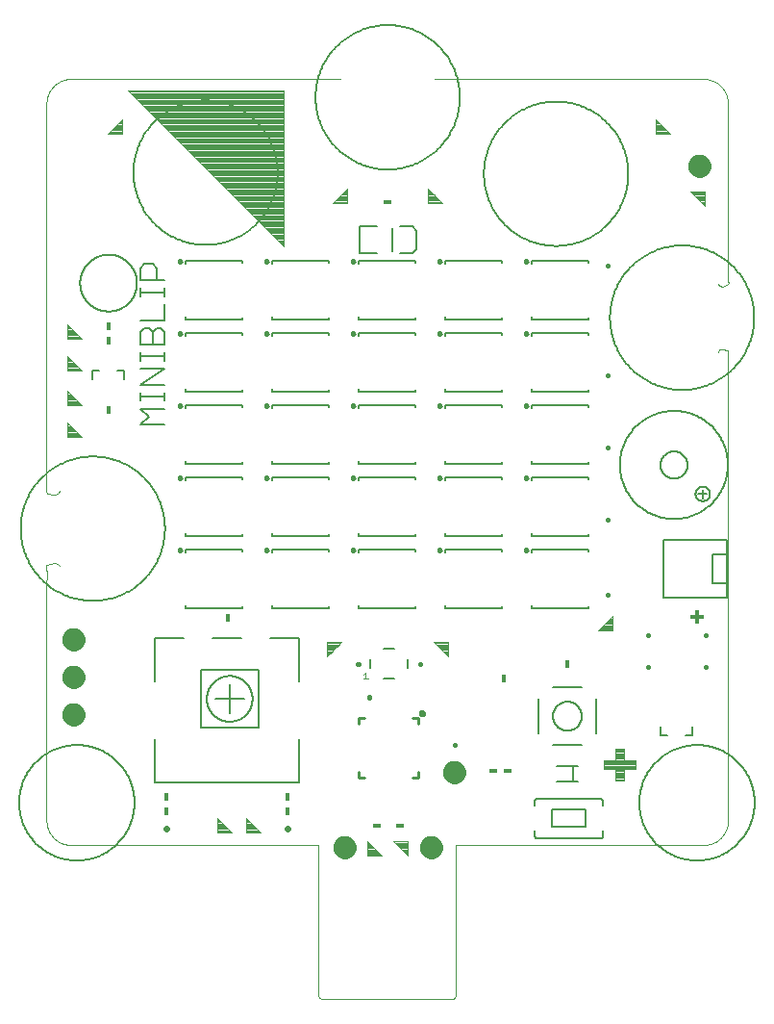
<source format=gto>
G75*
%MOIN*%
%OFA0B0*%
%FSLAX25Y25*%
%IPPOS*%
%LPD*%
%AMOC8*
5,1,8,0,0,1.08239X$1,22.5*
%
%ADD10C,0.00394*%
%ADD11C,0.05000*%
%ADD12C,0.00700*%
%ADD13R,0.01600X0.04800*%
%ADD14R,0.04800X0.01600*%
%ADD15C,0.01600*%
%ADD16C,0.02200*%
%ADD17C,0.00984*%
%ADD18C,0.00800*%
%ADD19C,0.01000*%
%ADD20C,0.01181*%
%ADD21C,0.00500*%
%ADD22C,0.00300*%
%ADD23R,0.02800X0.01600*%
%ADD24R,0.01600X0.02800*%
%ADD25C,0.00600*%
D10*
X0033683Y0069482D02*
X0033935Y0069375D01*
X0034187Y0069268D01*
X0034445Y0069173D01*
X0034973Y0069008D01*
X0035242Y0068938D01*
X0035516Y0068882D01*
X0035790Y0068825D01*
X0035927Y0068797D01*
X0035995Y0068783D01*
X0036064Y0068769D01*
X0036379Y0068752D01*
X0036725Y0068738D01*
X0037332Y0068716D01*
X0037593Y0068709D01*
X0113632Y0068709D01*
X0113928Y0068711D01*
X0114142Y0068714D01*
X0114356Y0068717D01*
X0114489Y0068728D02*
X0114621Y0068732D01*
X0115050Y0068737D01*
X0115345Y0068739D01*
X0123062Y0068739D01*
X0123062Y0016439D01*
X0123125Y0016332D02*
X0123355Y0016062D01*
X0123385Y0015991D01*
X0123422Y0015924D01*
X0123465Y0015861D01*
X0123507Y0015798D01*
X0123556Y0015740D01*
X0123663Y0015633D01*
X0123721Y0015584D01*
X0123784Y0015542D01*
X0123847Y0015499D01*
X0123914Y0015463D01*
X0124055Y0015403D01*
X0124129Y0015379D01*
X0124206Y0015363D01*
X0124283Y0015348D01*
X0124362Y0015339D01*
X0169406Y0015339D01*
X0169486Y0015348D01*
X0169562Y0015363D01*
X0169639Y0015379D01*
X0169713Y0015403D01*
X0169854Y0015463D01*
X0169921Y0015499D01*
X0170047Y0015584D01*
X0170106Y0015633D01*
X0170213Y0015740D01*
X0170261Y0015798D01*
X0170304Y0015861D01*
X0170346Y0015924D01*
X0170383Y0015991D01*
X0170413Y0016062D01*
X0170443Y0016132D02*
X0170666Y0016407D01*
X0170706Y0016439D02*
X0170706Y0068739D01*
X0208871Y0068739D01*
X0209166Y0068737D01*
X0209380Y0068735D01*
X0209594Y0068732D01*
X0209727Y0068728D01*
X0209860Y0068717D02*
X0210074Y0068714D01*
X0210288Y0068711D01*
X0210583Y0068709D01*
X0256176Y0068709D01*
X0256436Y0068716D01*
X0256740Y0068727D01*
X0257043Y0068738D01*
X0257389Y0068752D01*
X0257705Y0068769D01*
X0257773Y0068783D01*
X0257842Y0068797D01*
X0257979Y0068825D01*
X0258253Y0068882D01*
X0258527Y0068938D01*
X0258796Y0069008D01*
X0259323Y0069173D01*
X0259582Y0069268D01*
X0259834Y0069375D01*
X0260086Y0069482D01*
X0260332Y0069601D01*
X0260810Y0069862D01*
X0261042Y0070003D01*
X0261266Y0070155D01*
X0261491Y0070307D01*
X0261708Y0070470D01*
X0261916Y0070642D01*
X0262125Y0070814D01*
X0262325Y0070997D01*
X0262516Y0071188D01*
X0262707Y0071379D01*
X0262889Y0071579D01*
X0263062Y0071788D01*
X0263234Y0071996D01*
X0263397Y0072213D01*
X0263549Y0072438D01*
X0263701Y0072662D01*
X0263842Y0072894D01*
X0263972Y0073133D01*
X0264103Y0073372D01*
X0264222Y0073618D01*
X0264329Y0073870D01*
X0264436Y0074122D01*
X0264531Y0074381D01*
X0264613Y0074644D01*
X0264696Y0074908D01*
X0264766Y0075177D01*
X0264822Y0075451D01*
X0264879Y0075725D01*
X0264907Y0075862D01*
X0264921Y0075931D01*
X0264935Y0075999D01*
X0264951Y0076314D01*
X0264966Y0076661D01*
X0264977Y0076964D01*
X0264988Y0077267D01*
X0264994Y0077528D01*
X0264994Y0234039D01*
X0265003Y0236772D01*
X0264994Y0239280D01*
X0264992Y0239971D01*
X0263114Y0240511D01*
X0262443Y0240345D01*
X0261905Y0240213D01*
X0261716Y0239509D01*
X0263088Y0262159D02*
X0262443Y0262345D01*
X0261910Y0262498D01*
X0261716Y0263182D01*
X0263088Y0262159D02*
X0264650Y0262609D01*
X0264994Y0263186D01*
X0265161Y0263465D01*
X0264994Y0263939D01*
X0264994Y0325168D01*
X0264988Y0325429D01*
X0264977Y0325732D01*
X0264966Y0326035D01*
X0264951Y0326381D01*
X0264935Y0326697D01*
X0264921Y0326765D01*
X0264907Y0326834D01*
X0264879Y0326971D01*
X0264766Y0327519D01*
X0264696Y0327788D01*
X0264613Y0328052D01*
X0264531Y0328315D01*
X0264436Y0328574D01*
X0264329Y0328826D01*
X0264222Y0329078D01*
X0264103Y0329324D01*
X0263972Y0329563D01*
X0263842Y0329802D01*
X0263701Y0330034D01*
X0263549Y0330258D01*
X0263397Y0330483D01*
X0263234Y0330700D01*
X0263062Y0330908D01*
X0262889Y0331117D01*
X0262707Y0331317D01*
X0262325Y0331699D01*
X0262125Y0331881D01*
X0261916Y0332054D01*
X0261708Y0332226D01*
X0261491Y0332389D01*
X0261266Y0332541D01*
X0261042Y0332693D01*
X0260810Y0332834D01*
X0260571Y0332964D01*
X0260332Y0333095D01*
X0260086Y0333214D01*
X0259834Y0333321D01*
X0259582Y0333428D01*
X0259323Y0333523D01*
X0259059Y0333606D01*
X0258796Y0333688D01*
X0258527Y0333758D01*
X0258253Y0333814D01*
X0257979Y0333871D01*
X0257842Y0333899D01*
X0257773Y0333913D01*
X0257705Y0333927D01*
X0257389Y0333943D01*
X0257043Y0333958D01*
X0256740Y0333969D01*
X0256436Y0333980D01*
X0256176Y0333986D01*
X0163361Y0333986D01*
X0130622Y0333986D02*
X0037593Y0333986D01*
X0037332Y0333980D01*
X0037028Y0333969D01*
X0036725Y0333958D01*
X0036379Y0333943D01*
X0036064Y0333927D01*
X0035995Y0333913D01*
X0035927Y0333899D01*
X0035790Y0333871D01*
X0035516Y0333814D01*
X0035242Y0333758D01*
X0034973Y0333688D01*
X0034709Y0333606D01*
X0034445Y0333523D01*
X0034187Y0333428D01*
X0033935Y0333321D01*
X0033683Y0333214D01*
X0033437Y0333095D01*
X0033198Y0332964D01*
X0032959Y0332834D01*
X0032727Y0332693D01*
X0032502Y0332541D01*
X0032277Y0332389D01*
X0032061Y0332226D01*
X0031852Y0332054D01*
X0031643Y0331881D01*
X0031443Y0331699D01*
X0031252Y0331508D01*
X0031061Y0331317D01*
X0030879Y0331117D01*
X0030707Y0330908D01*
X0030534Y0330700D01*
X0030372Y0330483D01*
X0030220Y0330258D01*
X0030068Y0330034D01*
X0029926Y0329802D01*
X0029796Y0329563D01*
X0029666Y0329324D01*
X0029547Y0329078D01*
X0029440Y0328826D01*
X0029333Y0328574D01*
X0029237Y0328315D01*
X0029072Y0327788D01*
X0029003Y0327519D01*
X0028946Y0327245D01*
X0028890Y0326971D01*
X0028861Y0326834D01*
X0028847Y0326765D01*
X0028833Y0326697D01*
X0028817Y0326381D01*
X0028802Y0326035D01*
X0028791Y0325732D01*
X0028781Y0325429D01*
X0028774Y0325168D01*
X0028774Y0197833D01*
X0028694Y0192810D01*
X0028774Y0191333D01*
X0028826Y0190369D01*
X0031608Y0190195D01*
X0032537Y0190461D01*
X0033070Y0190613D01*
X0033340Y0191224D01*
X0036082Y0209933D02*
X0036082Y0214933D01*
X0041082Y0209933D01*
X0036082Y0209933D01*
X0036082Y0210325D02*
X0040690Y0210325D01*
X0040297Y0210718D02*
X0036082Y0210718D01*
X0036082Y0211110D02*
X0039905Y0211110D01*
X0039513Y0211502D02*
X0036082Y0211502D01*
X0036082Y0211894D02*
X0039121Y0211894D01*
X0038728Y0212286D02*
X0036082Y0212286D01*
X0036082Y0212679D02*
X0038336Y0212679D01*
X0037944Y0213071D02*
X0036082Y0213071D01*
X0036082Y0213463D02*
X0037552Y0213463D01*
X0037160Y0213855D02*
X0036082Y0213855D01*
X0036082Y0214248D02*
X0036767Y0214248D01*
X0036375Y0214640D02*
X0036082Y0214640D01*
X0036082Y0220933D02*
X0036082Y0225933D01*
X0041082Y0220933D01*
X0036082Y0220933D01*
X0036082Y0221307D02*
X0040708Y0221307D01*
X0040315Y0221700D02*
X0036082Y0221700D01*
X0036082Y0222092D02*
X0039923Y0222092D01*
X0039531Y0222484D02*
X0036082Y0222484D01*
X0036082Y0222876D02*
X0039139Y0222876D01*
X0038747Y0223268D02*
X0036082Y0223268D01*
X0036082Y0223661D02*
X0038354Y0223661D01*
X0037962Y0224053D02*
X0036082Y0224053D01*
X0036082Y0224445D02*
X0037570Y0224445D01*
X0037178Y0224837D02*
X0036082Y0224837D01*
X0036082Y0225229D02*
X0036785Y0225229D01*
X0036393Y0225622D02*
X0036082Y0225622D01*
X0036082Y0232933D02*
X0036082Y0237933D01*
X0041082Y0232933D01*
X0036082Y0232933D01*
X0036082Y0233074D02*
X0040941Y0233074D01*
X0040549Y0233466D02*
X0036082Y0233466D01*
X0036082Y0233858D02*
X0040157Y0233858D01*
X0039765Y0234250D02*
X0036082Y0234250D01*
X0036082Y0234643D02*
X0039372Y0234643D01*
X0038980Y0235035D02*
X0036082Y0235035D01*
X0036082Y0235427D02*
X0038588Y0235427D01*
X0038196Y0235819D02*
X0036082Y0235819D01*
X0036082Y0236211D02*
X0037804Y0236211D01*
X0037411Y0236604D02*
X0036082Y0236604D01*
X0036082Y0236996D02*
X0037019Y0236996D01*
X0036627Y0237388D02*
X0036082Y0237388D01*
X0036082Y0237780D02*
X0036235Y0237780D01*
X0036082Y0243933D02*
X0036082Y0248933D01*
X0041082Y0243933D01*
X0036082Y0243933D01*
X0036082Y0244056D02*
X0040959Y0244056D01*
X0040567Y0244448D02*
X0036082Y0244448D01*
X0036082Y0244840D02*
X0040175Y0244840D01*
X0039783Y0245232D02*
X0036082Y0245232D01*
X0036082Y0245624D02*
X0039390Y0245624D01*
X0038998Y0246017D02*
X0036082Y0246017D01*
X0036082Y0246409D02*
X0038606Y0246409D01*
X0038214Y0246801D02*
X0036082Y0246801D01*
X0036082Y0247193D02*
X0037822Y0247193D01*
X0037429Y0247586D02*
X0036082Y0247586D01*
X0036082Y0247978D02*
X0037037Y0247978D01*
X0036645Y0248370D02*
X0036082Y0248370D01*
X0036082Y0248762D02*
X0036253Y0248762D01*
X0086481Y0300534D02*
X0111082Y0300534D01*
X0111082Y0300142D02*
X0086873Y0300142D01*
X0087265Y0299750D02*
X0111082Y0299750D01*
X0111082Y0299358D02*
X0087657Y0299358D01*
X0088050Y0298965D02*
X0111082Y0298965D01*
X0111082Y0298573D02*
X0088442Y0298573D01*
X0088834Y0298181D02*
X0111082Y0298181D01*
X0111082Y0297789D02*
X0089226Y0297789D01*
X0089618Y0297396D02*
X0111082Y0297396D01*
X0111082Y0297004D02*
X0090011Y0297004D01*
X0090403Y0296612D02*
X0111082Y0296612D01*
X0111082Y0296220D02*
X0090795Y0296220D01*
X0091187Y0295828D02*
X0111082Y0295828D01*
X0111082Y0295435D02*
X0091580Y0295435D01*
X0091972Y0295043D02*
X0111082Y0295043D01*
X0111082Y0294651D02*
X0092364Y0294651D01*
X0092756Y0294259D02*
X0111082Y0294259D01*
X0111082Y0293867D02*
X0093148Y0293867D01*
X0093541Y0293474D02*
X0111082Y0293474D01*
X0111082Y0293082D02*
X0093933Y0293082D01*
X0094325Y0292690D02*
X0111082Y0292690D01*
X0111082Y0292298D02*
X0094717Y0292298D01*
X0095109Y0291905D02*
X0111082Y0291905D01*
X0111082Y0291513D02*
X0095502Y0291513D01*
X0095894Y0291121D02*
X0111082Y0291121D01*
X0111082Y0290729D02*
X0096286Y0290729D01*
X0096678Y0290337D02*
X0111082Y0290337D01*
X0111082Y0289944D02*
X0097070Y0289944D01*
X0097463Y0289552D02*
X0111082Y0289552D01*
X0111082Y0289160D02*
X0097855Y0289160D01*
X0098247Y0288768D02*
X0111082Y0288768D01*
X0111082Y0288376D02*
X0098639Y0288376D01*
X0099032Y0287983D02*
X0111082Y0287983D01*
X0111082Y0287591D02*
X0099424Y0287591D01*
X0099816Y0287199D02*
X0111082Y0287199D01*
X0111082Y0286807D02*
X0100208Y0286807D01*
X0100600Y0286415D02*
X0111082Y0286415D01*
X0111082Y0286022D02*
X0100993Y0286022D01*
X0101385Y0285630D02*
X0111082Y0285630D01*
X0111082Y0285238D02*
X0101777Y0285238D01*
X0102169Y0284846D02*
X0111082Y0284846D01*
X0111082Y0284453D02*
X0102561Y0284453D01*
X0102954Y0284061D02*
X0111082Y0284061D01*
X0111082Y0283669D02*
X0103346Y0283669D01*
X0103738Y0283277D02*
X0111082Y0283277D01*
X0111082Y0282885D02*
X0104130Y0282885D01*
X0104523Y0282492D02*
X0111082Y0282492D01*
X0111082Y0282100D02*
X0104915Y0282100D01*
X0105307Y0281708D02*
X0111082Y0281708D01*
X0111082Y0281316D02*
X0105699Y0281316D01*
X0106091Y0280924D02*
X0111082Y0280924D01*
X0111082Y0280531D02*
X0106484Y0280531D01*
X0106876Y0280139D02*
X0111082Y0280139D01*
X0111082Y0279747D02*
X0107268Y0279747D01*
X0107660Y0279355D02*
X0111082Y0279355D01*
X0111082Y0278963D02*
X0108052Y0278963D01*
X0108445Y0278570D02*
X0111082Y0278570D01*
X0111082Y0278178D02*
X0108837Y0278178D01*
X0109229Y0277786D02*
X0111082Y0277786D01*
X0111082Y0277394D02*
X0109621Y0277394D01*
X0110013Y0277001D02*
X0111082Y0277001D01*
X0111082Y0276609D02*
X0110406Y0276609D01*
X0110798Y0276217D02*
X0111082Y0276217D01*
X0111082Y0275933D02*
X0057082Y0329933D01*
X0111082Y0329933D01*
X0111082Y0275933D01*
X0128082Y0290933D02*
X0133082Y0295933D01*
X0133082Y0290933D01*
X0128082Y0290933D01*
X0128269Y0291121D02*
X0133082Y0291121D01*
X0133082Y0291513D02*
X0128662Y0291513D01*
X0129054Y0291905D02*
X0133082Y0291905D01*
X0133082Y0292298D02*
X0129446Y0292298D01*
X0129838Y0292690D02*
X0133082Y0292690D01*
X0133082Y0293082D02*
X0130230Y0293082D01*
X0130623Y0293474D02*
X0133082Y0293474D01*
X0133082Y0293867D02*
X0131015Y0293867D01*
X0131407Y0294259D02*
X0133082Y0294259D01*
X0133082Y0294651D02*
X0131799Y0294651D01*
X0132191Y0295043D02*
X0133082Y0295043D01*
X0133082Y0295435D02*
X0132584Y0295435D01*
X0132976Y0295828D02*
X0133082Y0295828D01*
X0111082Y0300926D02*
X0086089Y0300926D01*
X0085696Y0301319D02*
X0111082Y0301319D01*
X0111082Y0301711D02*
X0085304Y0301711D01*
X0084912Y0302103D02*
X0111082Y0302103D01*
X0111082Y0302495D02*
X0084520Y0302495D01*
X0084127Y0302887D02*
X0111082Y0302887D01*
X0111082Y0303280D02*
X0083735Y0303280D01*
X0083343Y0303672D02*
X0111082Y0303672D01*
X0111082Y0304064D02*
X0082951Y0304064D01*
X0082559Y0304456D02*
X0111082Y0304456D01*
X0111082Y0304848D02*
X0082166Y0304848D01*
X0081774Y0305241D02*
X0111082Y0305241D01*
X0111082Y0305633D02*
X0081382Y0305633D01*
X0080990Y0306025D02*
X0111082Y0306025D01*
X0111082Y0306417D02*
X0080598Y0306417D01*
X0080205Y0306810D02*
X0111082Y0306810D01*
X0111082Y0307202D02*
X0079813Y0307202D01*
X0079421Y0307594D02*
X0111082Y0307594D01*
X0111082Y0307986D02*
X0079029Y0307986D01*
X0078637Y0308378D02*
X0111082Y0308378D01*
X0111082Y0308771D02*
X0078244Y0308771D01*
X0077852Y0309163D02*
X0111082Y0309163D01*
X0111082Y0309555D02*
X0077460Y0309555D01*
X0077068Y0309947D02*
X0111082Y0309947D01*
X0111082Y0310339D02*
X0076675Y0310339D01*
X0076283Y0310732D02*
X0111082Y0310732D01*
X0111082Y0311124D02*
X0075891Y0311124D01*
X0075499Y0311516D02*
X0111082Y0311516D01*
X0111082Y0311908D02*
X0075107Y0311908D01*
X0074714Y0312301D02*
X0111082Y0312301D01*
X0111082Y0312693D02*
X0074322Y0312693D01*
X0073930Y0313085D02*
X0111082Y0313085D01*
X0111082Y0313477D02*
X0073538Y0313477D01*
X0073146Y0313869D02*
X0111082Y0313869D01*
X0111082Y0314262D02*
X0072753Y0314262D01*
X0072361Y0314654D02*
X0111082Y0314654D01*
X0111082Y0315046D02*
X0071969Y0315046D01*
X0071577Y0315438D02*
X0111082Y0315438D01*
X0111082Y0315830D02*
X0071184Y0315830D01*
X0070792Y0316223D02*
X0111082Y0316223D01*
X0111082Y0316615D02*
X0070400Y0316615D01*
X0070008Y0317007D02*
X0111082Y0317007D01*
X0111082Y0317399D02*
X0069616Y0317399D01*
X0069223Y0317791D02*
X0111082Y0317791D01*
X0111082Y0318184D02*
X0068831Y0318184D01*
X0068439Y0318576D02*
X0111082Y0318576D01*
X0111082Y0318968D02*
X0068047Y0318968D01*
X0067655Y0319360D02*
X0111082Y0319360D01*
X0111082Y0319753D02*
X0067262Y0319753D01*
X0066870Y0320145D02*
X0111082Y0320145D01*
X0111082Y0320537D02*
X0066478Y0320537D01*
X0066086Y0320929D02*
X0111082Y0320929D01*
X0111082Y0321321D02*
X0065694Y0321321D01*
X0065301Y0321714D02*
X0111082Y0321714D01*
X0111082Y0322106D02*
X0064909Y0322106D01*
X0064517Y0322498D02*
X0111082Y0322498D01*
X0111082Y0322890D02*
X0064125Y0322890D01*
X0063732Y0323282D02*
X0111082Y0323282D01*
X0111082Y0323675D02*
X0063340Y0323675D01*
X0062948Y0324067D02*
X0111082Y0324067D01*
X0111082Y0324459D02*
X0062556Y0324459D01*
X0062164Y0324851D02*
X0111082Y0324851D01*
X0111082Y0325244D02*
X0061771Y0325244D01*
X0061379Y0325636D02*
X0111082Y0325636D01*
X0111082Y0326028D02*
X0060987Y0326028D01*
X0060595Y0326420D02*
X0111082Y0326420D01*
X0111082Y0326812D02*
X0060203Y0326812D01*
X0059810Y0327205D02*
X0111082Y0327205D01*
X0111082Y0327597D02*
X0059418Y0327597D01*
X0059026Y0327989D02*
X0111082Y0327989D01*
X0111082Y0328381D02*
X0058634Y0328381D01*
X0058241Y0328773D02*
X0111082Y0328773D01*
X0111082Y0329166D02*
X0057849Y0329166D01*
X0057457Y0329558D02*
X0111082Y0329558D01*
X0161082Y0295933D02*
X0161082Y0290933D01*
X0166082Y0290933D01*
X0161082Y0295933D01*
X0161082Y0295828D02*
X0161187Y0295828D01*
X0161082Y0295435D02*
X0161580Y0295435D01*
X0161972Y0295043D02*
X0161082Y0295043D01*
X0161082Y0294651D02*
X0162364Y0294651D01*
X0162756Y0294259D02*
X0161082Y0294259D01*
X0161082Y0293867D02*
X0163148Y0293867D01*
X0163541Y0293474D02*
X0161082Y0293474D01*
X0161082Y0293082D02*
X0163933Y0293082D01*
X0164325Y0292690D02*
X0161082Y0292690D01*
X0161082Y0292298D02*
X0164717Y0292298D01*
X0165109Y0291905D02*
X0161082Y0291905D01*
X0161082Y0291513D02*
X0165502Y0291513D01*
X0165894Y0291121D02*
X0161082Y0291121D01*
X0240082Y0314933D02*
X0240082Y0319933D01*
X0245082Y0314933D01*
X0240082Y0314933D01*
X0240082Y0315046D02*
X0244969Y0315046D01*
X0244577Y0315438D02*
X0240082Y0315438D01*
X0240082Y0315830D02*
X0244184Y0315830D01*
X0243792Y0316223D02*
X0240082Y0316223D01*
X0240082Y0316615D02*
X0243400Y0316615D01*
X0243008Y0317007D02*
X0240082Y0317007D01*
X0240082Y0317399D02*
X0242616Y0317399D01*
X0242223Y0317791D02*
X0240082Y0317791D01*
X0240082Y0318184D02*
X0241831Y0318184D01*
X0241439Y0318576D02*
X0240082Y0318576D01*
X0240082Y0318968D02*
X0241047Y0318968D01*
X0240655Y0319360D02*
X0240082Y0319360D01*
X0240082Y0319753D02*
X0240262Y0319753D01*
X0252082Y0294933D02*
X0257082Y0294933D01*
X0257082Y0289933D01*
X0252082Y0294933D01*
X0252364Y0294651D02*
X0257082Y0294651D01*
X0257082Y0294259D02*
X0252756Y0294259D01*
X0253148Y0293867D02*
X0257082Y0293867D01*
X0257082Y0293474D02*
X0253541Y0293474D01*
X0253933Y0293082D02*
X0257082Y0293082D01*
X0257082Y0292690D02*
X0254325Y0292690D01*
X0254717Y0292298D02*
X0257082Y0292298D01*
X0257082Y0291905D02*
X0255109Y0291905D01*
X0255502Y0291513D02*
X0257082Y0291513D01*
X0257082Y0291121D02*
X0255894Y0291121D01*
X0256286Y0290729D02*
X0257082Y0290729D01*
X0257082Y0290337D02*
X0256678Y0290337D01*
X0257070Y0289944D02*
X0257082Y0289944D01*
X0225082Y0147933D02*
X0220082Y0142933D01*
X0225082Y0142933D01*
X0225082Y0147933D01*
X0225082Y0147571D02*
X0224720Y0147571D01*
X0225082Y0147179D02*
X0224327Y0147179D01*
X0223935Y0146787D02*
X0225082Y0146787D01*
X0225082Y0146395D02*
X0223543Y0146395D01*
X0223151Y0146003D02*
X0225082Y0146003D01*
X0225082Y0145610D02*
X0222759Y0145610D01*
X0222366Y0145218D02*
X0225082Y0145218D01*
X0225082Y0144826D02*
X0221974Y0144826D01*
X0221582Y0144434D02*
X0225082Y0144434D01*
X0225082Y0144042D02*
X0221190Y0144042D01*
X0220798Y0143649D02*
X0225082Y0143649D01*
X0225082Y0143257D02*
X0220405Y0143257D01*
X0226082Y0101933D02*
X0229082Y0101933D01*
X0229082Y0097933D01*
X0233082Y0097933D01*
X0233082Y0094933D01*
X0229082Y0094933D01*
X0229082Y0090933D01*
X0226082Y0090933D01*
X0226082Y0094933D01*
X0222082Y0094933D01*
X0222082Y0097933D01*
X0226082Y0097933D01*
X0226082Y0101933D01*
X0226082Y0101683D02*
X0229082Y0101683D01*
X0229082Y0101290D02*
X0226082Y0101290D01*
X0226082Y0100898D02*
X0229082Y0100898D01*
X0229082Y0100506D02*
X0226082Y0100506D01*
X0226082Y0100114D02*
X0229082Y0100114D01*
X0229082Y0099722D02*
X0226082Y0099722D01*
X0226082Y0099329D02*
X0229082Y0099329D01*
X0229082Y0098937D02*
X0226082Y0098937D01*
X0226082Y0098545D02*
X0229082Y0098545D01*
X0229082Y0098153D02*
X0226082Y0098153D01*
X0226082Y0094623D02*
X0229082Y0094623D01*
X0229082Y0094231D02*
X0226082Y0094231D01*
X0226082Y0093838D02*
X0229082Y0093838D01*
X0229082Y0093446D02*
X0226082Y0093446D01*
X0226082Y0093054D02*
X0229082Y0093054D01*
X0229082Y0092662D02*
X0226082Y0092662D01*
X0226082Y0092270D02*
X0229082Y0092270D01*
X0229082Y0091877D02*
X0226082Y0091877D01*
X0226082Y0091485D02*
X0229082Y0091485D01*
X0229082Y0091093D02*
X0226082Y0091093D01*
X0222082Y0095015D02*
X0233082Y0095015D01*
X0233082Y0095407D02*
X0222082Y0095407D01*
X0222082Y0095799D02*
X0233082Y0095799D01*
X0233082Y0096192D02*
X0222082Y0096192D01*
X0222082Y0096584D02*
X0233082Y0096584D01*
X0233082Y0096976D02*
X0222082Y0096976D01*
X0222082Y0097368D02*
X0233082Y0097368D01*
X0233082Y0097761D02*
X0222082Y0097761D01*
X0168082Y0133933D02*
X0168082Y0138933D01*
X0163082Y0138933D01*
X0168082Y0133933D01*
X0168082Y0134236D02*
X0167779Y0134236D01*
X0168082Y0134628D02*
X0167386Y0134628D01*
X0166994Y0135021D02*
X0168082Y0135021D01*
X0168082Y0135413D02*
X0166602Y0135413D01*
X0166210Y0135805D02*
X0168082Y0135805D01*
X0168082Y0136197D02*
X0165818Y0136197D01*
X0165425Y0136590D02*
X0168082Y0136590D01*
X0168082Y0136982D02*
X0165033Y0136982D01*
X0164641Y0137374D02*
X0168082Y0137374D01*
X0168082Y0137766D02*
X0164249Y0137766D01*
X0163857Y0138158D02*
X0168082Y0138158D01*
X0168082Y0138551D02*
X0163464Y0138551D01*
X0131082Y0138933D02*
X0126082Y0138933D01*
X0126082Y0133933D01*
X0131082Y0138933D01*
X0130699Y0138551D02*
X0126082Y0138551D01*
X0126082Y0138158D02*
X0130307Y0138158D01*
X0129914Y0137766D02*
X0126082Y0137766D01*
X0126082Y0137374D02*
X0129522Y0137374D01*
X0129130Y0136982D02*
X0126082Y0136982D01*
X0126082Y0136590D02*
X0128738Y0136590D01*
X0128346Y0136197D02*
X0126082Y0136197D01*
X0126082Y0135805D02*
X0127953Y0135805D01*
X0127561Y0135413D02*
X0126082Y0135413D01*
X0126082Y0135021D02*
X0127169Y0135021D01*
X0126777Y0134628D02*
X0126082Y0134628D01*
X0126082Y0134236D02*
X0126384Y0134236D01*
X0098082Y0077933D02*
X0103082Y0072933D01*
X0098082Y0072933D01*
X0098082Y0077933D01*
X0098082Y0077758D02*
X0098257Y0077758D01*
X0098082Y0077365D02*
X0098649Y0077365D01*
X0099042Y0076973D02*
X0098082Y0076973D01*
X0098082Y0076581D02*
X0099434Y0076581D01*
X0099826Y0076189D02*
X0098082Y0076189D01*
X0098082Y0075797D02*
X0100218Y0075797D01*
X0100611Y0075404D02*
X0098082Y0075404D01*
X0098082Y0075012D02*
X0101003Y0075012D01*
X0101395Y0074620D02*
X0098082Y0074620D01*
X0098082Y0074228D02*
X0101787Y0074228D01*
X0102179Y0073836D02*
X0098082Y0073836D01*
X0098082Y0073443D02*
X0102572Y0073443D01*
X0102964Y0073051D02*
X0098082Y0073051D01*
X0093082Y0072933D02*
X0088082Y0077933D01*
X0088082Y0072933D01*
X0093082Y0072933D01*
X0092964Y0073051D02*
X0088082Y0073051D01*
X0088082Y0073443D02*
X0092572Y0073443D01*
X0092179Y0073836D02*
X0088082Y0073836D01*
X0088082Y0074228D02*
X0091787Y0074228D01*
X0091395Y0074620D02*
X0088082Y0074620D01*
X0088082Y0075012D02*
X0091003Y0075012D01*
X0090611Y0075404D02*
X0088082Y0075404D01*
X0088082Y0075797D02*
X0090218Y0075797D01*
X0089826Y0076189D02*
X0088082Y0076189D01*
X0088082Y0076581D02*
X0089434Y0076581D01*
X0089042Y0076973D02*
X0088082Y0076973D01*
X0088082Y0077365D02*
X0088649Y0077365D01*
X0088257Y0077758D02*
X0088082Y0077758D01*
X0140082Y0069933D02*
X0140082Y0064933D01*
X0145082Y0064933D01*
X0140082Y0069933D01*
X0140082Y0069913D02*
X0140101Y0069913D01*
X0140082Y0069521D02*
X0140494Y0069521D01*
X0140886Y0069129D02*
X0140082Y0069129D01*
X0140082Y0068737D02*
X0141278Y0068737D01*
X0141670Y0068345D02*
X0140082Y0068345D01*
X0140082Y0067952D02*
X0142063Y0067952D01*
X0142455Y0067560D02*
X0140082Y0067560D01*
X0140082Y0067168D02*
X0142847Y0067168D01*
X0143239Y0066776D02*
X0140082Y0066776D01*
X0140082Y0066384D02*
X0143631Y0066384D01*
X0144024Y0065991D02*
X0140082Y0065991D01*
X0140082Y0065599D02*
X0144416Y0065599D01*
X0144808Y0065207D02*
X0140082Y0065207D01*
X0149082Y0069933D02*
X0154082Y0069933D01*
X0154082Y0064933D01*
X0149082Y0069933D01*
X0149101Y0069913D02*
X0154082Y0069913D01*
X0154082Y0069521D02*
X0149494Y0069521D01*
X0149886Y0069129D02*
X0154082Y0069129D01*
X0154082Y0068737D02*
X0150278Y0068737D01*
X0150670Y0068345D02*
X0154082Y0068345D01*
X0154082Y0067952D02*
X0151063Y0067952D01*
X0151455Y0067560D02*
X0154082Y0067560D01*
X0154082Y0067168D02*
X0151847Y0067168D01*
X0152239Y0066776D02*
X0154082Y0066776D01*
X0154082Y0066384D02*
X0152631Y0066384D01*
X0153024Y0065991D02*
X0154082Y0065991D01*
X0154082Y0065599D02*
X0153416Y0065599D01*
X0153808Y0065207D02*
X0154082Y0065207D01*
X0033683Y0069482D02*
X0033437Y0069601D01*
X0032959Y0069862D01*
X0032727Y0070003D01*
X0032502Y0070155D01*
X0032277Y0070307D01*
X0032061Y0070470D01*
X0031852Y0070642D01*
X0031643Y0070814D01*
X0031443Y0070997D01*
X0031252Y0071188D01*
X0031061Y0071379D01*
X0030879Y0071579D01*
X0030707Y0071788D01*
X0030534Y0071996D01*
X0030372Y0072213D01*
X0030220Y0072438D01*
X0030068Y0072662D01*
X0029926Y0072894D01*
X0029796Y0073133D01*
X0029666Y0073372D01*
X0029547Y0073618D01*
X0029440Y0073870D01*
X0029333Y0074122D01*
X0029237Y0074381D01*
X0029072Y0074908D01*
X0029003Y0075177D01*
X0028946Y0075451D01*
X0028890Y0075725D01*
X0028861Y0075862D01*
X0028847Y0075931D01*
X0028833Y0075999D01*
X0028817Y0076314D01*
X0028802Y0076661D01*
X0028791Y0076964D01*
X0028781Y0077267D01*
X0028774Y0077528D01*
X0028774Y0158065D01*
X0028813Y0162802D01*
X0028774Y0164849D01*
X0028755Y0165833D01*
X0031608Y0166329D01*
X0032537Y0166005D01*
X0033060Y0165823D01*
X0033340Y0165241D01*
X0050082Y0314933D02*
X0055082Y0319933D01*
X0055082Y0314933D01*
X0050082Y0314933D01*
X0050194Y0315046D02*
X0055082Y0315046D01*
X0055082Y0315438D02*
X0050586Y0315438D01*
X0050979Y0315830D02*
X0055082Y0315830D01*
X0055082Y0316223D02*
X0051371Y0316223D01*
X0051763Y0316615D02*
X0055082Y0316615D01*
X0055082Y0317007D02*
X0052155Y0317007D01*
X0052548Y0317399D02*
X0055082Y0317399D01*
X0055082Y0317791D02*
X0052940Y0317791D01*
X0053332Y0318184D02*
X0055082Y0318184D01*
X0055082Y0318576D02*
X0053724Y0318576D01*
X0054116Y0318968D02*
X0055082Y0318968D01*
X0055082Y0319360D02*
X0054509Y0319360D01*
X0054901Y0319753D02*
X0055082Y0319753D01*
D11*
X0036668Y0139933D02*
X0036670Y0140008D01*
X0036676Y0140082D01*
X0036686Y0140156D01*
X0036699Y0140229D01*
X0036717Y0140302D01*
X0036738Y0140373D01*
X0036763Y0140444D01*
X0036792Y0140513D01*
X0036825Y0140580D01*
X0036861Y0140645D01*
X0036900Y0140709D01*
X0036942Y0140770D01*
X0036988Y0140829D01*
X0037037Y0140886D01*
X0037089Y0140939D01*
X0037143Y0140990D01*
X0037200Y0141039D01*
X0037260Y0141083D01*
X0037322Y0141125D01*
X0037386Y0141164D01*
X0037452Y0141199D01*
X0037519Y0141230D01*
X0037589Y0141258D01*
X0037659Y0141282D01*
X0037731Y0141303D01*
X0037804Y0141319D01*
X0037877Y0141332D01*
X0037952Y0141341D01*
X0038026Y0141346D01*
X0038101Y0141347D01*
X0038175Y0141344D01*
X0038250Y0141337D01*
X0038323Y0141326D01*
X0038397Y0141312D01*
X0038469Y0141293D01*
X0038540Y0141271D01*
X0038610Y0141245D01*
X0038679Y0141215D01*
X0038745Y0141182D01*
X0038810Y0141145D01*
X0038873Y0141105D01*
X0038934Y0141061D01*
X0038992Y0141015D01*
X0039048Y0140965D01*
X0039101Y0140913D01*
X0039152Y0140858D01*
X0039199Y0140800D01*
X0039243Y0140740D01*
X0039284Y0140677D01*
X0039322Y0140613D01*
X0039356Y0140547D01*
X0039387Y0140478D01*
X0039414Y0140409D01*
X0039437Y0140338D01*
X0039456Y0140266D01*
X0039472Y0140193D01*
X0039484Y0140119D01*
X0039492Y0140045D01*
X0039496Y0139970D01*
X0039496Y0139896D01*
X0039492Y0139821D01*
X0039484Y0139747D01*
X0039472Y0139673D01*
X0039456Y0139600D01*
X0039437Y0139528D01*
X0039414Y0139457D01*
X0039387Y0139388D01*
X0039356Y0139319D01*
X0039322Y0139253D01*
X0039284Y0139189D01*
X0039243Y0139126D01*
X0039199Y0139066D01*
X0039152Y0139008D01*
X0039101Y0138953D01*
X0039048Y0138901D01*
X0038992Y0138851D01*
X0038934Y0138805D01*
X0038873Y0138761D01*
X0038810Y0138721D01*
X0038745Y0138684D01*
X0038679Y0138651D01*
X0038610Y0138621D01*
X0038540Y0138595D01*
X0038469Y0138573D01*
X0038397Y0138554D01*
X0038323Y0138540D01*
X0038250Y0138529D01*
X0038175Y0138522D01*
X0038101Y0138519D01*
X0038026Y0138520D01*
X0037952Y0138525D01*
X0037877Y0138534D01*
X0037804Y0138547D01*
X0037731Y0138563D01*
X0037659Y0138584D01*
X0037589Y0138608D01*
X0037519Y0138636D01*
X0037452Y0138667D01*
X0037386Y0138702D01*
X0037322Y0138741D01*
X0037260Y0138783D01*
X0037200Y0138827D01*
X0037143Y0138876D01*
X0037089Y0138927D01*
X0037037Y0138980D01*
X0036988Y0139037D01*
X0036942Y0139096D01*
X0036900Y0139157D01*
X0036861Y0139221D01*
X0036825Y0139286D01*
X0036792Y0139353D01*
X0036763Y0139422D01*
X0036738Y0139493D01*
X0036717Y0139564D01*
X0036699Y0139637D01*
X0036686Y0139710D01*
X0036676Y0139784D01*
X0036670Y0139858D01*
X0036668Y0139933D01*
X0036668Y0126933D02*
X0036670Y0127008D01*
X0036676Y0127082D01*
X0036686Y0127156D01*
X0036699Y0127229D01*
X0036717Y0127302D01*
X0036738Y0127373D01*
X0036763Y0127444D01*
X0036792Y0127513D01*
X0036825Y0127580D01*
X0036861Y0127645D01*
X0036900Y0127709D01*
X0036942Y0127770D01*
X0036988Y0127829D01*
X0037037Y0127886D01*
X0037089Y0127939D01*
X0037143Y0127990D01*
X0037200Y0128039D01*
X0037260Y0128083D01*
X0037322Y0128125D01*
X0037386Y0128164D01*
X0037452Y0128199D01*
X0037519Y0128230D01*
X0037589Y0128258D01*
X0037659Y0128282D01*
X0037731Y0128303D01*
X0037804Y0128319D01*
X0037877Y0128332D01*
X0037952Y0128341D01*
X0038026Y0128346D01*
X0038101Y0128347D01*
X0038175Y0128344D01*
X0038250Y0128337D01*
X0038323Y0128326D01*
X0038397Y0128312D01*
X0038469Y0128293D01*
X0038540Y0128271D01*
X0038610Y0128245D01*
X0038679Y0128215D01*
X0038745Y0128182D01*
X0038810Y0128145D01*
X0038873Y0128105D01*
X0038934Y0128061D01*
X0038992Y0128015D01*
X0039048Y0127965D01*
X0039101Y0127913D01*
X0039152Y0127858D01*
X0039199Y0127800D01*
X0039243Y0127740D01*
X0039284Y0127677D01*
X0039322Y0127613D01*
X0039356Y0127547D01*
X0039387Y0127478D01*
X0039414Y0127409D01*
X0039437Y0127338D01*
X0039456Y0127266D01*
X0039472Y0127193D01*
X0039484Y0127119D01*
X0039492Y0127045D01*
X0039496Y0126970D01*
X0039496Y0126896D01*
X0039492Y0126821D01*
X0039484Y0126747D01*
X0039472Y0126673D01*
X0039456Y0126600D01*
X0039437Y0126528D01*
X0039414Y0126457D01*
X0039387Y0126388D01*
X0039356Y0126319D01*
X0039322Y0126253D01*
X0039284Y0126189D01*
X0039243Y0126126D01*
X0039199Y0126066D01*
X0039152Y0126008D01*
X0039101Y0125953D01*
X0039048Y0125901D01*
X0038992Y0125851D01*
X0038934Y0125805D01*
X0038873Y0125761D01*
X0038810Y0125721D01*
X0038745Y0125684D01*
X0038679Y0125651D01*
X0038610Y0125621D01*
X0038540Y0125595D01*
X0038469Y0125573D01*
X0038397Y0125554D01*
X0038323Y0125540D01*
X0038250Y0125529D01*
X0038175Y0125522D01*
X0038101Y0125519D01*
X0038026Y0125520D01*
X0037952Y0125525D01*
X0037877Y0125534D01*
X0037804Y0125547D01*
X0037731Y0125563D01*
X0037659Y0125584D01*
X0037589Y0125608D01*
X0037519Y0125636D01*
X0037452Y0125667D01*
X0037386Y0125702D01*
X0037322Y0125741D01*
X0037260Y0125783D01*
X0037200Y0125827D01*
X0037143Y0125876D01*
X0037089Y0125927D01*
X0037037Y0125980D01*
X0036988Y0126037D01*
X0036942Y0126096D01*
X0036900Y0126157D01*
X0036861Y0126221D01*
X0036825Y0126286D01*
X0036792Y0126353D01*
X0036763Y0126422D01*
X0036738Y0126493D01*
X0036717Y0126564D01*
X0036699Y0126637D01*
X0036686Y0126710D01*
X0036676Y0126784D01*
X0036670Y0126858D01*
X0036668Y0126933D01*
X0036668Y0113933D02*
X0036670Y0114008D01*
X0036676Y0114082D01*
X0036686Y0114156D01*
X0036699Y0114229D01*
X0036717Y0114302D01*
X0036738Y0114373D01*
X0036763Y0114444D01*
X0036792Y0114513D01*
X0036825Y0114580D01*
X0036861Y0114645D01*
X0036900Y0114709D01*
X0036942Y0114770D01*
X0036988Y0114829D01*
X0037037Y0114886D01*
X0037089Y0114939D01*
X0037143Y0114990D01*
X0037200Y0115039D01*
X0037260Y0115083D01*
X0037322Y0115125D01*
X0037386Y0115164D01*
X0037452Y0115199D01*
X0037519Y0115230D01*
X0037589Y0115258D01*
X0037659Y0115282D01*
X0037731Y0115303D01*
X0037804Y0115319D01*
X0037877Y0115332D01*
X0037952Y0115341D01*
X0038026Y0115346D01*
X0038101Y0115347D01*
X0038175Y0115344D01*
X0038250Y0115337D01*
X0038323Y0115326D01*
X0038397Y0115312D01*
X0038469Y0115293D01*
X0038540Y0115271D01*
X0038610Y0115245D01*
X0038679Y0115215D01*
X0038745Y0115182D01*
X0038810Y0115145D01*
X0038873Y0115105D01*
X0038934Y0115061D01*
X0038992Y0115015D01*
X0039048Y0114965D01*
X0039101Y0114913D01*
X0039152Y0114858D01*
X0039199Y0114800D01*
X0039243Y0114740D01*
X0039284Y0114677D01*
X0039322Y0114613D01*
X0039356Y0114547D01*
X0039387Y0114478D01*
X0039414Y0114409D01*
X0039437Y0114338D01*
X0039456Y0114266D01*
X0039472Y0114193D01*
X0039484Y0114119D01*
X0039492Y0114045D01*
X0039496Y0113970D01*
X0039496Y0113896D01*
X0039492Y0113821D01*
X0039484Y0113747D01*
X0039472Y0113673D01*
X0039456Y0113600D01*
X0039437Y0113528D01*
X0039414Y0113457D01*
X0039387Y0113388D01*
X0039356Y0113319D01*
X0039322Y0113253D01*
X0039284Y0113189D01*
X0039243Y0113126D01*
X0039199Y0113066D01*
X0039152Y0113008D01*
X0039101Y0112953D01*
X0039048Y0112901D01*
X0038992Y0112851D01*
X0038934Y0112805D01*
X0038873Y0112761D01*
X0038810Y0112721D01*
X0038745Y0112684D01*
X0038679Y0112651D01*
X0038610Y0112621D01*
X0038540Y0112595D01*
X0038469Y0112573D01*
X0038397Y0112554D01*
X0038323Y0112540D01*
X0038250Y0112529D01*
X0038175Y0112522D01*
X0038101Y0112519D01*
X0038026Y0112520D01*
X0037952Y0112525D01*
X0037877Y0112534D01*
X0037804Y0112547D01*
X0037731Y0112563D01*
X0037659Y0112584D01*
X0037589Y0112608D01*
X0037519Y0112636D01*
X0037452Y0112667D01*
X0037386Y0112702D01*
X0037322Y0112741D01*
X0037260Y0112783D01*
X0037200Y0112827D01*
X0037143Y0112876D01*
X0037089Y0112927D01*
X0037037Y0112980D01*
X0036988Y0113037D01*
X0036942Y0113096D01*
X0036900Y0113157D01*
X0036861Y0113221D01*
X0036825Y0113286D01*
X0036792Y0113353D01*
X0036763Y0113422D01*
X0036738Y0113493D01*
X0036717Y0113564D01*
X0036699Y0113637D01*
X0036686Y0113710D01*
X0036676Y0113784D01*
X0036670Y0113858D01*
X0036668Y0113933D01*
X0130668Y0067933D02*
X0130670Y0068008D01*
X0130676Y0068082D01*
X0130686Y0068156D01*
X0130699Y0068229D01*
X0130717Y0068302D01*
X0130738Y0068373D01*
X0130763Y0068444D01*
X0130792Y0068513D01*
X0130825Y0068580D01*
X0130861Y0068645D01*
X0130900Y0068709D01*
X0130942Y0068770D01*
X0130988Y0068829D01*
X0131037Y0068886D01*
X0131089Y0068939D01*
X0131143Y0068990D01*
X0131200Y0069039D01*
X0131260Y0069083D01*
X0131322Y0069125D01*
X0131386Y0069164D01*
X0131452Y0069199D01*
X0131519Y0069230D01*
X0131589Y0069258D01*
X0131659Y0069282D01*
X0131731Y0069303D01*
X0131804Y0069319D01*
X0131877Y0069332D01*
X0131952Y0069341D01*
X0132026Y0069346D01*
X0132101Y0069347D01*
X0132175Y0069344D01*
X0132250Y0069337D01*
X0132323Y0069326D01*
X0132397Y0069312D01*
X0132469Y0069293D01*
X0132540Y0069271D01*
X0132610Y0069245D01*
X0132679Y0069215D01*
X0132745Y0069182D01*
X0132810Y0069145D01*
X0132873Y0069105D01*
X0132934Y0069061D01*
X0132992Y0069015D01*
X0133048Y0068965D01*
X0133101Y0068913D01*
X0133152Y0068858D01*
X0133199Y0068800D01*
X0133243Y0068740D01*
X0133284Y0068677D01*
X0133322Y0068613D01*
X0133356Y0068547D01*
X0133387Y0068478D01*
X0133414Y0068409D01*
X0133437Y0068338D01*
X0133456Y0068266D01*
X0133472Y0068193D01*
X0133484Y0068119D01*
X0133492Y0068045D01*
X0133496Y0067970D01*
X0133496Y0067896D01*
X0133492Y0067821D01*
X0133484Y0067747D01*
X0133472Y0067673D01*
X0133456Y0067600D01*
X0133437Y0067528D01*
X0133414Y0067457D01*
X0133387Y0067388D01*
X0133356Y0067319D01*
X0133322Y0067253D01*
X0133284Y0067189D01*
X0133243Y0067126D01*
X0133199Y0067066D01*
X0133152Y0067008D01*
X0133101Y0066953D01*
X0133048Y0066901D01*
X0132992Y0066851D01*
X0132934Y0066805D01*
X0132873Y0066761D01*
X0132810Y0066721D01*
X0132745Y0066684D01*
X0132679Y0066651D01*
X0132610Y0066621D01*
X0132540Y0066595D01*
X0132469Y0066573D01*
X0132397Y0066554D01*
X0132323Y0066540D01*
X0132250Y0066529D01*
X0132175Y0066522D01*
X0132101Y0066519D01*
X0132026Y0066520D01*
X0131952Y0066525D01*
X0131877Y0066534D01*
X0131804Y0066547D01*
X0131731Y0066563D01*
X0131659Y0066584D01*
X0131589Y0066608D01*
X0131519Y0066636D01*
X0131452Y0066667D01*
X0131386Y0066702D01*
X0131322Y0066741D01*
X0131260Y0066783D01*
X0131200Y0066827D01*
X0131143Y0066876D01*
X0131089Y0066927D01*
X0131037Y0066980D01*
X0130988Y0067037D01*
X0130942Y0067096D01*
X0130900Y0067157D01*
X0130861Y0067221D01*
X0130825Y0067286D01*
X0130792Y0067353D01*
X0130763Y0067422D01*
X0130738Y0067493D01*
X0130717Y0067564D01*
X0130699Y0067637D01*
X0130686Y0067710D01*
X0130676Y0067784D01*
X0130670Y0067858D01*
X0130668Y0067933D01*
X0160668Y0067933D02*
X0160670Y0068008D01*
X0160676Y0068082D01*
X0160686Y0068156D01*
X0160699Y0068229D01*
X0160717Y0068302D01*
X0160738Y0068373D01*
X0160763Y0068444D01*
X0160792Y0068513D01*
X0160825Y0068580D01*
X0160861Y0068645D01*
X0160900Y0068709D01*
X0160942Y0068770D01*
X0160988Y0068829D01*
X0161037Y0068886D01*
X0161089Y0068939D01*
X0161143Y0068990D01*
X0161200Y0069039D01*
X0161260Y0069083D01*
X0161322Y0069125D01*
X0161386Y0069164D01*
X0161452Y0069199D01*
X0161519Y0069230D01*
X0161589Y0069258D01*
X0161659Y0069282D01*
X0161731Y0069303D01*
X0161804Y0069319D01*
X0161877Y0069332D01*
X0161952Y0069341D01*
X0162026Y0069346D01*
X0162101Y0069347D01*
X0162175Y0069344D01*
X0162250Y0069337D01*
X0162323Y0069326D01*
X0162397Y0069312D01*
X0162469Y0069293D01*
X0162540Y0069271D01*
X0162610Y0069245D01*
X0162679Y0069215D01*
X0162745Y0069182D01*
X0162810Y0069145D01*
X0162873Y0069105D01*
X0162934Y0069061D01*
X0162992Y0069015D01*
X0163048Y0068965D01*
X0163101Y0068913D01*
X0163152Y0068858D01*
X0163199Y0068800D01*
X0163243Y0068740D01*
X0163284Y0068677D01*
X0163322Y0068613D01*
X0163356Y0068547D01*
X0163387Y0068478D01*
X0163414Y0068409D01*
X0163437Y0068338D01*
X0163456Y0068266D01*
X0163472Y0068193D01*
X0163484Y0068119D01*
X0163492Y0068045D01*
X0163496Y0067970D01*
X0163496Y0067896D01*
X0163492Y0067821D01*
X0163484Y0067747D01*
X0163472Y0067673D01*
X0163456Y0067600D01*
X0163437Y0067528D01*
X0163414Y0067457D01*
X0163387Y0067388D01*
X0163356Y0067319D01*
X0163322Y0067253D01*
X0163284Y0067189D01*
X0163243Y0067126D01*
X0163199Y0067066D01*
X0163152Y0067008D01*
X0163101Y0066953D01*
X0163048Y0066901D01*
X0162992Y0066851D01*
X0162934Y0066805D01*
X0162873Y0066761D01*
X0162810Y0066721D01*
X0162745Y0066684D01*
X0162679Y0066651D01*
X0162610Y0066621D01*
X0162540Y0066595D01*
X0162469Y0066573D01*
X0162397Y0066554D01*
X0162323Y0066540D01*
X0162250Y0066529D01*
X0162175Y0066522D01*
X0162101Y0066519D01*
X0162026Y0066520D01*
X0161952Y0066525D01*
X0161877Y0066534D01*
X0161804Y0066547D01*
X0161731Y0066563D01*
X0161659Y0066584D01*
X0161589Y0066608D01*
X0161519Y0066636D01*
X0161452Y0066667D01*
X0161386Y0066702D01*
X0161322Y0066741D01*
X0161260Y0066783D01*
X0161200Y0066827D01*
X0161143Y0066876D01*
X0161089Y0066927D01*
X0161037Y0066980D01*
X0160988Y0067037D01*
X0160942Y0067096D01*
X0160900Y0067157D01*
X0160861Y0067221D01*
X0160825Y0067286D01*
X0160792Y0067353D01*
X0160763Y0067422D01*
X0160738Y0067493D01*
X0160717Y0067564D01*
X0160699Y0067637D01*
X0160686Y0067710D01*
X0160676Y0067784D01*
X0160670Y0067858D01*
X0160668Y0067933D01*
X0168668Y0093933D02*
X0168670Y0094008D01*
X0168676Y0094082D01*
X0168686Y0094156D01*
X0168699Y0094229D01*
X0168717Y0094302D01*
X0168738Y0094373D01*
X0168763Y0094444D01*
X0168792Y0094513D01*
X0168825Y0094580D01*
X0168861Y0094645D01*
X0168900Y0094709D01*
X0168942Y0094770D01*
X0168988Y0094829D01*
X0169037Y0094886D01*
X0169089Y0094939D01*
X0169143Y0094990D01*
X0169200Y0095039D01*
X0169260Y0095083D01*
X0169322Y0095125D01*
X0169386Y0095164D01*
X0169452Y0095199D01*
X0169519Y0095230D01*
X0169589Y0095258D01*
X0169659Y0095282D01*
X0169731Y0095303D01*
X0169804Y0095319D01*
X0169877Y0095332D01*
X0169952Y0095341D01*
X0170026Y0095346D01*
X0170101Y0095347D01*
X0170175Y0095344D01*
X0170250Y0095337D01*
X0170323Y0095326D01*
X0170397Y0095312D01*
X0170469Y0095293D01*
X0170540Y0095271D01*
X0170610Y0095245D01*
X0170679Y0095215D01*
X0170745Y0095182D01*
X0170810Y0095145D01*
X0170873Y0095105D01*
X0170934Y0095061D01*
X0170992Y0095015D01*
X0171048Y0094965D01*
X0171101Y0094913D01*
X0171152Y0094858D01*
X0171199Y0094800D01*
X0171243Y0094740D01*
X0171284Y0094677D01*
X0171322Y0094613D01*
X0171356Y0094547D01*
X0171387Y0094478D01*
X0171414Y0094409D01*
X0171437Y0094338D01*
X0171456Y0094266D01*
X0171472Y0094193D01*
X0171484Y0094119D01*
X0171492Y0094045D01*
X0171496Y0093970D01*
X0171496Y0093896D01*
X0171492Y0093821D01*
X0171484Y0093747D01*
X0171472Y0093673D01*
X0171456Y0093600D01*
X0171437Y0093528D01*
X0171414Y0093457D01*
X0171387Y0093388D01*
X0171356Y0093319D01*
X0171322Y0093253D01*
X0171284Y0093189D01*
X0171243Y0093126D01*
X0171199Y0093066D01*
X0171152Y0093008D01*
X0171101Y0092953D01*
X0171048Y0092901D01*
X0170992Y0092851D01*
X0170934Y0092805D01*
X0170873Y0092761D01*
X0170810Y0092721D01*
X0170745Y0092684D01*
X0170679Y0092651D01*
X0170610Y0092621D01*
X0170540Y0092595D01*
X0170469Y0092573D01*
X0170397Y0092554D01*
X0170323Y0092540D01*
X0170250Y0092529D01*
X0170175Y0092522D01*
X0170101Y0092519D01*
X0170026Y0092520D01*
X0169952Y0092525D01*
X0169877Y0092534D01*
X0169804Y0092547D01*
X0169731Y0092563D01*
X0169659Y0092584D01*
X0169589Y0092608D01*
X0169519Y0092636D01*
X0169452Y0092667D01*
X0169386Y0092702D01*
X0169322Y0092741D01*
X0169260Y0092783D01*
X0169200Y0092827D01*
X0169143Y0092876D01*
X0169089Y0092927D01*
X0169037Y0092980D01*
X0168988Y0093037D01*
X0168942Y0093096D01*
X0168900Y0093157D01*
X0168861Y0093221D01*
X0168825Y0093286D01*
X0168792Y0093353D01*
X0168763Y0093422D01*
X0168738Y0093493D01*
X0168717Y0093564D01*
X0168699Y0093637D01*
X0168686Y0093710D01*
X0168676Y0093784D01*
X0168670Y0093858D01*
X0168668Y0093933D01*
X0253668Y0303933D02*
X0253670Y0304008D01*
X0253676Y0304082D01*
X0253686Y0304156D01*
X0253699Y0304229D01*
X0253717Y0304302D01*
X0253738Y0304373D01*
X0253763Y0304444D01*
X0253792Y0304513D01*
X0253825Y0304580D01*
X0253861Y0304645D01*
X0253900Y0304709D01*
X0253942Y0304770D01*
X0253988Y0304829D01*
X0254037Y0304886D01*
X0254089Y0304939D01*
X0254143Y0304990D01*
X0254200Y0305039D01*
X0254260Y0305083D01*
X0254322Y0305125D01*
X0254386Y0305164D01*
X0254452Y0305199D01*
X0254519Y0305230D01*
X0254589Y0305258D01*
X0254659Y0305282D01*
X0254731Y0305303D01*
X0254804Y0305319D01*
X0254877Y0305332D01*
X0254952Y0305341D01*
X0255026Y0305346D01*
X0255101Y0305347D01*
X0255175Y0305344D01*
X0255250Y0305337D01*
X0255323Y0305326D01*
X0255397Y0305312D01*
X0255469Y0305293D01*
X0255540Y0305271D01*
X0255610Y0305245D01*
X0255679Y0305215D01*
X0255745Y0305182D01*
X0255810Y0305145D01*
X0255873Y0305105D01*
X0255934Y0305061D01*
X0255992Y0305015D01*
X0256048Y0304965D01*
X0256101Y0304913D01*
X0256152Y0304858D01*
X0256199Y0304800D01*
X0256243Y0304740D01*
X0256284Y0304677D01*
X0256322Y0304613D01*
X0256356Y0304547D01*
X0256387Y0304478D01*
X0256414Y0304409D01*
X0256437Y0304338D01*
X0256456Y0304266D01*
X0256472Y0304193D01*
X0256484Y0304119D01*
X0256492Y0304045D01*
X0256496Y0303970D01*
X0256496Y0303896D01*
X0256492Y0303821D01*
X0256484Y0303747D01*
X0256472Y0303673D01*
X0256456Y0303600D01*
X0256437Y0303528D01*
X0256414Y0303457D01*
X0256387Y0303388D01*
X0256356Y0303319D01*
X0256322Y0303253D01*
X0256284Y0303189D01*
X0256243Y0303126D01*
X0256199Y0303066D01*
X0256152Y0303008D01*
X0256101Y0302953D01*
X0256048Y0302901D01*
X0255992Y0302851D01*
X0255934Y0302805D01*
X0255873Y0302761D01*
X0255810Y0302721D01*
X0255745Y0302684D01*
X0255679Y0302651D01*
X0255610Y0302621D01*
X0255540Y0302595D01*
X0255469Y0302573D01*
X0255397Y0302554D01*
X0255323Y0302540D01*
X0255250Y0302529D01*
X0255175Y0302522D01*
X0255101Y0302519D01*
X0255026Y0302520D01*
X0254952Y0302525D01*
X0254877Y0302534D01*
X0254804Y0302547D01*
X0254731Y0302563D01*
X0254659Y0302584D01*
X0254589Y0302608D01*
X0254519Y0302636D01*
X0254452Y0302667D01*
X0254386Y0302702D01*
X0254322Y0302741D01*
X0254260Y0302783D01*
X0254200Y0302827D01*
X0254143Y0302876D01*
X0254089Y0302927D01*
X0254037Y0302980D01*
X0253988Y0303037D01*
X0253942Y0303096D01*
X0253900Y0303157D01*
X0253861Y0303221D01*
X0253825Y0303286D01*
X0253792Y0303353D01*
X0253763Y0303422D01*
X0253738Y0303493D01*
X0253717Y0303564D01*
X0253699Y0303637D01*
X0253686Y0303710D01*
X0253676Y0303784D01*
X0253670Y0303858D01*
X0253668Y0303933D01*
D12*
X0069732Y0264310D02*
X0061369Y0264310D01*
X0061369Y0268491D01*
X0062763Y0269885D01*
X0065550Y0269885D01*
X0066944Y0268491D01*
X0066944Y0264310D01*
X0069732Y0261539D02*
X0069732Y0258752D01*
X0069732Y0260145D02*
X0061369Y0260145D01*
X0061369Y0258752D02*
X0061369Y0261539D01*
X0069732Y0255989D02*
X0069732Y0250414D01*
X0061369Y0250414D01*
X0062763Y0247651D02*
X0064157Y0247651D01*
X0065550Y0246257D01*
X0065550Y0242076D01*
X0061369Y0242076D02*
X0061369Y0246257D01*
X0062763Y0247651D01*
X0065550Y0246257D02*
X0066944Y0247651D01*
X0068338Y0247651D01*
X0069732Y0246257D01*
X0069732Y0242076D01*
X0061369Y0242076D01*
X0061369Y0239305D02*
X0061369Y0236518D01*
X0061369Y0237911D02*
X0069732Y0237911D01*
X0069732Y0236518D02*
X0069732Y0239305D01*
X0069732Y0233755D02*
X0061369Y0233755D01*
X0061369Y0228180D02*
X0069732Y0233755D01*
X0069732Y0228180D02*
X0061369Y0228180D01*
X0061369Y0225409D02*
X0061369Y0222621D01*
X0061369Y0224015D02*
X0069732Y0224015D01*
X0069732Y0222621D02*
X0069732Y0225409D01*
X0069732Y0219858D02*
X0061369Y0219858D01*
X0064157Y0217071D01*
X0061369Y0214283D01*
X0069732Y0214283D01*
D13*
X0254282Y0147533D03*
D14*
X0254282Y0147533D03*
D15*
X0257162Y0141333D02*
X0257402Y0141333D01*
X0257402Y0130333D02*
X0257162Y0130333D01*
X0237402Y0130333D02*
X0237162Y0130333D01*
X0237162Y0141333D02*
X0237402Y0141333D01*
X0223402Y0155333D02*
X0223162Y0155333D01*
X0223162Y0181333D02*
X0223402Y0181333D01*
X0223402Y0206333D02*
X0223162Y0206333D01*
X0223162Y0231333D02*
X0223402Y0231333D01*
X0223162Y0269333D02*
X0223402Y0269333D01*
X0158402Y0131333D02*
X0158162Y0131333D01*
X0140782Y0119953D02*
X0140782Y0119713D01*
X0136812Y0131333D02*
X0136572Y0131333D01*
X0170282Y0103453D02*
X0170282Y0103213D01*
D16*
X0112282Y0074453D02*
X0112282Y0074213D01*
X0070282Y0074453D02*
X0070282Y0074213D01*
D17*
X0074496Y0170806D02*
X0074498Y0170850D01*
X0074504Y0170894D01*
X0074514Y0170937D01*
X0074527Y0170979D01*
X0074545Y0171019D01*
X0074566Y0171058D01*
X0074590Y0171095D01*
X0074617Y0171130D01*
X0074648Y0171162D01*
X0074681Y0171191D01*
X0074717Y0171217D01*
X0074755Y0171239D01*
X0074795Y0171258D01*
X0074836Y0171274D01*
X0074879Y0171286D01*
X0074922Y0171294D01*
X0074966Y0171298D01*
X0075010Y0171298D01*
X0075054Y0171294D01*
X0075097Y0171286D01*
X0075140Y0171274D01*
X0075181Y0171258D01*
X0075221Y0171239D01*
X0075259Y0171217D01*
X0075295Y0171191D01*
X0075328Y0171162D01*
X0075359Y0171130D01*
X0075386Y0171095D01*
X0075410Y0171058D01*
X0075431Y0171019D01*
X0075449Y0170979D01*
X0075462Y0170937D01*
X0075472Y0170894D01*
X0075478Y0170850D01*
X0075480Y0170806D01*
X0075478Y0170762D01*
X0075472Y0170718D01*
X0075462Y0170675D01*
X0075449Y0170633D01*
X0075431Y0170593D01*
X0075410Y0170554D01*
X0075386Y0170517D01*
X0075359Y0170482D01*
X0075328Y0170450D01*
X0075295Y0170421D01*
X0075259Y0170395D01*
X0075221Y0170373D01*
X0075181Y0170354D01*
X0075140Y0170338D01*
X0075097Y0170326D01*
X0075054Y0170318D01*
X0075010Y0170314D01*
X0074966Y0170314D01*
X0074922Y0170318D01*
X0074879Y0170326D01*
X0074836Y0170338D01*
X0074795Y0170354D01*
X0074755Y0170373D01*
X0074717Y0170395D01*
X0074681Y0170421D01*
X0074648Y0170450D01*
X0074617Y0170482D01*
X0074590Y0170517D01*
X0074566Y0170554D01*
X0074545Y0170593D01*
X0074527Y0170633D01*
X0074514Y0170675D01*
X0074504Y0170718D01*
X0074498Y0170762D01*
X0074496Y0170806D01*
X0074496Y0195806D02*
X0074498Y0195850D01*
X0074504Y0195894D01*
X0074514Y0195937D01*
X0074527Y0195979D01*
X0074545Y0196019D01*
X0074566Y0196058D01*
X0074590Y0196095D01*
X0074617Y0196130D01*
X0074648Y0196162D01*
X0074681Y0196191D01*
X0074717Y0196217D01*
X0074755Y0196239D01*
X0074795Y0196258D01*
X0074836Y0196274D01*
X0074879Y0196286D01*
X0074922Y0196294D01*
X0074966Y0196298D01*
X0075010Y0196298D01*
X0075054Y0196294D01*
X0075097Y0196286D01*
X0075140Y0196274D01*
X0075181Y0196258D01*
X0075221Y0196239D01*
X0075259Y0196217D01*
X0075295Y0196191D01*
X0075328Y0196162D01*
X0075359Y0196130D01*
X0075386Y0196095D01*
X0075410Y0196058D01*
X0075431Y0196019D01*
X0075449Y0195979D01*
X0075462Y0195937D01*
X0075472Y0195894D01*
X0075478Y0195850D01*
X0075480Y0195806D01*
X0075478Y0195762D01*
X0075472Y0195718D01*
X0075462Y0195675D01*
X0075449Y0195633D01*
X0075431Y0195593D01*
X0075410Y0195554D01*
X0075386Y0195517D01*
X0075359Y0195482D01*
X0075328Y0195450D01*
X0075295Y0195421D01*
X0075259Y0195395D01*
X0075221Y0195373D01*
X0075181Y0195354D01*
X0075140Y0195338D01*
X0075097Y0195326D01*
X0075054Y0195318D01*
X0075010Y0195314D01*
X0074966Y0195314D01*
X0074922Y0195318D01*
X0074879Y0195326D01*
X0074836Y0195338D01*
X0074795Y0195354D01*
X0074755Y0195373D01*
X0074717Y0195395D01*
X0074681Y0195421D01*
X0074648Y0195450D01*
X0074617Y0195482D01*
X0074590Y0195517D01*
X0074566Y0195554D01*
X0074545Y0195593D01*
X0074527Y0195633D01*
X0074514Y0195675D01*
X0074504Y0195718D01*
X0074498Y0195762D01*
X0074496Y0195806D01*
X0074496Y0220806D02*
X0074498Y0220850D01*
X0074504Y0220894D01*
X0074514Y0220937D01*
X0074527Y0220979D01*
X0074545Y0221019D01*
X0074566Y0221058D01*
X0074590Y0221095D01*
X0074617Y0221130D01*
X0074648Y0221162D01*
X0074681Y0221191D01*
X0074717Y0221217D01*
X0074755Y0221239D01*
X0074795Y0221258D01*
X0074836Y0221274D01*
X0074879Y0221286D01*
X0074922Y0221294D01*
X0074966Y0221298D01*
X0075010Y0221298D01*
X0075054Y0221294D01*
X0075097Y0221286D01*
X0075140Y0221274D01*
X0075181Y0221258D01*
X0075221Y0221239D01*
X0075259Y0221217D01*
X0075295Y0221191D01*
X0075328Y0221162D01*
X0075359Y0221130D01*
X0075386Y0221095D01*
X0075410Y0221058D01*
X0075431Y0221019D01*
X0075449Y0220979D01*
X0075462Y0220937D01*
X0075472Y0220894D01*
X0075478Y0220850D01*
X0075480Y0220806D01*
X0075478Y0220762D01*
X0075472Y0220718D01*
X0075462Y0220675D01*
X0075449Y0220633D01*
X0075431Y0220593D01*
X0075410Y0220554D01*
X0075386Y0220517D01*
X0075359Y0220482D01*
X0075328Y0220450D01*
X0075295Y0220421D01*
X0075259Y0220395D01*
X0075221Y0220373D01*
X0075181Y0220354D01*
X0075140Y0220338D01*
X0075097Y0220326D01*
X0075054Y0220318D01*
X0075010Y0220314D01*
X0074966Y0220314D01*
X0074922Y0220318D01*
X0074879Y0220326D01*
X0074836Y0220338D01*
X0074795Y0220354D01*
X0074755Y0220373D01*
X0074717Y0220395D01*
X0074681Y0220421D01*
X0074648Y0220450D01*
X0074617Y0220482D01*
X0074590Y0220517D01*
X0074566Y0220554D01*
X0074545Y0220593D01*
X0074527Y0220633D01*
X0074514Y0220675D01*
X0074504Y0220718D01*
X0074498Y0220762D01*
X0074496Y0220806D01*
X0074496Y0245806D02*
X0074498Y0245850D01*
X0074504Y0245894D01*
X0074514Y0245937D01*
X0074527Y0245979D01*
X0074545Y0246019D01*
X0074566Y0246058D01*
X0074590Y0246095D01*
X0074617Y0246130D01*
X0074648Y0246162D01*
X0074681Y0246191D01*
X0074717Y0246217D01*
X0074755Y0246239D01*
X0074795Y0246258D01*
X0074836Y0246274D01*
X0074879Y0246286D01*
X0074922Y0246294D01*
X0074966Y0246298D01*
X0075010Y0246298D01*
X0075054Y0246294D01*
X0075097Y0246286D01*
X0075140Y0246274D01*
X0075181Y0246258D01*
X0075221Y0246239D01*
X0075259Y0246217D01*
X0075295Y0246191D01*
X0075328Y0246162D01*
X0075359Y0246130D01*
X0075386Y0246095D01*
X0075410Y0246058D01*
X0075431Y0246019D01*
X0075449Y0245979D01*
X0075462Y0245937D01*
X0075472Y0245894D01*
X0075478Y0245850D01*
X0075480Y0245806D01*
X0075478Y0245762D01*
X0075472Y0245718D01*
X0075462Y0245675D01*
X0075449Y0245633D01*
X0075431Y0245593D01*
X0075410Y0245554D01*
X0075386Y0245517D01*
X0075359Y0245482D01*
X0075328Y0245450D01*
X0075295Y0245421D01*
X0075259Y0245395D01*
X0075221Y0245373D01*
X0075181Y0245354D01*
X0075140Y0245338D01*
X0075097Y0245326D01*
X0075054Y0245318D01*
X0075010Y0245314D01*
X0074966Y0245314D01*
X0074922Y0245318D01*
X0074879Y0245326D01*
X0074836Y0245338D01*
X0074795Y0245354D01*
X0074755Y0245373D01*
X0074717Y0245395D01*
X0074681Y0245421D01*
X0074648Y0245450D01*
X0074617Y0245482D01*
X0074590Y0245517D01*
X0074566Y0245554D01*
X0074545Y0245593D01*
X0074527Y0245633D01*
X0074514Y0245675D01*
X0074504Y0245718D01*
X0074498Y0245762D01*
X0074496Y0245806D01*
X0074496Y0270806D02*
X0074498Y0270850D01*
X0074504Y0270894D01*
X0074514Y0270937D01*
X0074527Y0270979D01*
X0074545Y0271019D01*
X0074566Y0271058D01*
X0074590Y0271095D01*
X0074617Y0271130D01*
X0074648Y0271162D01*
X0074681Y0271191D01*
X0074717Y0271217D01*
X0074755Y0271239D01*
X0074795Y0271258D01*
X0074836Y0271274D01*
X0074879Y0271286D01*
X0074922Y0271294D01*
X0074966Y0271298D01*
X0075010Y0271298D01*
X0075054Y0271294D01*
X0075097Y0271286D01*
X0075140Y0271274D01*
X0075181Y0271258D01*
X0075221Y0271239D01*
X0075259Y0271217D01*
X0075295Y0271191D01*
X0075328Y0271162D01*
X0075359Y0271130D01*
X0075386Y0271095D01*
X0075410Y0271058D01*
X0075431Y0271019D01*
X0075449Y0270979D01*
X0075462Y0270937D01*
X0075472Y0270894D01*
X0075478Y0270850D01*
X0075480Y0270806D01*
X0075478Y0270762D01*
X0075472Y0270718D01*
X0075462Y0270675D01*
X0075449Y0270633D01*
X0075431Y0270593D01*
X0075410Y0270554D01*
X0075386Y0270517D01*
X0075359Y0270482D01*
X0075328Y0270450D01*
X0075295Y0270421D01*
X0075259Y0270395D01*
X0075221Y0270373D01*
X0075181Y0270354D01*
X0075140Y0270338D01*
X0075097Y0270326D01*
X0075054Y0270318D01*
X0075010Y0270314D01*
X0074966Y0270314D01*
X0074922Y0270318D01*
X0074879Y0270326D01*
X0074836Y0270338D01*
X0074795Y0270354D01*
X0074755Y0270373D01*
X0074717Y0270395D01*
X0074681Y0270421D01*
X0074648Y0270450D01*
X0074617Y0270482D01*
X0074590Y0270517D01*
X0074566Y0270554D01*
X0074545Y0270593D01*
X0074527Y0270633D01*
X0074514Y0270675D01*
X0074504Y0270718D01*
X0074498Y0270762D01*
X0074496Y0270806D01*
X0104496Y0270806D02*
X0104498Y0270850D01*
X0104504Y0270894D01*
X0104514Y0270937D01*
X0104527Y0270979D01*
X0104545Y0271019D01*
X0104566Y0271058D01*
X0104590Y0271095D01*
X0104617Y0271130D01*
X0104648Y0271162D01*
X0104681Y0271191D01*
X0104717Y0271217D01*
X0104755Y0271239D01*
X0104795Y0271258D01*
X0104836Y0271274D01*
X0104879Y0271286D01*
X0104922Y0271294D01*
X0104966Y0271298D01*
X0105010Y0271298D01*
X0105054Y0271294D01*
X0105097Y0271286D01*
X0105140Y0271274D01*
X0105181Y0271258D01*
X0105221Y0271239D01*
X0105259Y0271217D01*
X0105295Y0271191D01*
X0105328Y0271162D01*
X0105359Y0271130D01*
X0105386Y0271095D01*
X0105410Y0271058D01*
X0105431Y0271019D01*
X0105449Y0270979D01*
X0105462Y0270937D01*
X0105472Y0270894D01*
X0105478Y0270850D01*
X0105480Y0270806D01*
X0105478Y0270762D01*
X0105472Y0270718D01*
X0105462Y0270675D01*
X0105449Y0270633D01*
X0105431Y0270593D01*
X0105410Y0270554D01*
X0105386Y0270517D01*
X0105359Y0270482D01*
X0105328Y0270450D01*
X0105295Y0270421D01*
X0105259Y0270395D01*
X0105221Y0270373D01*
X0105181Y0270354D01*
X0105140Y0270338D01*
X0105097Y0270326D01*
X0105054Y0270318D01*
X0105010Y0270314D01*
X0104966Y0270314D01*
X0104922Y0270318D01*
X0104879Y0270326D01*
X0104836Y0270338D01*
X0104795Y0270354D01*
X0104755Y0270373D01*
X0104717Y0270395D01*
X0104681Y0270421D01*
X0104648Y0270450D01*
X0104617Y0270482D01*
X0104590Y0270517D01*
X0104566Y0270554D01*
X0104545Y0270593D01*
X0104527Y0270633D01*
X0104514Y0270675D01*
X0104504Y0270718D01*
X0104498Y0270762D01*
X0104496Y0270806D01*
X0104496Y0245806D02*
X0104498Y0245850D01*
X0104504Y0245894D01*
X0104514Y0245937D01*
X0104527Y0245979D01*
X0104545Y0246019D01*
X0104566Y0246058D01*
X0104590Y0246095D01*
X0104617Y0246130D01*
X0104648Y0246162D01*
X0104681Y0246191D01*
X0104717Y0246217D01*
X0104755Y0246239D01*
X0104795Y0246258D01*
X0104836Y0246274D01*
X0104879Y0246286D01*
X0104922Y0246294D01*
X0104966Y0246298D01*
X0105010Y0246298D01*
X0105054Y0246294D01*
X0105097Y0246286D01*
X0105140Y0246274D01*
X0105181Y0246258D01*
X0105221Y0246239D01*
X0105259Y0246217D01*
X0105295Y0246191D01*
X0105328Y0246162D01*
X0105359Y0246130D01*
X0105386Y0246095D01*
X0105410Y0246058D01*
X0105431Y0246019D01*
X0105449Y0245979D01*
X0105462Y0245937D01*
X0105472Y0245894D01*
X0105478Y0245850D01*
X0105480Y0245806D01*
X0105478Y0245762D01*
X0105472Y0245718D01*
X0105462Y0245675D01*
X0105449Y0245633D01*
X0105431Y0245593D01*
X0105410Y0245554D01*
X0105386Y0245517D01*
X0105359Y0245482D01*
X0105328Y0245450D01*
X0105295Y0245421D01*
X0105259Y0245395D01*
X0105221Y0245373D01*
X0105181Y0245354D01*
X0105140Y0245338D01*
X0105097Y0245326D01*
X0105054Y0245318D01*
X0105010Y0245314D01*
X0104966Y0245314D01*
X0104922Y0245318D01*
X0104879Y0245326D01*
X0104836Y0245338D01*
X0104795Y0245354D01*
X0104755Y0245373D01*
X0104717Y0245395D01*
X0104681Y0245421D01*
X0104648Y0245450D01*
X0104617Y0245482D01*
X0104590Y0245517D01*
X0104566Y0245554D01*
X0104545Y0245593D01*
X0104527Y0245633D01*
X0104514Y0245675D01*
X0104504Y0245718D01*
X0104498Y0245762D01*
X0104496Y0245806D01*
X0104496Y0220806D02*
X0104498Y0220850D01*
X0104504Y0220894D01*
X0104514Y0220937D01*
X0104527Y0220979D01*
X0104545Y0221019D01*
X0104566Y0221058D01*
X0104590Y0221095D01*
X0104617Y0221130D01*
X0104648Y0221162D01*
X0104681Y0221191D01*
X0104717Y0221217D01*
X0104755Y0221239D01*
X0104795Y0221258D01*
X0104836Y0221274D01*
X0104879Y0221286D01*
X0104922Y0221294D01*
X0104966Y0221298D01*
X0105010Y0221298D01*
X0105054Y0221294D01*
X0105097Y0221286D01*
X0105140Y0221274D01*
X0105181Y0221258D01*
X0105221Y0221239D01*
X0105259Y0221217D01*
X0105295Y0221191D01*
X0105328Y0221162D01*
X0105359Y0221130D01*
X0105386Y0221095D01*
X0105410Y0221058D01*
X0105431Y0221019D01*
X0105449Y0220979D01*
X0105462Y0220937D01*
X0105472Y0220894D01*
X0105478Y0220850D01*
X0105480Y0220806D01*
X0105478Y0220762D01*
X0105472Y0220718D01*
X0105462Y0220675D01*
X0105449Y0220633D01*
X0105431Y0220593D01*
X0105410Y0220554D01*
X0105386Y0220517D01*
X0105359Y0220482D01*
X0105328Y0220450D01*
X0105295Y0220421D01*
X0105259Y0220395D01*
X0105221Y0220373D01*
X0105181Y0220354D01*
X0105140Y0220338D01*
X0105097Y0220326D01*
X0105054Y0220318D01*
X0105010Y0220314D01*
X0104966Y0220314D01*
X0104922Y0220318D01*
X0104879Y0220326D01*
X0104836Y0220338D01*
X0104795Y0220354D01*
X0104755Y0220373D01*
X0104717Y0220395D01*
X0104681Y0220421D01*
X0104648Y0220450D01*
X0104617Y0220482D01*
X0104590Y0220517D01*
X0104566Y0220554D01*
X0104545Y0220593D01*
X0104527Y0220633D01*
X0104514Y0220675D01*
X0104504Y0220718D01*
X0104498Y0220762D01*
X0104496Y0220806D01*
X0104496Y0195806D02*
X0104498Y0195850D01*
X0104504Y0195894D01*
X0104514Y0195937D01*
X0104527Y0195979D01*
X0104545Y0196019D01*
X0104566Y0196058D01*
X0104590Y0196095D01*
X0104617Y0196130D01*
X0104648Y0196162D01*
X0104681Y0196191D01*
X0104717Y0196217D01*
X0104755Y0196239D01*
X0104795Y0196258D01*
X0104836Y0196274D01*
X0104879Y0196286D01*
X0104922Y0196294D01*
X0104966Y0196298D01*
X0105010Y0196298D01*
X0105054Y0196294D01*
X0105097Y0196286D01*
X0105140Y0196274D01*
X0105181Y0196258D01*
X0105221Y0196239D01*
X0105259Y0196217D01*
X0105295Y0196191D01*
X0105328Y0196162D01*
X0105359Y0196130D01*
X0105386Y0196095D01*
X0105410Y0196058D01*
X0105431Y0196019D01*
X0105449Y0195979D01*
X0105462Y0195937D01*
X0105472Y0195894D01*
X0105478Y0195850D01*
X0105480Y0195806D01*
X0105478Y0195762D01*
X0105472Y0195718D01*
X0105462Y0195675D01*
X0105449Y0195633D01*
X0105431Y0195593D01*
X0105410Y0195554D01*
X0105386Y0195517D01*
X0105359Y0195482D01*
X0105328Y0195450D01*
X0105295Y0195421D01*
X0105259Y0195395D01*
X0105221Y0195373D01*
X0105181Y0195354D01*
X0105140Y0195338D01*
X0105097Y0195326D01*
X0105054Y0195318D01*
X0105010Y0195314D01*
X0104966Y0195314D01*
X0104922Y0195318D01*
X0104879Y0195326D01*
X0104836Y0195338D01*
X0104795Y0195354D01*
X0104755Y0195373D01*
X0104717Y0195395D01*
X0104681Y0195421D01*
X0104648Y0195450D01*
X0104617Y0195482D01*
X0104590Y0195517D01*
X0104566Y0195554D01*
X0104545Y0195593D01*
X0104527Y0195633D01*
X0104514Y0195675D01*
X0104504Y0195718D01*
X0104498Y0195762D01*
X0104496Y0195806D01*
X0104496Y0170806D02*
X0104498Y0170850D01*
X0104504Y0170894D01*
X0104514Y0170937D01*
X0104527Y0170979D01*
X0104545Y0171019D01*
X0104566Y0171058D01*
X0104590Y0171095D01*
X0104617Y0171130D01*
X0104648Y0171162D01*
X0104681Y0171191D01*
X0104717Y0171217D01*
X0104755Y0171239D01*
X0104795Y0171258D01*
X0104836Y0171274D01*
X0104879Y0171286D01*
X0104922Y0171294D01*
X0104966Y0171298D01*
X0105010Y0171298D01*
X0105054Y0171294D01*
X0105097Y0171286D01*
X0105140Y0171274D01*
X0105181Y0171258D01*
X0105221Y0171239D01*
X0105259Y0171217D01*
X0105295Y0171191D01*
X0105328Y0171162D01*
X0105359Y0171130D01*
X0105386Y0171095D01*
X0105410Y0171058D01*
X0105431Y0171019D01*
X0105449Y0170979D01*
X0105462Y0170937D01*
X0105472Y0170894D01*
X0105478Y0170850D01*
X0105480Y0170806D01*
X0105478Y0170762D01*
X0105472Y0170718D01*
X0105462Y0170675D01*
X0105449Y0170633D01*
X0105431Y0170593D01*
X0105410Y0170554D01*
X0105386Y0170517D01*
X0105359Y0170482D01*
X0105328Y0170450D01*
X0105295Y0170421D01*
X0105259Y0170395D01*
X0105221Y0170373D01*
X0105181Y0170354D01*
X0105140Y0170338D01*
X0105097Y0170326D01*
X0105054Y0170318D01*
X0105010Y0170314D01*
X0104966Y0170314D01*
X0104922Y0170318D01*
X0104879Y0170326D01*
X0104836Y0170338D01*
X0104795Y0170354D01*
X0104755Y0170373D01*
X0104717Y0170395D01*
X0104681Y0170421D01*
X0104648Y0170450D01*
X0104617Y0170482D01*
X0104590Y0170517D01*
X0104566Y0170554D01*
X0104545Y0170593D01*
X0104527Y0170633D01*
X0104514Y0170675D01*
X0104504Y0170718D01*
X0104498Y0170762D01*
X0104496Y0170806D01*
X0134496Y0170806D02*
X0134498Y0170850D01*
X0134504Y0170894D01*
X0134514Y0170937D01*
X0134527Y0170979D01*
X0134545Y0171019D01*
X0134566Y0171058D01*
X0134590Y0171095D01*
X0134617Y0171130D01*
X0134648Y0171162D01*
X0134681Y0171191D01*
X0134717Y0171217D01*
X0134755Y0171239D01*
X0134795Y0171258D01*
X0134836Y0171274D01*
X0134879Y0171286D01*
X0134922Y0171294D01*
X0134966Y0171298D01*
X0135010Y0171298D01*
X0135054Y0171294D01*
X0135097Y0171286D01*
X0135140Y0171274D01*
X0135181Y0171258D01*
X0135221Y0171239D01*
X0135259Y0171217D01*
X0135295Y0171191D01*
X0135328Y0171162D01*
X0135359Y0171130D01*
X0135386Y0171095D01*
X0135410Y0171058D01*
X0135431Y0171019D01*
X0135449Y0170979D01*
X0135462Y0170937D01*
X0135472Y0170894D01*
X0135478Y0170850D01*
X0135480Y0170806D01*
X0135478Y0170762D01*
X0135472Y0170718D01*
X0135462Y0170675D01*
X0135449Y0170633D01*
X0135431Y0170593D01*
X0135410Y0170554D01*
X0135386Y0170517D01*
X0135359Y0170482D01*
X0135328Y0170450D01*
X0135295Y0170421D01*
X0135259Y0170395D01*
X0135221Y0170373D01*
X0135181Y0170354D01*
X0135140Y0170338D01*
X0135097Y0170326D01*
X0135054Y0170318D01*
X0135010Y0170314D01*
X0134966Y0170314D01*
X0134922Y0170318D01*
X0134879Y0170326D01*
X0134836Y0170338D01*
X0134795Y0170354D01*
X0134755Y0170373D01*
X0134717Y0170395D01*
X0134681Y0170421D01*
X0134648Y0170450D01*
X0134617Y0170482D01*
X0134590Y0170517D01*
X0134566Y0170554D01*
X0134545Y0170593D01*
X0134527Y0170633D01*
X0134514Y0170675D01*
X0134504Y0170718D01*
X0134498Y0170762D01*
X0134496Y0170806D01*
X0134496Y0195806D02*
X0134498Y0195850D01*
X0134504Y0195894D01*
X0134514Y0195937D01*
X0134527Y0195979D01*
X0134545Y0196019D01*
X0134566Y0196058D01*
X0134590Y0196095D01*
X0134617Y0196130D01*
X0134648Y0196162D01*
X0134681Y0196191D01*
X0134717Y0196217D01*
X0134755Y0196239D01*
X0134795Y0196258D01*
X0134836Y0196274D01*
X0134879Y0196286D01*
X0134922Y0196294D01*
X0134966Y0196298D01*
X0135010Y0196298D01*
X0135054Y0196294D01*
X0135097Y0196286D01*
X0135140Y0196274D01*
X0135181Y0196258D01*
X0135221Y0196239D01*
X0135259Y0196217D01*
X0135295Y0196191D01*
X0135328Y0196162D01*
X0135359Y0196130D01*
X0135386Y0196095D01*
X0135410Y0196058D01*
X0135431Y0196019D01*
X0135449Y0195979D01*
X0135462Y0195937D01*
X0135472Y0195894D01*
X0135478Y0195850D01*
X0135480Y0195806D01*
X0135478Y0195762D01*
X0135472Y0195718D01*
X0135462Y0195675D01*
X0135449Y0195633D01*
X0135431Y0195593D01*
X0135410Y0195554D01*
X0135386Y0195517D01*
X0135359Y0195482D01*
X0135328Y0195450D01*
X0135295Y0195421D01*
X0135259Y0195395D01*
X0135221Y0195373D01*
X0135181Y0195354D01*
X0135140Y0195338D01*
X0135097Y0195326D01*
X0135054Y0195318D01*
X0135010Y0195314D01*
X0134966Y0195314D01*
X0134922Y0195318D01*
X0134879Y0195326D01*
X0134836Y0195338D01*
X0134795Y0195354D01*
X0134755Y0195373D01*
X0134717Y0195395D01*
X0134681Y0195421D01*
X0134648Y0195450D01*
X0134617Y0195482D01*
X0134590Y0195517D01*
X0134566Y0195554D01*
X0134545Y0195593D01*
X0134527Y0195633D01*
X0134514Y0195675D01*
X0134504Y0195718D01*
X0134498Y0195762D01*
X0134496Y0195806D01*
X0134496Y0220806D02*
X0134498Y0220850D01*
X0134504Y0220894D01*
X0134514Y0220937D01*
X0134527Y0220979D01*
X0134545Y0221019D01*
X0134566Y0221058D01*
X0134590Y0221095D01*
X0134617Y0221130D01*
X0134648Y0221162D01*
X0134681Y0221191D01*
X0134717Y0221217D01*
X0134755Y0221239D01*
X0134795Y0221258D01*
X0134836Y0221274D01*
X0134879Y0221286D01*
X0134922Y0221294D01*
X0134966Y0221298D01*
X0135010Y0221298D01*
X0135054Y0221294D01*
X0135097Y0221286D01*
X0135140Y0221274D01*
X0135181Y0221258D01*
X0135221Y0221239D01*
X0135259Y0221217D01*
X0135295Y0221191D01*
X0135328Y0221162D01*
X0135359Y0221130D01*
X0135386Y0221095D01*
X0135410Y0221058D01*
X0135431Y0221019D01*
X0135449Y0220979D01*
X0135462Y0220937D01*
X0135472Y0220894D01*
X0135478Y0220850D01*
X0135480Y0220806D01*
X0135478Y0220762D01*
X0135472Y0220718D01*
X0135462Y0220675D01*
X0135449Y0220633D01*
X0135431Y0220593D01*
X0135410Y0220554D01*
X0135386Y0220517D01*
X0135359Y0220482D01*
X0135328Y0220450D01*
X0135295Y0220421D01*
X0135259Y0220395D01*
X0135221Y0220373D01*
X0135181Y0220354D01*
X0135140Y0220338D01*
X0135097Y0220326D01*
X0135054Y0220318D01*
X0135010Y0220314D01*
X0134966Y0220314D01*
X0134922Y0220318D01*
X0134879Y0220326D01*
X0134836Y0220338D01*
X0134795Y0220354D01*
X0134755Y0220373D01*
X0134717Y0220395D01*
X0134681Y0220421D01*
X0134648Y0220450D01*
X0134617Y0220482D01*
X0134590Y0220517D01*
X0134566Y0220554D01*
X0134545Y0220593D01*
X0134527Y0220633D01*
X0134514Y0220675D01*
X0134504Y0220718D01*
X0134498Y0220762D01*
X0134496Y0220806D01*
X0134496Y0245806D02*
X0134498Y0245850D01*
X0134504Y0245894D01*
X0134514Y0245937D01*
X0134527Y0245979D01*
X0134545Y0246019D01*
X0134566Y0246058D01*
X0134590Y0246095D01*
X0134617Y0246130D01*
X0134648Y0246162D01*
X0134681Y0246191D01*
X0134717Y0246217D01*
X0134755Y0246239D01*
X0134795Y0246258D01*
X0134836Y0246274D01*
X0134879Y0246286D01*
X0134922Y0246294D01*
X0134966Y0246298D01*
X0135010Y0246298D01*
X0135054Y0246294D01*
X0135097Y0246286D01*
X0135140Y0246274D01*
X0135181Y0246258D01*
X0135221Y0246239D01*
X0135259Y0246217D01*
X0135295Y0246191D01*
X0135328Y0246162D01*
X0135359Y0246130D01*
X0135386Y0246095D01*
X0135410Y0246058D01*
X0135431Y0246019D01*
X0135449Y0245979D01*
X0135462Y0245937D01*
X0135472Y0245894D01*
X0135478Y0245850D01*
X0135480Y0245806D01*
X0135478Y0245762D01*
X0135472Y0245718D01*
X0135462Y0245675D01*
X0135449Y0245633D01*
X0135431Y0245593D01*
X0135410Y0245554D01*
X0135386Y0245517D01*
X0135359Y0245482D01*
X0135328Y0245450D01*
X0135295Y0245421D01*
X0135259Y0245395D01*
X0135221Y0245373D01*
X0135181Y0245354D01*
X0135140Y0245338D01*
X0135097Y0245326D01*
X0135054Y0245318D01*
X0135010Y0245314D01*
X0134966Y0245314D01*
X0134922Y0245318D01*
X0134879Y0245326D01*
X0134836Y0245338D01*
X0134795Y0245354D01*
X0134755Y0245373D01*
X0134717Y0245395D01*
X0134681Y0245421D01*
X0134648Y0245450D01*
X0134617Y0245482D01*
X0134590Y0245517D01*
X0134566Y0245554D01*
X0134545Y0245593D01*
X0134527Y0245633D01*
X0134514Y0245675D01*
X0134504Y0245718D01*
X0134498Y0245762D01*
X0134496Y0245806D01*
X0134496Y0270806D02*
X0134498Y0270850D01*
X0134504Y0270894D01*
X0134514Y0270937D01*
X0134527Y0270979D01*
X0134545Y0271019D01*
X0134566Y0271058D01*
X0134590Y0271095D01*
X0134617Y0271130D01*
X0134648Y0271162D01*
X0134681Y0271191D01*
X0134717Y0271217D01*
X0134755Y0271239D01*
X0134795Y0271258D01*
X0134836Y0271274D01*
X0134879Y0271286D01*
X0134922Y0271294D01*
X0134966Y0271298D01*
X0135010Y0271298D01*
X0135054Y0271294D01*
X0135097Y0271286D01*
X0135140Y0271274D01*
X0135181Y0271258D01*
X0135221Y0271239D01*
X0135259Y0271217D01*
X0135295Y0271191D01*
X0135328Y0271162D01*
X0135359Y0271130D01*
X0135386Y0271095D01*
X0135410Y0271058D01*
X0135431Y0271019D01*
X0135449Y0270979D01*
X0135462Y0270937D01*
X0135472Y0270894D01*
X0135478Y0270850D01*
X0135480Y0270806D01*
X0135478Y0270762D01*
X0135472Y0270718D01*
X0135462Y0270675D01*
X0135449Y0270633D01*
X0135431Y0270593D01*
X0135410Y0270554D01*
X0135386Y0270517D01*
X0135359Y0270482D01*
X0135328Y0270450D01*
X0135295Y0270421D01*
X0135259Y0270395D01*
X0135221Y0270373D01*
X0135181Y0270354D01*
X0135140Y0270338D01*
X0135097Y0270326D01*
X0135054Y0270318D01*
X0135010Y0270314D01*
X0134966Y0270314D01*
X0134922Y0270318D01*
X0134879Y0270326D01*
X0134836Y0270338D01*
X0134795Y0270354D01*
X0134755Y0270373D01*
X0134717Y0270395D01*
X0134681Y0270421D01*
X0134648Y0270450D01*
X0134617Y0270482D01*
X0134590Y0270517D01*
X0134566Y0270554D01*
X0134545Y0270593D01*
X0134527Y0270633D01*
X0134514Y0270675D01*
X0134504Y0270718D01*
X0134498Y0270762D01*
X0134496Y0270806D01*
X0164496Y0270806D02*
X0164498Y0270850D01*
X0164504Y0270894D01*
X0164514Y0270937D01*
X0164527Y0270979D01*
X0164545Y0271019D01*
X0164566Y0271058D01*
X0164590Y0271095D01*
X0164617Y0271130D01*
X0164648Y0271162D01*
X0164681Y0271191D01*
X0164717Y0271217D01*
X0164755Y0271239D01*
X0164795Y0271258D01*
X0164836Y0271274D01*
X0164879Y0271286D01*
X0164922Y0271294D01*
X0164966Y0271298D01*
X0165010Y0271298D01*
X0165054Y0271294D01*
X0165097Y0271286D01*
X0165140Y0271274D01*
X0165181Y0271258D01*
X0165221Y0271239D01*
X0165259Y0271217D01*
X0165295Y0271191D01*
X0165328Y0271162D01*
X0165359Y0271130D01*
X0165386Y0271095D01*
X0165410Y0271058D01*
X0165431Y0271019D01*
X0165449Y0270979D01*
X0165462Y0270937D01*
X0165472Y0270894D01*
X0165478Y0270850D01*
X0165480Y0270806D01*
X0165478Y0270762D01*
X0165472Y0270718D01*
X0165462Y0270675D01*
X0165449Y0270633D01*
X0165431Y0270593D01*
X0165410Y0270554D01*
X0165386Y0270517D01*
X0165359Y0270482D01*
X0165328Y0270450D01*
X0165295Y0270421D01*
X0165259Y0270395D01*
X0165221Y0270373D01*
X0165181Y0270354D01*
X0165140Y0270338D01*
X0165097Y0270326D01*
X0165054Y0270318D01*
X0165010Y0270314D01*
X0164966Y0270314D01*
X0164922Y0270318D01*
X0164879Y0270326D01*
X0164836Y0270338D01*
X0164795Y0270354D01*
X0164755Y0270373D01*
X0164717Y0270395D01*
X0164681Y0270421D01*
X0164648Y0270450D01*
X0164617Y0270482D01*
X0164590Y0270517D01*
X0164566Y0270554D01*
X0164545Y0270593D01*
X0164527Y0270633D01*
X0164514Y0270675D01*
X0164504Y0270718D01*
X0164498Y0270762D01*
X0164496Y0270806D01*
X0164496Y0245806D02*
X0164498Y0245850D01*
X0164504Y0245894D01*
X0164514Y0245937D01*
X0164527Y0245979D01*
X0164545Y0246019D01*
X0164566Y0246058D01*
X0164590Y0246095D01*
X0164617Y0246130D01*
X0164648Y0246162D01*
X0164681Y0246191D01*
X0164717Y0246217D01*
X0164755Y0246239D01*
X0164795Y0246258D01*
X0164836Y0246274D01*
X0164879Y0246286D01*
X0164922Y0246294D01*
X0164966Y0246298D01*
X0165010Y0246298D01*
X0165054Y0246294D01*
X0165097Y0246286D01*
X0165140Y0246274D01*
X0165181Y0246258D01*
X0165221Y0246239D01*
X0165259Y0246217D01*
X0165295Y0246191D01*
X0165328Y0246162D01*
X0165359Y0246130D01*
X0165386Y0246095D01*
X0165410Y0246058D01*
X0165431Y0246019D01*
X0165449Y0245979D01*
X0165462Y0245937D01*
X0165472Y0245894D01*
X0165478Y0245850D01*
X0165480Y0245806D01*
X0165478Y0245762D01*
X0165472Y0245718D01*
X0165462Y0245675D01*
X0165449Y0245633D01*
X0165431Y0245593D01*
X0165410Y0245554D01*
X0165386Y0245517D01*
X0165359Y0245482D01*
X0165328Y0245450D01*
X0165295Y0245421D01*
X0165259Y0245395D01*
X0165221Y0245373D01*
X0165181Y0245354D01*
X0165140Y0245338D01*
X0165097Y0245326D01*
X0165054Y0245318D01*
X0165010Y0245314D01*
X0164966Y0245314D01*
X0164922Y0245318D01*
X0164879Y0245326D01*
X0164836Y0245338D01*
X0164795Y0245354D01*
X0164755Y0245373D01*
X0164717Y0245395D01*
X0164681Y0245421D01*
X0164648Y0245450D01*
X0164617Y0245482D01*
X0164590Y0245517D01*
X0164566Y0245554D01*
X0164545Y0245593D01*
X0164527Y0245633D01*
X0164514Y0245675D01*
X0164504Y0245718D01*
X0164498Y0245762D01*
X0164496Y0245806D01*
X0164496Y0220806D02*
X0164498Y0220850D01*
X0164504Y0220894D01*
X0164514Y0220937D01*
X0164527Y0220979D01*
X0164545Y0221019D01*
X0164566Y0221058D01*
X0164590Y0221095D01*
X0164617Y0221130D01*
X0164648Y0221162D01*
X0164681Y0221191D01*
X0164717Y0221217D01*
X0164755Y0221239D01*
X0164795Y0221258D01*
X0164836Y0221274D01*
X0164879Y0221286D01*
X0164922Y0221294D01*
X0164966Y0221298D01*
X0165010Y0221298D01*
X0165054Y0221294D01*
X0165097Y0221286D01*
X0165140Y0221274D01*
X0165181Y0221258D01*
X0165221Y0221239D01*
X0165259Y0221217D01*
X0165295Y0221191D01*
X0165328Y0221162D01*
X0165359Y0221130D01*
X0165386Y0221095D01*
X0165410Y0221058D01*
X0165431Y0221019D01*
X0165449Y0220979D01*
X0165462Y0220937D01*
X0165472Y0220894D01*
X0165478Y0220850D01*
X0165480Y0220806D01*
X0165478Y0220762D01*
X0165472Y0220718D01*
X0165462Y0220675D01*
X0165449Y0220633D01*
X0165431Y0220593D01*
X0165410Y0220554D01*
X0165386Y0220517D01*
X0165359Y0220482D01*
X0165328Y0220450D01*
X0165295Y0220421D01*
X0165259Y0220395D01*
X0165221Y0220373D01*
X0165181Y0220354D01*
X0165140Y0220338D01*
X0165097Y0220326D01*
X0165054Y0220318D01*
X0165010Y0220314D01*
X0164966Y0220314D01*
X0164922Y0220318D01*
X0164879Y0220326D01*
X0164836Y0220338D01*
X0164795Y0220354D01*
X0164755Y0220373D01*
X0164717Y0220395D01*
X0164681Y0220421D01*
X0164648Y0220450D01*
X0164617Y0220482D01*
X0164590Y0220517D01*
X0164566Y0220554D01*
X0164545Y0220593D01*
X0164527Y0220633D01*
X0164514Y0220675D01*
X0164504Y0220718D01*
X0164498Y0220762D01*
X0164496Y0220806D01*
X0164496Y0195806D02*
X0164498Y0195850D01*
X0164504Y0195894D01*
X0164514Y0195937D01*
X0164527Y0195979D01*
X0164545Y0196019D01*
X0164566Y0196058D01*
X0164590Y0196095D01*
X0164617Y0196130D01*
X0164648Y0196162D01*
X0164681Y0196191D01*
X0164717Y0196217D01*
X0164755Y0196239D01*
X0164795Y0196258D01*
X0164836Y0196274D01*
X0164879Y0196286D01*
X0164922Y0196294D01*
X0164966Y0196298D01*
X0165010Y0196298D01*
X0165054Y0196294D01*
X0165097Y0196286D01*
X0165140Y0196274D01*
X0165181Y0196258D01*
X0165221Y0196239D01*
X0165259Y0196217D01*
X0165295Y0196191D01*
X0165328Y0196162D01*
X0165359Y0196130D01*
X0165386Y0196095D01*
X0165410Y0196058D01*
X0165431Y0196019D01*
X0165449Y0195979D01*
X0165462Y0195937D01*
X0165472Y0195894D01*
X0165478Y0195850D01*
X0165480Y0195806D01*
X0165478Y0195762D01*
X0165472Y0195718D01*
X0165462Y0195675D01*
X0165449Y0195633D01*
X0165431Y0195593D01*
X0165410Y0195554D01*
X0165386Y0195517D01*
X0165359Y0195482D01*
X0165328Y0195450D01*
X0165295Y0195421D01*
X0165259Y0195395D01*
X0165221Y0195373D01*
X0165181Y0195354D01*
X0165140Y0195338D01*
X0165097Y0195326D01*
X0165054Y0195318D01*
X0165010Y0195314D01*
X0164966Y0195314D01*
X0164922Y0195318D01*
X0164879Y0195326D01*
X0164836Y0195338D01*
X0164795Y0195354D01*
X0164755Y0195373D01*
X0164717Y0195395D01*
X0164681Y0195421D01*
X0164648Y0195450D01*
X0164617Y0195482D01*
X0164590Y0195517D01*
X0164566Y0195554D01*
X0164545Y0195593D01*
X0164527Y0195633D01*
X0164514Y0195675D01*
X0164504Y0195718D01*
X0164498Y0195762D01*
X0164496Y0195806D01*
X0164496Y0170806D02*
X0164498Y0170850D01*
X0164504Y0170894D01*
X0164514Y0170937D01*
X0164527Y0170979D01*
X0164545Y0171019D01*
X0164566Y0171058D01*
X0164590Y0171095D01*
X0164617Y0171130D01*
X0164648Y0171162D01*
X0164681Y0171191D01*
X0164717Y0171217D01*
X0164755Y0171239D01*
X0164795Y0171258D01*
X0164836Y0171274D01*
X0164879Y0171286D01*
X0164922Y0171294D01*
X0164966Y0171298D01*
X0165010Y0171298D01*
X0165054Y0171294D01*
X0165097Y0171286D01*
X0165140Y0171274D01*
X0165181Y0171258D01*
X0165221Y0171239D01*
X0165259Y0171217D01*
X0165295Y0171191D01*
X0165328Y0171162D01*
X0165359Y0171130D01*
X0165386Y0171095D01*
X0165410Y0171058D01*
X0165431Y0171019D01*
X0165449Y0170979D01*
X0165462Y0170937D01*
X0165472Y0170894D01*
X0165478Y0170850D01*
X0165480Y0170806D01*
X0165478Y0170762D01*
X0165472Y0170718D01*
X0165462Y0170675D01*
X0165449Y0170633D01*
X0165431Y0170593D01*
X0165410Y0170554D01*
X0165386Y0170517D01*
X0165359Y0170482D01*
X0165328Y0170450D01*
X0165295Y0170421D01*
X0165259Y0170395D01*
X0165221Y0170373D01*
X0165181Y0170354D01*
X0165140Y0170338D01*
X0165097Y0170326D01*
X0165054Y0170318D01*
X0165010Y0170314D01*
X0164966Y0170314D01*
X0164922Y0170318D01*
X0164879Y0170326D01*
X0164836Y0170338D01*
X0164795Y0170354D01*
X0164755Y0170373D01*
X0164717Y0170395D01*
X0164681Y0170421D01*
X0164648Y0170450D01*
X0164617Y0170482D01*
X0164590Y0170517D01*
X0164566Y0170554D01*
X0164545Y0170593D01*
X0164527Y0170633D01*
X0164514Y0170675D01*
X0164504Y0170718D01*
X0164498Y0170762D01*
X0164496Y0170806D01*
X0194496Y0170806D02*
X0194498Y0170850D01*
X0194504Y0170894D01*
X0194514Y0170937D01*
X0194527Y0170979D01*
X0194545Y0171019D01*
X0194566Y0171058D01*
X0194590Y0171095D01*
X0194617Y0171130D01*
X0194648Y0171162D01*
X0194681Y0171191D01*
X0194717Y0171217D01*
X0194755Y0171239D01*
X0194795Y0171258D01*
X0194836Y0171274D01*
X0194879Y0171286D01*
X0194922Y0171294D01*
X0194966Y0171298D01*
X0195010Y0171298D01*
X0195054Y0171294D01*
X0195097Y0171286D01*
X0195140Y0171274D01*
X0195181Y0171258D01*
X0195221Y0171239D01*
X0195259Y0171217D01*
X0195295Y0171191D01*
X0195328Y0171162D01*
X0195359Y0171130D01*
X0195386Y0171095D01*
X0195410Y0171058D01*
X0195431Y0171019D01*
X0195449Y0170979D01*
X0195462Y0170937D01*
X0195472Y0170894D01*
X0195478Y0170850D01*
X0195480Y0170806D01*
X0195478Y0170762D01*
X0195472Y0170718D01*
X0195462Y0170675D01*
X0195449Y0170633D01*
X0195431Y0170593D01*
X0195410Y0170554D01*
X0195386Y0170517D01*
X0195359Y0170482D01*
X0195328Y0170450D01*
X0195295Y0170421D01*
X0195259Y0170395D01*
X0195221Y0170373D01*
X0195181Y0170354D01*
X0195140Y0170338D01*
X0195097Y0170326D01*
X0195054Y0170318D01*
X0195010Y0170314D01*
X0194966Y0170314D01*
X0194922Y0170318D01*
X0194879Y0170326D01*
X0194836Y0170338D01*
X0194795Y0170354D01*
X0194755Y0170373D01*
X0194717Y0170395D01*
X0194681Y0170421D01*
X0194648Y0170450D01*
X0194617Y0170482D01*
X0194590Y0170517D01*
X0194566Y0170554D01*
X0194545Y0170593D01*
X0194527Y0170633D01*
X0194514Y0170675D01*
X0194504Y0170718D01*
X0194498Y0170762D01*
X0194496Y0170806D01*
X0194496Y0195806D02*
X0194498Y0195850D01*
X0194504Y0195894D01*
X0194514Y0195937D01*
X0194527Y0195979D01*
X0194545Y0196019D01*
X0194566Y0196058D01*
X0194590Y0196095D01*
X0194617Y0196130D01*
X0194648Y0196162D01*
X0194681Y0196191D01*
X0194717Y0196217D01*
X0194755Y0196239D01*
X0194795Y0196258D01*
X0194836Y0196274D01*
X0194879Y0196286D01*
X0194922Y0196294D01*
X0194966Y0196298D01*
X0195010Y0196298D01*
X0195054Y0196294D01*
X0195097Y0196286D01*
X0195140Y0196274D01*
X0195181Y0196258D01*
X0195221Y0196239D01*
X0195259Y0196217D01*
X0195295Y0196191D01*
X0195328Y0196162D01*
X0195359Y0196130D01*
X0195386Y0196095D01*
X0195410Y0196058D01*
X0195431Y0196019D01*
X0195449Y0195979D01*
X0195462Y0195937D01*
X0195472Y0195894D01*
X0195478Y0195850D01*
X0195480Y0195806D01*
X0195478Y0195762D01*
X0195472Y0195718D01*
X0195462Y0195675D01*
X0195449Y0195633D01*
X0195431Y0195593D01*
X0195410Y0195554D01*
X0195386Y0195517D01*
X0195359Y0195482D01*
X0195328Y0195450D01*
X0195295Y0195421D01*
X0195259Y0195395D01*
X0195221Y0195373D01*
X0195181Y0195354D01*
X0195140Y0195338D01*
X0195097Y0195326D01*
X0195054Y0195318D01*
X0195010Y0195314D01*
X0194966Y0195314D01*
X0194922Y0195318D01*
X0194879Y0195326D01*
X0194836Y0195338D01*
X0194795Y0195354D01*
X0194755Y0195373D01*
X0194717Y0195395D01*
X0194681Y0195421D01*
X0194648Y0195450D01*
X0194617Y0195482D01*
X0194590Y0195517D01*
X0194566Y0195554D01*
X0194545Y0195593D01*
X0194527Y0195633D01*
X0194514Y0195675D01*
X0194504Y0195718D01*
X0194498Y0195762D01*
X0194496Y0195806D01*
X0194496Y0220806D02*
X0194498Y0220850D01*
X0194504Y0220894D01*
X0194514Y0220937D01*
X0194527Y0220979D01*
X0194545Y0221019D01*
X0194566Y0221058D01*
X0194590Y0221095D01*
X0194617Y0221130D01*
X0194648Y0221162D01*
X0194681Y0221191D01*
X0194717Y0221217D01*
X0194755Y0221239D01*
X0194795Y0221258D01*
X0194836Y0221274D01*
X0194879Y0221286D01*
X0194922Y0221294D01*
X0194966Y0221298D01*
X0195010Y0221298D01*
X0195054Y0221294D01*
X0195097Y0221286D01*
X0195140Y0221274D01*
X0195181Y0221258D01*
X0195221Y0221239D01*
X0195259Y0221217D01*
X0195295Y0221191D01*
X0195328Y0221162D01*
X0195359Y0221130D01*
X0195386Y0221095D01*
X0195410Y0221058D01*
X0195431Y0221019D01*
X0195449Y0220979D01*
X0195462Y0220937D01*
X0195472Y0220894D01*
X0195478Y0220850D01*
X0195480Y0220806D01*
X0195478Y0220762D01*
X0195472Y0220718D01*
X0195462Y0220675D01*
X0195449Y0220633D01*
X0195431Y0220593D01*
X0195410Y0220554D01*
X0195386Y0220517D01*
X0195359Y0220482D01*
X0195328Y0220450D01*
X0195295Y0220421D01*
X0195259Y0220395D01*
X0195221Y0220373D01*
X0195181Y0220354D01*
X0195140Y0220338D01*
X0195097Y0220326D01*
X0195054Y0220318D01*
X0195010Y0220314D01*
X0194966Y0220314D01*
X0194922Y0220318D01*
X0194879Y0220326D01*
X0194836Y0220338D01*
X0194795Y0220354D01*
X0194755Y0220373D01*
X0194717Y0220395D01*
X0194681Y0220421D01*
X0194648Y0220450D01*
X0194617Y0220482D01*
X0194590Y0220517D01*
X0194566Y0220554D01*
X0194545Y0220593D01*
X0194527Y0220633D01*
X0194514Y0220675D01*
X0194504Y0220718D01*
X0194498Y0220762D01*
X0194496Y0220806D01*
X0194496Y0245806D02*
X0194498Y0245850D01*
X0194504Y0245894D01*
X0194514Y0245937D01*
X0194527Y0245979D01*
X0194545Y0246019D01*
X0194566Y0246058D01*
X0194590Y0246095D01*
X0194617Y0246130D01*
X0194648Y0246162D01*
X0194681Y0246191D01*
X0194717Y0246217D01*
X0194755Y0246239D01*
X0194795Y0246258D01*
X0194836Y0246274D01*
X0194879Y0246286D01*
X0194922Y0246294D01*
X0194966Y0246298D01*
X0195010Y0246298D01*
X0195054Y0246294D01*
X0195097Y0246286D01*
X0195140Y0246274D01*
X0195181Y0246258D01*
X0195221Y0246239D01*
X0195259Y0246217D01*
X0195295Y0246191D01*
X0195328Y0246162D01*
X0195359Y0246130D01*
X0195386Y0246095D01*
X0195410Y0246058D01*
X0195431Y0246019D01*
X0195449Y0245979D01*
X0195462Y0245937D01*
X0195472Y0245894D01*
X0195478Y0245850D01*
X0195480Y0245806D01*
X0195478Y0245762D01*
X0195472Y0245718D01*
X0195462Y0245675D01*
X0195449Y0245633D01*
X0195431Y0245593D01*
X0195410Y0245554D01*
X0195386Y0245517D01*
X0195359Y0245482D01*
X0195328Y0245450D01*
X0195295Y0245421D01*
X0195259Y0245395D01*
X0195221Y0245373D01*
X0195181Y0245354D01*
X0195140Y0245338D01*
X0195097Y0245326D01*
X0195054Y0245318D01*
X0195010Y0245314D01*
X0194966Y0245314D01*
X0194922Y0245318D01*
X0194879Y0245326D01*
X0194836Y0245338D01*
X0194795Y0245354D01*
X0194755Y0245373D01*
X0194717Y0245395D01*
X0194681Y0245421D01*
X0194648Y0245450D01*
X0194617Y0245482D01*
X0194590Y0245517D01*
X0194566Y0245554D01*
X0194545Y0245593D01*
X0194527Y0245633D01*
X0194514Y0245675D01*
X0194504Y0245718D01*
X0194498Y0245762D01*
X0194496Y0245806D01*
X0194496Y0270806D02*
X0194498Y0270850D01*
X0194504Y0270894D01*
X0194514Y0270937D01*
X0194527Y0270979D01*
X0194545Y0271019D01*
X0194566Y0271058D01*
X0194590Y0271095D01*
X0194617Y0271130D01*
X0194648Y0271162D01*
X0194681Y0271191D01*
X0194717Y0271217D01*
X0194755Y0271239D01*
X0194795Y0271258D01*
X0194836Y0271274D01*
X0194879Y0271286D01*
X0194922Y0271294D01*
X0194966Y0271298D01*
X0195010Y0271298D01*
X0195054Y0271294D01*
X0195097Y0271286D01*
X0195140Y0271274D01*
X0195181Y0271258D01*
X0195221Y0271239D01*
X0195259Y0271217D01*
X0195295Y0271191D01*
X0195328Y0271162D01*
X0195359Y0271130D01*
X0195386Y0271095D01*
X0195410Y0271058D01*
X0195431Y0271019D01*
X0195449Y0270979D01*
X0195462Y0270937D01*
X0195472Y0270894D01*
X0195478Y0270850D01*
X0195480Y0270806D01*
X0195478Y0270762D01*
X0195472Y0270718D01*
X0195462Y0270675D01*
X0195449Y0270633D01*
X0195431Y0270593D01*
X0195410Y0270554D01*
X0195386Y0270517D01*
X0195359Y0270482D01*
X0195328Y0270450D01*
X0195295Y0270421D01*
X0195259Y0270395D01*
X0195221Y0270373D01*
X0195181Y0270354D01*
X0195140Y0270338D01*
X0195097Y0270326D01*
X0195054Y0270318D01*
X0195010Y0270314D01*
X0194966Y0270314D01*
X0194922Y0270318D01*
X0194879Y0270326D01*
X0194836Y0270338D01*
X0194795Y0270354D01*
X0194755Y0270373D01*
X0194717Y0270395D01*
X0194681Y0270421D01*
X0194648Y0270450D01*
X0194617Y0270482D01*
X0194590Y0270517D01*
X0194566Y0270554D01*
X0194545Y0270593D01*
X0194527Y0270633D01*
X0194514Y0270675D01*
X0194504Y0270718D01*
X0194498Y0270762D01*
X0194496Y0270806D01*
D18*
X0196982Y0271133D02*
X0197182Y0271133D01*
X0197182Y0271113D01*
X0216672Y0271113D01*
X0216672Y0270203D01*
X0216662Y0251513D02*
X0216662Y0250623D01*
X0197102Y0250623D01*
X0197102Y0250633D01*
X0196902Y0250633D01*
X0196902Y0251703D01*
X0196982Y0246133D02*
X0197182Y0246133D01*
X0197182Y0246113D01*
X0216672Y0246113D01*
X0216672Y0245203D01*
X0216662Y0226513D02*
X0216662Y0225623D01*
X0197102Y0225623D01*
X0197102Y0225633D01*
X0196902Y0225633D01*
X0196902Y0226703D01*
X0196982Y0221133D02*
X0197182Y0221133D01*
X0197182Y0221113D01*
X0216672Y0221113D01*
X0216672Y0220203D01*
X0216662Y0201513D02*
X0216662Y0200623D01*
X0197102Y0200623D01*
X0197102Y0200633D01*
X0196902Y0200633D01*
X0196902Y0201703D01*
X0196982Y0196133D02*
X0197182Y0196133D01*
X0197182Y0196113D01*
X0216672Y0196113D01*
X0216672Y0195203D01*
X0216662Y0176513D02*
X0216662Y0175623D01*
X0197102Y0175623D01*
X0197102Y0175633D01*
X0196902Y0175633D01*
X0196902Y0176703D01*
X0196982Y0171133D02*
X0197182Y0171133D01*
X0197182Y0171113D01*
X0216672Y0171113D01*
X0216672Y0170203D01*
X0216662Y0151513D02*
X0216662Y0150623D01*
X0197102Y0150623D01*
X0197102Y0150633D01*
X0196902Y0150633D01*
X0196902Y0151703D01*
X0186662Y0151513D02*
X0186662Y0150623D01*
X0167102Y0150623D01*
X0167102Y0150633D01*
X0166902Y0150633D01*
X0166902Y0151703D01*
X0156662Y0151513D02*
X0156662Y0150623D01*
X0137102Y0150623D01*
X0137102Y0150633D01*
X0136902Y0150633D01*
X0136902Y0151703D01*
X0126662Y0151513D02*
X0126662Y0150623D01*
X0107102Y0150623D01*
X0107102Y0150633D01*
X0106902Y0150633D01*
X0106902Y0151703D01*
X0096662Y0151513D02*
X0096662Y0150623D01*
X0077102Y0150623D01*
X0077102Y0150633D01*
X0076902Y0150633D01*
X0076902Y0151703D01*
X0076982Y0170133D02*
X0076982Y0171133D01*
X0077182Y0171133D01*
X0077182Y0171113D01*
X0096672Y0171113D01*
X0096672Y0170203D01*
X0096662Y0175623D02*
X0096662Y0176513D01*
X0096662Y0175623D02*
X0077102Y0175623D01*
X0077102Y0175633D01*
X0076902Y0175633D01*
X0076902Y0176703D01*
X0076982Y0195133D02*
X0076982Y0196133D01*
X0077182Y0196133D01*
X0077182Y0196113D01*
X0096672Y0196113D01*
X0096672Y0195203D01*
X0096662Y0200623D02*
X0096662Y0201513D01*
X0096662Y0200623D02*
X0077102Y0200623D01*
X0077102Y0200633D01*
X0076902Y0200633D01*
X0076902Y0201703D01*
X0076982Y0220133D02*
X0076982Y0221133D01*
X0077182Y0221133D01*
X0077182Y0221113D01*
X0096672Y0221113D01*
X0096672Y0220203D01*
X0096662Y0225623D02*
X0096662Y0226513D01*
X0096662Y0225623D02*
X0077102Y0225623D01*
X0077102Y0225633D01*
X0076902Y0225633D01*
X0076902Y0226703D01*
X0076982Y0245133D02*
X0076982Y0246133D01*
X0077182Y0246133D01*
X0077182Y0246113D01*
X0096672Y0246113D01*
X0096672Y0245203D01*
X0096662Y0250623D02*
X0096662Y0251513D01*
X0096662Y0250623D02*
X0077102Y0250623D01*
X0077102Y0250633D01*
X0076902Y0250633D01*
X0076902Y0251703D01*
X0076982Y0270133D02*
X0076982Y0271133D01*
X0077182Y0271133D01*
X0077182Y0271113D01*
X0096672Y0271113D01*
X0096672Y0270203D01*
X0106982Y0270133D02*
X0106982Y0271133D01*
X0107182Y0271133D01*
X0107182Y0271113D01*
X0126672Y0271113D01*
X0126672Y0270203D01*
X0136982Y0270133D02*
X0136982Y0271133D01*
X0137182Y0271133D01*
X0137182Y0271113D01*
X0156672Y0271113D01*
X0156672Y0270203D01*
X0155549Y0273609D02*
X0151219Y0273609D01*
X0155549Y0273609D02*
X0157124Y0275184D01*
X0157124Y0281483D01*
X0155549Y0283058D01*
X0151219Y0283058D01*
X0143345Y0283058D02*
X0137439Y0283058D01*
X0137439Y0273609D01*
X0143345Y0273609D01*
X0136902Y0251703D02*
X0136902Y0250633D01*
X0137102Y0250633D01*
X0137102Y0250623D01*
X0156662Y0250623D01*
X0156662Y0251513D01*
X0156672Y0246113D02*
X0156672Y0245203D01*
X0156672Y0246113D02*
X0137182Y0246113D01*
X0137182Y0246133D01*
X0136982Y0246133D01*
X0136982Y0245133D01*
X0126672Y0245203D02*
X0126672Y0246113D01*
X0107182Y0246113D01*
X0107182Y0246133D01*
X0106982Y0246133D01*
X0106982Y0245133D01*
X0107102Y0250623D02*
X0126662Y0250623D01*
X0126662Y0251513D01*
X0107102Y0250633D02*
X0107102Y0250623D01*
X0107102Y0250633D02*
X0106902Y0250633D01*
X0106902Y0251703D01*
X0106902Y0226703D02*
X0106902Y0225633D01*
X0107102Y0225633D01*
X0107102Y0225623D01*
X0126662Y0225623D01*
X0126662Y0226513D01*
X0126672Y0221113D02*
X0126672Y0220203D01*
X0126672Y0221113D02*
X0107182Y0221113D01*
X0107182Y0221133D01*
X0106982Y0221133D01*
X0106982Y0220133D01*
X0106902Y0201703D02*
X0106902Y0200633D01*
X0107102Y0200633D01*
X0107102Y0200623D01*
X0126662Y0200623D01*
X0126662Y0201513D01*
X0126672Y0196113D02*
X0126672Y0195203D01*
X0126672Y0196113D02*
X0107182Y0196113D01*
X0107182Y0196133D01*
X0106982Y0196133D01*
X0106982Y0195133D01*
X0106902Y0176703D02*
X0106902Y0175633D01*
X0107102Y0175633D01*
X0107102Y0175623D01*
X0126662Y0175623D01*
X0126662Y0176513D01*
X0126672Y0171113D02*
X0126672Y0170203D01*
X0126672Y0171113D02*
X0107182Y0171113D01*
X0107182Y0171133D01*
X0106982Y0171133D01*
X0106982Y0170133D01*
X0136982Y0170133D02*
X0136982Y0171133D01*
X0137182Y0171133D01*
X0137182Y0171113D01*
X0156672Y0171113D01*
X0156672Y0170203D01*
X0156662Y0175623D02*
X0156662Y0176513D01*
X0156662Y0175623D02*
X0137102Y0175623D01*
X0137102Y0175633D01*
X0136902Y0175633D01*
X0136902Y0176703D01*
X0136982Y0195133D02*
X0136982Y0196133D01*
X0137182Y0196133D01*
X0137182Y0196113D01*
X0156672Y0196113D01*
X0156672Y0195203D01*
X0156662Y0200623D02*
X0156662Y0201513D01*
X0156662Y0200623D02*
X0137102Y0200623D01*
X0137102Y0200633D01*
X0136902Y0200633D01*
X0136902Y0201703D01*
X0136982Y0220133D02*
X0136982Y0221133D01*
X0137182Y0221133D01*
X0137182Y0221113D01*
X0156672Y0221113D01*
X0156672Y0220203D01*
X0156662Y0225623D02*
X0156662Y0226513D01*
X0156662Y0225623D02*
X0137102Y0225623D01*
X0137102Y0225633D01*
X0136902Y0225633D01*
X0136902Y0226703D01*
X0166902Y0226703D02*
X0166902Y0225633D01*
X0167102Y0225633D01*
X0167102Y0225623D01*
X0186662Y0225623D01*
X0186662Y0226513D01*
X0186672Y0221113D02*
X0186672Y0220203D01*
X0186672Y0221113D02*
X0167182Y0221113D01*
X0167182Y0221133D01*
X0166982Y0221133D01*
X0166982Y0220133D01*
X0166902Y0201703D02*
X0166902Y0200633D01*
X0167102Y0200633D01*
X0167102Y0200623D01*
X0186662Y0200623D01*
X0186662Y0201513D01*
X0186672Y0196113D02*
X0186672Y0195203D01*
X0186672Y0196113D02*
X0167182Y0196113D01*
X0167182Y0196133D01*
X0166982Y0196133D01*
X0166982Y0195133D01*
X0166902Y0176703D02*
X0166902Y0175633D01*
X0167102Y0175633D01*
X0167102Y0175623D01*
X0186662Y0175623D01*
X0186662Y0176513D01*
X0186672Y0171113D02*
X0186672Y0170203D01*
X0186672Y0171113D02*
X0167182Y0171113D01*
X0167182Y0171133D01*
X0166982Y0171133D01*
X0166982Y0170133D01*
X0196982Y0170133D02*
X0196982Y0171133D01*
X0196982Y0195133D02*
X0196982Y0196133D01*
X0196982Y0220133D02*
X0196982Y0221133D01*
X0196982Y0245133D02*
X0196982Y0246133D01*
X0186672Y0246113D02*
X0186672Y0245203D01*
X0186672Y0246113D02*
X0167182Y0246113D01*
X0167182Y0246133D01*
X0166982Y0246133D01*
X0166982Y0245133D01*
X0167102Y0250623D02*
X0186662Y0250623D01*
X0186662Y0251513D01*
X0186672Y0270203D02*
X0186672Y0271113D01*
X0167182Y0271113D01*
X0167182Y0271133D01*
X0166982Y0271133D01*
X0166982Y0270133D01*
X0166902Y0251703D02*
X0166902Y0250633D01*
X0167102Y0250633D01*
X0167102Y0250623D01*
X0196982Y0270133D02*
X0196982Y0271133D01*
X0204452Y0123333D02*
X0214216Y0123333D01*
X0219334Y0119396D02*
X0219334Y0107270D01*
X0214216Y0103333D02*
X0204334Y0103333D01*
X0199334Y0107270D02*
X0199334Y0119396D01*
X0204334Y0113333D02*
X0204336Y0113474D01*
X0204342Y0113615D01*
X0204352Y0113755D01*
X0204366Y0113895D01*
X0204384Y0114035D01*
X0204405Y0114174D01*
X0204431Y0114313D01*
X0204460Y0114451D01*
X0204494Y0114587D01*
X0204531Y0114723D01*
X0204572Y0114858D01*
X0204617Y0114992D01*
X0204666Y0115124D01*
X0204718Y0115255D01*
X0204774Y0115384D01*
X0204834Y0115511D01*
X0204897Y0115637D01*
X0204963Y0115761D01*
X0205034Y0115884D01*
X0205107Y0116004D01*
X0205184Y0116122D01*
X0205264Y0116238D01*
X0205348Y0116351D01*
X0205434Y0116462D01*
X0205524Y0116571D01*
X0205617Y0116677D01*
X0205712Y0116780D01*
X0205811Y0116881D01*
X0205912Y0116979D01*
X0206016Y0117074D01*
X0206123Y0117166D01*
X0206232Y0117255D01*
X0206344Y0117340D01*
X0206458Y0117423D01*
X0206574Y0117503D01*
X0206693Y0117579D01*
X0206814Y0117651D01*
X0206936Y0117721D01*
X0207061Y0117786D01*
X0207187Y0117849D01*
X0207315Y0117907D01*
X0207445Y0117962D01*
X0207576Y0118014D01*
X0207709Y0118061D01*
X0207843Y0118105D01*
X0207978Y0118146D01*
X0208114Y0118182D01*
X0208251Y0118214D01*
X0208389Y0118243D01*
X0208527Y0118268D01*
X0208667Y0118288D01*
X0208807Y0118305D01*
X0208947Y0118318D01*
X0209088Y0118327D01*
X0209228Y0118332D01*
X0209369Y0118333D01*
X0209510Y0118330D01*
X0209651Y0118323D01*
X0209791Y0118312D01*
X0209931Y0118297D01*
X0210071Y0118278D01*
X0210210Y0118256D01*
X0210348Y0118229D01*
X0210486Y0118199D01*
X0210622Y0118164D01*
X0210758Y0118126D01*
X0210892Y0118084D01*
X0211026Y0118038D01*
X0211158Y0117989D01*
X0211288Y0117935D01*
X0211417Y0117878D01*
X0211544Y0117818D01*
X0211670Y0117754D01*
X0211793Y0117686D01*
X0211915Y0117615D01*
X0212035Y0117541D01*
X0212152Y0117463D01*
X0212267Y0117382D01*
X0212380Y0117298D01*
X0212491Y0117211D01*
X0212599Y0117120D01*
X0212704Y0117027D01*
X0212807Y0116930D01*
X0212907Y0116831D01*
X0213004Y0116729D01*
X0213098Y0116624D01*
X0213189Y0116517D01*
X0213277Y0116407D01*
X0213362Y0116295D01*
X0213444Y0116180D01*
X0213523Y0116063D01*
X0213598Y0115944D01*
X0213670Y0115823D01*
X0213738Y0115700D01*
X0213803Y0115575D01*
X0213865Y0115448D01*
X0213922Y0115319D01*
X0213977Y0115189D01*
X0214027Y0115058D01*
X0214074Y0114925D01*
X0214117Y0114791D01*
X0214156Y0114655D01*
X0214191Y0114519D01*
X0214223Y0114382D01*
X0214250Y0114244D01*
X0214274Y0114105D01*
X0214294Y0113965D01*
X0214310Y0113825D01*
X0214322Y0113685D01*
X0214330Y0113544D01*
X0214334Y0113403D01*
X0214334Y0113263D01*
X0214330Y0113122D01*
X0214322Y0112981D01*
X0214310Y0112841D01*
X0214294Y0112701D01*
X0214274Y0112561D01*
X0214250Y0112422D01*
X0214223Y0112284D01*
X0214191Y0112147D01*
X0214156Y0112011D01*
X0214117Y0111875D01*
X0214074Y0111741D01*
X0214027Y0111608D01*
X0213977Y0111477D01*
X0213922Y0111347D01*
X0213865Y0111218D01*
X0213803Y0111091D01*
X0213738Y0110966D01*
X0213670Y0110843D01*
X0213598Y0110722D01*
X0213523Y0110603D01*
X0213444Y0110486D01*
X0213362Y0110371D01*
X0213277Y0110259D01*
X0213189Y0110149D01*
X0213098Y0110042D01*
X0213004Y0109937D01*
X0212907Y0109835D01*
X0212807Y0109736D01*
X0212704Y0109639D01*
X0212599Y0109546D01*
X0212491Y0109455D01*
X0212380Y0109368D01*
X0212267Y0109284D01*
X0212152Y0109203D01*
X0212035Y0109125D01*
X0211915Y0109051D01*
X0211793Y0108980D01*
X0211670Y0108912D01*
X0211544Y0108848D01*
X0211417Y0108788D01*
X0211288Y0108731D01*
X0211158Y0108677D01*
X0211026Y0108628D01*
X0210892Y0108582D01*
X0210758Y0108540D01*
X0210622Y0108502D01*
X0210486Y0108467D01*
X0210348Y0108437D01*
X0210210Y0108410D01*
X0210071Y0108388D01*
X0209931Y0108369D01*
X0209791Y0108354D01*
X0209651Y0108343D01*
X0209510Y0108336D01*
X0209369Y0108333D01*
X0209228Y0108334D01*
X0209088Y0108339D01*
X0208947Y0108348D01*
X0208807Y0108361D01*
X0208667Y0108378D01*
X0208527Y0108398D01*
X0208389Y0108423D01*
X0208251Y0108452D01*
X0208114Y0108484D01*
X0207978Y0108520D01*
X0207843Y0108561D01*
X0207709Y0108605D01*
X0207576Y0108652D01*
X0207445Y0108704D01*
X0207315Y0108759D01*
X0207187Y0108817D01*
X0207061Y0108880D01*
X0206936Y0108945D01*
X0206814Y0109015D01*
X0206693Y0109087D01*
X0206574Y0109163D01*
X0206458Y0109243D01*
X0206344Y0109326D01*
X0206232Y0109411D01*
X0206123Y0109500D01*
X0206016Y0109592D01*
X0205912Y0109687D01*
X0205811Y0109785D01*
X0205712Y0109886D01*
X0205617Y0109989D01*
X0205524Y0110095D01*
X0205434Y0110204D01*
X0205348Y0110315D01*
X0205264Y0110428D01*
X0205184Y0110544D01*
X0205107Y0110662D01*
X0205034Y0110782D01*
X0204963Y0110905D01*
X0204897Y0111029D01*
X0204834Y0111155D01*
X0204774Y0111282D01*
X0204718Y0111411D01*
X0204666Y0111542D01*
X0204617Y0111674D01*
X0204572Y0111808D01*
X0204531Y0111943D01*
X0204494Y0112079D01*
X0204460Y0112215D01*
X0204431Y0112353D01*
X0204405Y0112492D01*
X0204384Y0112631D01*
X0204366Y0112771D01*
X0204352Y0112911D01*
X0204342Y0113051D01*
X0204336Y0113192D01*
X0204334Y0113333D01*
X0205738Y0095892D02*
X0211250Y0095892D01*
X0211250Y0090774D01*
X0205738Y0090774D01*
X0211250Y0090774D02*
X0212825Y0090774D01*
X0212825Y0095892D02*
X0211250Y0095892D01*
X0220645Y0084820D02*
X0198992Y0084820D01*
X0198930Y0084818D01*
X0198869Y0084812D01*
X0198808Y0084803D01*
X0198747Y0084789D01*
X0198688Y0084772D01*
X0198630Y0084751D01*
X0198573Y0084726D01*
X0198518Y0084698D01*
X0198465Y0084667D01*
X0198414Y0084632D01*
X0198365Y0084594D01*
X0198318Y0084553D01*
X0198275Y0084510D01*
X0198234Y0084463D01*
X0198196Y0084414D01*
X0198161Y0084363D01*
X0198130Y0084310D01*
X0198102Y0084255D01*
X0198077Y0084198D01*
X0198056Y0084140D01*
X0198039Y0084081D01*
X0198025Y0084020D01*
X0198016Y0083959D01*
X0198010Y0083898D01*
X0198008Y0083836D01*
X0198008Y0082261D01*
X0203913Y0080883D02*
X0203913Y0074978D01*
X0215724Y0074978D01*
X0215724Y0080883D01*
X0203913Y0080883D01*
X0198008Y0073600D02*
X0198008Y0072025D01*
X0198010Y0071963D01*
X0198016Y0071902D01*
X0198025Y0071841D01*
X0198039Y0071780D01*
X0198056Y0071721D01*
X0198077Y0071663D01*
X0198102Y0071606D01*
X0198130Y0071551D01*
X0198161Y0071498D01*
X0198196Y0071447D01*
X0198234Y0071398D01*
X0198275Y0071351D01*
X0198318Y0071308D01*
X0198365Y0071267D01*
X0198414Y0071229D01*
X0198465Y0071194D01*
X0198518Y0071163D01*
X0198573Y0071135D01*
X0198630Y0071110D01*
X0198688Y0071089D01*
X0198747Y0071072D01*
X0198808Y0071058D01*
X0198869Y0071049D01*
X0198930Y0071043D01*
X0198992Y0071041D01*
X0220645Y0071041D01*
X0220707Y0071043D01*
X0220768Y0071049D01*
X0220829Y0071058D01*
X0220890Y0071072D01*
X0220949Y0071089D01*
X0221007Y0071110D01*
X0221064Y0071135D01*
X0221119Y0071163D01*
X0221172Y0071194D01*
X0221223Y0071229D01*
X0221272Y0071267D01*
X0221319Y0071308D01*
X0221362Y0071351D01*
X0221403Y0071398D01*
X0221441Y0071447D01*
X0221476Y0071498D01*
X0221507Y0071551D01*
X0221535Y0071606D01*
X0221560Y0071663D01*
X0221581Y0071721D01*
X0221598Y0071780D01*
X0221612Y0071841D01*
X0221621Y0071902D01*
X0221627Y0071963D01*
X0221629Y0072025D01*
X0221630Y0072025D02*
X0221630Y0073600D01*
X0221630Y0082261D02*
X0221630Y0083836D01*
X0221629Y0083836D02*
X0221627Y0083898D01*
X0221621Y0083959D01*
X0221612Y0084020D01*
X0221598Y0084081D01*
X0221581Y0084140D01*
X0221560Y0084198D01*
X0221535Y0084255D01*
X0221507Y0084310D01*
X0221476Y0084363D01*
X0221441Y0084414D01*
X0221403Y0084463D01*
X0221362Y0084510D01*
X0221319Y0084553D01*
X0221272Y0084594D01*
X0221223Y0084632D01*
X0221172Y0084667D01*
X0221119Y0084698D01*
X0221064Y0084726D01*
X0221007Y0084751D01*
X0220949Y0084772D01*
X0220890Y0084789D01*
X0220829Y0084803D01*
X0220768Y0084812D01*
X0220707Y0084818D01*
X0220645Y0084820D01*
X0241770Y0106577D02*
X0241770Y0109727D01*
X0241770Y0106577D02*
X0244132Y0106577D01*
X0250431Y0106577D02*
X0252793Y0106577D01*
X0252793Y0109727D01*
X0055793Y0229940D02*
X0055793Y0233089D01*
X0053431Y0233089D01*
X0047132Y0233089D02*
X0044770Y0233089D01*
X0044770Y0229940D01*
D19*
X0136947Y0112668D02*
X0138915Y0112668D01*
X0136947Y0112668D02*
X0136947Y0110699D01*
X0136947Y0093967D02*
X0136947Y0091999D01*
X0138915Y0091999D01*
X0155648Y0091999D02*
X0157616Y0091999D01*
X0157616Y0093967D01*
X0157616Y0110699D02*
X0157616Y0112668D01*
X0155648Y0112668D01*
D20*
X0158601Y0114144D02*
X0158603Y0114188D01*
X0158609Y0114232D01*
X0158619Y0114275D01*
X0158632Y0114317D01*
X0158650Y0114357D01*
X0158671Y0114396D01*
X0158695Y0114433D01*
X0158722Y0114468D01*
X0158753Y0114500D01*
X0158786Y0114529D01*
X0158822Y0114555D01*
X0158860Y0114577D01*
X0158900Y0114596D01*
X0158941Y0114612D01*
X0158984Y0114624D01*
X0159027Y0114632D01*
X0159071Y0114636D01*
X0159115Y0114636D01*
X0159159Y0114632D01*
X0159202Y0114624D01*
X0159245Y0114612D01*
X0159286Y0114596D01*
X0159326Y0114577D01*
X0159364Y0114555D01*
X0159400Y0114529D01*
X0159433Y0114500D01*
X0159464Y0114468D01*
X0159491Y0114433D01*
X0159515Y0114396D01*
X0159536Y0114357D01*
X0159554Y0114317D01*
X0159567Y0114275D01*
X0159577Y0114232D01*
X0159583Y0114188D01*
X0159585Y0114144D01*
X0159583Y0114100D01*
X0159577Y0114056D01*
X0159567Y0114013D01*
X0159554Y0113971D01*
X0159536Y0113931D01*
X0159515Y0113892D01*
X0159491Y0113855D01*
X0159464Y0113820D01*
X0159433Y0113788D01*
X0159400Y0113759D01*
X0159364Y0113733D01*
X0159326Y0113711D01*
X0159286Y0113692D01*
X0159245Y0113676D01*
X0159202Y0113664D01*
X0159159Y0113656D01*
X0159115Y0113652D01*
X0159071Y0113652D01*
X0159027Y0113656D01*
X0158984Y0113664D01*
X0158941Y0113676D01*
X0158900Y0113692D01*
X0158860Y0113711D01*
X0158822Y0113733D01*
X0158786Y0113759D01*
X0158753Y0113788D01*
X0158722Y0113820D01*
X0158695Y0113855D01*
X0158671Y0113892D01*
X0158650Y0113931D01*
X0158632Y0113971D01*
X0158619Y0114013D01*
X0158609Y0114056D01*
X0158603Y0114100D01*
X0158601Y0114144D01*
D21*
X0149250Y0126215D02*
X0145707Y0126215D01*
X0140982Y0130152D02*
X0140982Y0132908D01*
X0145707Y0136845D02*
X0149250Y0136845D01*
X0153975Y0132908D02*
X0153975Y0130152D01*
X0116338Y0125333D02*
X0116338Y0140333D01*
X0106338Y0140333D01*
X0096338Y0140333D02*
X0086338Y0140333D01*
X0076338Y0140333D02*
X0066338Y0140333D01*
X0066338Y0125333D01*
X0082282Y0129333D02*
X0082282Y0109333D01*
X0102282Y0109333D01*
X0102282Y0129333D01*
X0082282Y0129333D01*
X0092282Y0124333D02*
X0092282Y0119333D01*
X0084376Y0119333D02*
X0084378Y0119527D01*
X0084386Y0119721D01*
X0084397Y0119915D01*
X0084414Y0120108D01*
X0084435Y0120301D01*
X0084462Y0120493D01*
X0084492Y0120685D01*
X0084528Y0120875D01*
X0084568Y0121065D01*
X0084613Y0121254D01*
X0084662Y0121442D01*
X0084716Y0121628D01*
X0084775Y0121813D01*
X0084838Y0121996D01*
X0084906Y0122178D01*
X0084978Y0122358D01*
X0085054Y0122537D01*
X0085135Y0122713D01*
X0085220Y0122888D01*
X0085310Y0123060D01*
X0085403Y0123230D01*
X0085501Y0123397D01*
X0085603Y0123563D01*
X0085708Y0123725D01*
X0085818Y0123885D01*
X0085932Y0124043D01*
X0086049Y0124197D01*
X0086171Y0124349D01*
X0086296Y0124497D01*
X0086424Y0124642D01*
X0086556Y0124785D01*
X0086692Y0124923D01*
X0086830Y0125059D01*
X0086973Y0125191D01*
X0087118Y0125319D01*
X0087266Y0125444D01*
X0087418Y0125566D01*
X0087572Y0125683D01*
X0087730Y0125797D01*
X0087890Y0125907D01*
X0088052Y0126012D01*
X0088218Y0126114D01*
X0088385Y0126212D01*
X0088555Y0126305D01*
X0088727Y0126395D01*
X0088902Y0126480D01*
X0089078Y0126561D01*
X0089257Y0126637D01*
X0089437Y0126709D01*
X0089619Y0126777D01*
X0089802Y0126840D01*
X0089987Y0126899D01*
X0090173Y0126953D01*
X0090361Y0127002D01*
X0090550Y0127047D01*
X0090740Y0127087D01*
X0090930Y0127123D01*
X0091122Y0127153D01*
X0091314Y0127180D01*
X0091507Y0127201D01*
X0091700Y0127218D01*
X0091894Y0127229D01*
X0092088Y0127237D01*
X0092282Y0127239D01*
X0092476Y0127237D01*
X0092670Y0127229D01*
X0092864Y0127218D01*
X0093057Y0127201D01*
X0093250Y0127180D01*
X0093442Y0127153D01*
X0093634Y0127123D01*
X0093824Y0127087D01*
X0094014Y0127047D01*
X0094203Y0127002D01*
X0094391Y0126953D01*
X0094577Y0126899D01*
X0094762Y0126840D01*
X0094945Y0126777D01*
X0095127Y0126709D01*
X0095307Y0126637D01*
X0095486Y0126561D01*
X0095662Y0126480D01*
X0095837Y0126395D01*
X0096009Y0126305D01*
X0096179Y0126212D01*
X0096346Y0126114D01*
X0096512Y0126012D01*
X0096674Y0125907D01*
X0096834Y0125797D01*
X0096992Y0125683D01*
X0097146Y0125566D01*
X0097298Y0125444D01*
X0097446Y0125319D01*
X0097591Y0125191D01*
X0097734Y0125059D01*
X0097872Y0124923D01*
X0098008Y0124785D01*
X0098140Y0124642D01*
X0098268Y0124497D01*
X0098393Y0124349D01*
X0098515Y0124197D01*
X0098632Y0124043D01*
X0098746Y0123885D01*
X0098856Y0123725D01*
X0098961Y0123563D01*
X0099063Y0123397D01*
X0099161Y0123230D01*
X0099254Y0123060D01*
X0099344Y0122888D01*
X0099429Y0122713D01*
X0099510Y0122537D01*
X0099586Y0122358D01*
X0099658Y0122178D01*
X0099726Y0121996D01*
X0099789Y0121813D01*
X0099848Y0121628D01*
X0099902Y0121442D01*
X0099951Y0121254D01*
X0099996Y0121065D01*
X0100036Y0120875D01*
X0100072Y0120685D01*
X0100102Y0120493D01*
X0100129Y0120301D01*
X0100150Y0120108D01*
X0100167Y0119915D01*
X0100178Y0119721D01*
X0100186Y0119527D01*
X0100188Y0119333D01*
X0100186Y0119139D01*
X0100178Y0118945D01*
X0100167Y0118751D01*
X0100150Y0118558D01*
X0100129Y0118365D01*
X0100102Y0118173D01*
X0100072Y0117981D01*
X0100036Y0117791D01*
X0099996Y0117601D01*
X0099951Y0117412D01*
X0099902Y0117224D01*
X0099848Y0117038D01*
X0099789Y0116853D01*
X0099726Y0116670D01*
X0099658Y0116488D01*
X0099586Y0116308D01*
X0099510Y0116129D01*
X0099429Y0115953D01*
X0099344Y0115778D01*
X0099254Y0115606D01*
X0099161Y0115436D01*
X0099063Y0115269D01*
X0098961Y0115103D01*
X0098856Y0114941D01*
X0098746Y0114781D01*
X0098632Y0114623D01*
X0098515Y0114469D01*
X0098393Y0114317D01*
X0098268Y0114169D01*
X0098140Y0114024D01*
X0098008Y0113881D01*
X0097872Y0113743D01*
X0097734Y0113607D01*
X0097591Y0113475D01*
X0097446Y0113347D01*
X0097298Y0113222D01*
X0097146Y0113100D01*
X0096992Y0112983D01*
X0096834Y0112869D01*
X0096674Y0112759D01*
X0096512Y0112654D01*
X0096346Y0112552D01*
X0096179Y0112454D01*
X0096009Y0112361D01*
X0095837Y0112271D01*
X0095662Y0112186D01*
X0095486Y0112105D01*
X0095307Y0112029D01*
X0095127Y0111957D01*
X0094945Y0111889D01*
X0094762Y0111826D01*
X0094577Y0111767D01*
X0094391Y0111713D01*
X0094203Y0111664D01*
X0094014Y0111619D01*
X0093824Y0111579D01*
X0093634Y0111543D01*
X0093442Y0111513D01*
X0093250Y0111486D01*
X0093057Y0111465D01*
X0092864Y0111448D01*
X0092670Y0111437D01*
X0092476Y0111429D01*
X0092282Y0111427D01*
X0092088Y0111429D01*
X0091894Y0111437D01*
X0091700Y0111448D01*
X0091507Y0111465D01*
X0091314Y0111486D01*
X0091122Y0111513D01*
X0090930Y0111543D01*
X0090740Y0111579D01*
X0090550Y0111619D01*
X0090361Y0111664D01*
X0090173Y0111713D01*
X0089987Y0111767D01*
X0089802Y0111826D01*
X0089619Y0111889D01*
X0089437Y0111957D01*
X0089257Y0112029D01*
X0089078Y0112105D01*
X0088902Y0112186D01*
X0088727Y0112271D01*
X0088555Y0112361D01*
X0088385Y0112454D01*
X0088218Y0112552D01*
X0088052Y0112654D01*
X0087890Y0112759D01*
X0087730Y0112869D01*
X0087572Y0112983D01*
X0087418Y0113100D01*
X0087266Y0113222D01*
X0087118Y0113347D01*
X0086973Y0113475D01*
X0086830Y0113607D01*
X0086692Y0113743D01*
X0086556Y0113881D01*
X0086424Y0114024D01*
X0086296Y0114169D01*
X0086171Y0114317D01*
X0086049Y0114469D01*
X0085932Y0114623D01*
X0085818Y0114781D01*
X0085708Y0114941D01*
X0085603Y0115103D01*
X0085501Y0115269D01*
X0085403Y0115436D01*
X0085310Y0115606D01*
X0085220Y0115778D01*
X0085135Y0115953D01*
X0085054Y0116129D01*
X0084978Y0116308D01*
X0084906Y0116488D01*
X0084838Y0116670D01*
X0084775Y0116853D01*
X0084716Y0117038D01*
X0084662Y0117224D01*
X0084613Y0117412D01*
X0084568Y0117601D01*
X0084528Y0117791D01*
X0084492Y0117981D01*
X0084462Y0118173D01*
X0084435Y0118365D01*
X0084414Y0118558D01*
X0084397Y0118751D01*
X0084386Y0118945D01*
X0084378Y0119139D01*
X0084376Y0119333D01*
X0087282Y0119333D02*
X0092282Y0119333D01*
X0092282Y0114333D01*
X0092282Y0119333D02*
X0097282Y0119333D01*
X0116338Y0105333D02*
X0116338Y0090333D01*
X0066338Y0090333D01*
X0066338Y0105333D01*
X0019282Y0083333D02*
X0019288Y0083824D01*
X0019306Y0084314D01*
X0019336Y0084804D01*
X0019378Y0085293D01*
X0019432Y0085781D01*
X0019498Y0086268D01*
X0019576Y0086752D01*
X0019666Y0087235D01*
X0019768Y0087715D01*
X0019881Y0088193D01*
X0020006Y0088667D01*
X0020143Y0089139D01*
X0020291Y0089607D01*
X0020451Y0090071D01*
X0020622Y0090531D01*
X0020804Y0090987D01*
X0020998Y0091438D01*
X0021202Y0091884D01*
X0021418Y0092325D01*
X0021644Y0092761D01*
X0021880Y0093191D01*
X0022127Y0093615D01*
X0022385Y0094033D01*
X0022653Y0094444D01*
X0022930Y0094849D01*
X0023218Y0095247D01*
X0023515Y0095638D01*
X0023822Y0096021D01*
X0024138Y0096396D01*
X0024463Y0096764D01*
X0024797Y0097124D01*
X0025140Y0097475D01*
X0025491Y0097818D01*
X0025851Y0098152D01*
X0026219Y0098477D01*
X0026594Y0098793D01*
X0026977Y0099100D01*
X0027368Y0099397D01*
X0027766Y0099685D01*
X0028171Y0099962D01*
X0028582Y0100230D01*
X0029000Y0100488D01*
X0029424Y0100735D01*
X0029854Y0100971D01*
X0030290Y0101197D01*
X0030731Y0101413D01*
X0031177Y0101617D01*
X0031628Y0101811D01*
X0032084Y0101993D01*
X0032544Y0102164D01*
X0033008Y0102324D01*
X0033476Y0102472D01*
X0033948Y0102609D01*
X0034422Y0102734D01*
X0034900Y0102847D01*
X0035380Y0102949D01*
X0035863Y0103039D01*
X0036347Y0103117D01*
X0036834Y0103183D01*
X0037322Y0103237D01*
X0037811Y0103279D01*
X0038301Y0103309D01*
X0038791Y0103327D01*
X0039282Y0103333D01*
X0039773Y0103327D01*
X0040263Y0103309D01*
X0040753Y0103279D01*
X0041242Y0103237D01*
X0041730Y0103183D01*
X0042217Y0103117D01*
X0042701Y0103039D01*
X0043184Y0102949D01*
X0043664Y0102847D01*
X0044142Y0102734D01*
X0044616Y0102609D01*
X0045088Y0102472D01*
X0045556Y0102324D01*
X0046020Y0102164D01*
X0046480Y0101993D01*
X0046936Y0101811D01*
X0047387Y0101617D01*
X0047833Y0101413D01*
X0048274Y0101197D01*
X0048710Y0100971D01*
X0049140Y0100735D01*
X0049564Y0100488D01*
X0049982Y0100230D01*
X0050393Y0099962D01*
X0050798Y0099685D01*
X0051196Y0099397D01*
X0051587Y0099100D01*
X0051970Y0098793D01*
X0052345Y0098477D01*
X0052713Y0098152D01*
X0053073Y0097818D01*
X0053424Y0097475D01*
X0053767Y0097124D01*
X0054101Y0096764D01*
X0054426Y0096396D01*
X0054742Y0096021D01*
X0055049Y0095638D01*
X0055346Y0095247D01*
X0055634Y0094849D01*
X0055911Y0094444D01*
X0056179Y0094033D01*
X0056437Y0093615D01*
X0056684Y0093191D01*
X0056920Y0092761D01*
X0057146Y0092325D01*
X0057362Y0091884D01*
X0057566Y0091438D01*
X0057760Y0090987D01*
X0057942Y0090531D01*
X0058113Y0090071D01*
X0058273Y0089607D01*
X0058421Y0089139D01*
X0058558Y0088667D01*
X0058683Y0088193D01*
X0058796Y0087715D01*
X0058898Y0087235D01*
X0058988Y0086752D01*
X0059066Y0086268D01*
X0059132Y0085781D01*
X0059186Y0085293D01*
X0059228Y0084804D01*
X0059258Y0084314D01*
X0059276Y0083824D01*
X0059282Y0083333D01*
X0059276Y0082842D01*
X0059258Y0082352D01*
X0059228Y0081862D01*
X0059186Y0081373D01*
X0059132Y0080885D01*
X0059066Y0080398D01*
X0058988Y0079914D01*
X0058898Y0079431D01*
X0058796Y0078951D01*
X0058683Y0078473D01*
X0058558Y0077999D01*
X0058421Y0077527D01*
X0058273Y0077059D01*
X0058113Y0076595D01*
X0057942Y0076135D01*
X0057760Y0075679D01*
X0057566Y0075228D01*
X0057362Y0074782D01*
X0057146Y0074341D01*
X0056920Y0073905D01*
X0056684Y0073475D01*
X0056437Y0073051D01*
X0056179Y0072633D01*
X0055911Y0072222D01*
X0055634Y0071817D01*
X0055346Y0071419D01*
X0055049Y0071028D01*
X0054742Y0070645D01*
X0054426Y0070270D01*
X0054101Y0069902D01*
X0053767Y0069542D01*
X0053424Y0069191D01*
X0053073Y0068848D01*
X0052713Y0068514D01*
X0052345Y0068189D01*
X0051970Y0067873D01*
X0051587Y0067566D01*
X0051196Y0067269D01*
X0050798Y0066981D01*
X0050393Y0066704D01*
X0049982Y0066436D01*
X0049564Y0066178D01*
X0049140Y0065931D01*
X0048710Y0065695D01*
X0048274Y0065469D01*
X0047833Y0065253D01*
X0047387Y0065049D01*
X0046936Y0064855D01*
X0046480Y0064673D01*
X0046020Y0064502D01*
X0045556Y0064342D01*
X0045088Y0064194D01*
X0044616Y0064057D01*
X0044142Y0063932D01*
X0043664Y0063819D01*
X0043184Y0063717D01*
X0042701Y0063627D01*
X0042217Y0063549D01*
X0041730Y0063483D01*
X0041242Y0063429D01*
X0040753Y0063387D01*
X0040263Y0063357D01*
X0039773Y0063339D01*
X0039282Y0063333D01*
X0038791Y0063339D01*
X0038301Y0063357D01*
X0037811Y0063387D01*
X0037322Y0063429D01*
X0036834Y0063483D01*
X0036347Y0063549D01*
X0035863Y0063627D01*
X0035380Y0063717D01*
X0034900Y0063819D01*
X0034422Y0063932D01*
X0033948Y0064057D01*
X0033476Y0064194D01*
X0033008Y0064342D01*
X0032544Y0064502D01*
X0032084Y0064673D01*
X0031628Y0064855D01*
X0031177Y0065049D01*
X0030731Y0065253D01*
X0030290Y0065469D01*
X0029854Y0065695D01*
X0029424Y0065931D01*
X0029000Y0066178D01*
X0028582Y0066436D01*
X0028171Y0066704D01*
X0027766Y0066981D01*
X0027368Y0067269D01*
X0026977Y0067566D01*
X0026594Y0067873D01*
X0026219Y0068189D01*
X0025851Y0068514D01*
X0025491Y0068848D01*
X0025140Y0069191D01*
X0024797Y0069542D01*
X0024463Y0069902D01*
X0024138Y0070270D01*
X0023822Y0070645D01*
X0023515Y0071028D01*
X0023218Y0071419D01*
X0022930Y0071817D01*
X0022653Y0072222D01*
X0022385Y0072633D01*
X0022127Y0073051D01*
X0021880Y0073475D01*
X0021644Y0073905D01*
X0021418Y0074341D01*
X0021202Y0074782D01*
X0020998Y0075228D01*
X0020804Y0075679D01*
X0020622Y0076135D01*
X0020451Y0076595D01*
X0020291Y0077059D01*
X0020143Y0077527D01*
X0020006Y0077999D01*
X0019881Y0078473D01*
X0019768Y0078951D01*
X0019666Y0079431D01*
X0019576Y0079914D01*
X0019498Y0080398D01*
X0019432Y0080885D01*
X0019378Y0081373D01*
X0019336Y0081862D01*
X0019306Y0082352D01*
X0019288Y0082842D01*
X0019282Y0083333D01*
X0019831Y0178258D02*
X0019839Y0178872D01*
X0019861Y0179485D01*
X0019899Y0180097D01*
X0019951Y0180708D01*
X0020019Y0181318D01*
X0020102Y0181926D01*
X0020199Y0182532D01*
X0020311Y0183135D01*
X0020438Y0183736D01*
X0020580Y0184333D01*
X0020737Y0184926D01*
X0020907Y0185515D01*
X0021093Y0186100D01*
X0021292Y0186680D01*
X0021506Y0187255D01*
X0021734Y0187825D01*
X0021976Y0188389D01*
X0022231Y0188947D01*
X0022500Y0189498D01*
X0022783Y0190043D01*
X0023079Y0190580D01*
X0023388Y0191111D01*
X0023710Y0191633D01*
X0024044Y0192147D01*
X0024391Y0192653D01*
X0024751Y0193150D01*
X0025122Y0193639D01*
X0025506Y0194118D01*
X0025901Y0194587D01*
X0026307Y0195047D01*
X0026725Y0195497D01*
X0027153Y0195936D01*
X0027592Y0196364D01*
X0028042Y0196782D01*
X0028502Y0197188D01*
X0028971Y0197583D01*
X0029450Y0197967D01*
X0029939Y0198338D01*
X0030436Y0198698D01*
X0030942Y0199045D01*
X0031456Y0199379D01*
X0031978Y0199701D01*
X0032509Y0200010D01*
X0033046Y0200306D01*
X0033591Y0200589D01*
X0034142Y0200858D01*
X0034700Y0201113D01*
X0035264Y0201355D01*
X0035834Y0201583D01*
X0036409Y0201797D01*
X0036989Y0201996D01*
X0037574Y0202182D01*
X0038163Y0202352D01*
X0038756Y0202509D01*
X0039353Y0202651D01*
X0039954Y0202778D01*
X0040557Y0202890D01*
X0041163Y0202987D01*
X0041771Y0203070D01*
X0042381Y0203138D01*
X0042992Y0203190D01*
X0043604Y0203228D01*
X0044217Y0203250D01*
X0044831Y0203258D01*
X0045445Y0203250D01*
X0046058Y0203228D01*
X0046670Y0203190D01*
X0047281Y0203138D01*
X0047891Y0203070D01*
X0048499Y0202987D01*
X0049105Y0202890D01*
X0049708Y0202778D01*
X0050309Y0202651D01*
X0050906Y0202509D01*
X0051499Y0202352D01*
X0052088Y0202182D01*
X0052673Y0201996D01*
X0053253Y0201797D01*
X0053828Y0201583D01*
X0054398Y0201355D01*
X0054962Y0201113D01*
X0055520Y0200858D01*
X0056071Y0200589D01*
X0056616Y0200306D01*
X0057153Y0200010D01*
X0057684Y0199701D01*
X0058206Y0199379D01*
X0058720Y0199045D01*
X0059226Y0198698D01*
X0059723Y0198338D01*
X0060212Y0197967D01*
X0060691Y0197583D01*
X0061160Y0197188D01*
X0061620Y0196782D01*
X0062070Y0196364D01*
X0062509Y0195936D01*
X0062937Y0195497D01*
X0063355Y0195047D01*
X0063761Y0194587D01*
X0064156Y0194118D01*
X0064540Y0193639D01*
X0064911Y0193150D01*
X0065271Y0192653D01*
X0065618Y0192147D01*
X0065952Y0191633D01*
X0066274Y0191111D01*
X0066583Y0190580D01*
X0066879Y0190043D01*
X0067162Y0189498D01*
X0067431Y0188947D01*
X0067686Y0188389D01*
X0067928Y0187825D01*
X0068156Y0187255D01*
X0068370Y0186680D01*
X0068569Y0186100D01*
X0068755Y0185515D01*
X0068925Y0184926D01*
X0069082Y0184333D01*
X0069224Y0183736D01*
X0069351Y0183135D01*
X0069463Y0182532D01*
X0069560Y0181926D01*
X0069643Y0181318D01*
X0069711Y0180708D01*
X0069763Y0180097D01*
X0069801Y0179485D01*
X0069823Y0178872D01*
X0069831Y0178258D01*
X0069823Y0177644D01*
X0069801Y0177031D01*
X0069763Y0176419D01*
X0069711Y0175808D01*
X0069643Y0175198D01*
X0069560Y0174590D01*
X0069463Y0173984D01*
X0069351Y0173381D01*
X0069224Y0172780D01*
X0069082Y0172183D01*
X0068925Y0171590D01*
X0068755Y0171001D01*
X0068569Y0170416D01*
X0068370Y0169836D01*
X0068156Y0169261D01*
X0067928Y0168691D01*
X0067686Y0168127D01*
X0067431Y0167569D01*
X0067162Y0167018D01*
X0066879Y0166473D01*
X0066583Y0165936D01*
X0066274Y0165405D01*
X0065952Y0164883D01*
X0065618Y0164369D01*
X0065271Y0163863D01*
X0064911Y0163366D01*
X0064540Y0162877D01*
X0064156Y0162398D01*
X0063761Y0161929D01*
X0063355Y0161469D01*
X0062937Y0161019D01*
X0062509Y0160580D01*
X0062070Y0160152D01*
X0061620Y0159734D01*
X0061160Y0159328D01*
X0060691Y0158933D01*
X0060212Y0158549D01*
X0059723Y0158178D01*
X0059226Y0157818D01*
X0058720Y0157471D01*
X0058206Y0157137D01*
X0057684Y0156815D01*
X0057153Y0156506D01*
X0056616Y0156210D01*
X0056071Y0155927D01*
X0055520Y0155658D01*
X0054962Y0155403D01*
X0054398Y0155161D01*
X0053828Y0154933D01*
X0053253Y0154719D01*
X0052673Y0154520D01*
X0052088Y0154334D01*
X0051499Y0154164D01*
X0050906Y0154007D01*
X0050309Y0153865D01*
X0049708Y0153738D01*
X0049105Y0153626D01*
X0048499Y0153529D01*
X0047891Y0153446D01*
X0047281Y0153378D01*
X0046670Y0153326D01*
X0046058Y0153288D01*
X0045445Y0153266D01*
X0044831Y0153258D01*
X0044217Y0153266D01*
X0043604Y0153288D01*
X0042992Y0153326D01*
X0042381Y0153378D01*
X0041771Y0153446D01*
X0041163Y0153529D01*
X0040557Y0153626D01*
X0039954Y0153738D01*
X0039353Y0153865D01*
X0038756Y0154007D01*
X0038163Y0154164D01*
X0037574Y0154334D01*
X0036989Y0154520D01*
X0036409Y0154719D01*
X0035834Y0154933D01*
X0035264Y0155161D01*
X0034700Y0155403D01*
X0034142Y0155658D01*
X0033591Y0155927D01*
X0033046Y0156210D01*
X0032509Y0156506D01*
X0031978Y0156815D01*
X0031456Y0157137D01*
X0030942Y0157471D01*
X0030436Y0157818D01*
X0029939Y0158178D01*
X0029450Y0158549D01*
X0028971Y0158933D01*
X0028502Y0159328D01*
X0028042Y0159734D01*
X0027592Y0160152D01*
X0027153Y0160580D01*
X0026725Y0161019D01*
X0026307Y0161469D01*
X0025901Y0161929D01*
X0025506Y0162398D01*
X0025122Y0162877D01*
X0024751Y0163366D01*
X0024391Y0163863D01*
X0024044Y0164369D01*
X0023710Y0164883D01*
X0023388Y0165405D01*
X0023079Y0165936D01*
X0022783Y0166473D01*
X0022500Y0167018D01*
X0022231Y0167569D01*
X0021976Y0168127D01*
X0021734Y0168691D01*
X0021506Y0169261D01*
X0021292Y0169836D01*
X0021093Y0170416D01*
X0020907Y0171001D01*
X0020737Y0171590D01*
X0020580Y0172183D01*
X0020438Y0172780D01*
X0020311Y0173381D01*
X0020199Y0173984D01*
X0020102Y0174590D01*
X0020019Y0175198D01*
X0019951Y0175808D01*
X0019899Y0176419D01*
X0019861Y0177031D01*
X0019839Y0177644D01*
X0019831Y0178258D01*
X0040439Y0263333D02*
X0040442Y0263575D01*
X0040451Y0263816D01*
X0040466Y0264057D01*
X0040486Y0264298D01*
X0040513Y0264538D01*
X0040546Y0264777D01*
X0040584Y0265016D01*
X0040628Y0265253D01*
X0040678Y0265490D01*
X0040734Y0265725D01*
X0040796Y0265958D01*
X0040863Y0266190D01*
X0040936Y0266421D01*
X0041014Y0266649D01*
X0041099Y0266875D01*
X0041188Y0267100D01*
X0041283Y0267322D01*
X0041384Y0267541D01*
X0041490Y0267759D01*
X0041601Y0267973D01*
X0041718Y0268185D01*
X0041839Y0268393D01*
X0041966Y0268599D01*
X0042098Y0268801D01*
X0042235Y0269001D01*
X0042376Y0269196D01*
X0042522Y0269389D01*
X0042673Y0269577D01*
X0042829Y0269762D01*
X0042989Y0269943D01*
X0043153Y0270120D01*
X0043322Y0270293D01*
X0043495Y0270462D01*
X0043672Y0270626D01*
X0043853Y0270786D01*
X0044038Y0270942D01*
X0044226Y0271093D01*
X0044419Y0271239D01*
X0044614Y0271380D01*
X0044814Y0271517D01*
X0045016Y0271649D01*
X0045222Y0271776D01*
X0045430Y0271897D01*
X0045642Y0272014D01*
X0045856Y0272125D01*
X0046074Y0272231D01*
X0046293Y0272332D01*
X0046515Y0272427D01*
X0046740Y0272516D01*
X0046966Y0272601D01*
X0047194Y0272679D01*
X0047425Y0272752D01*
X0047657Y0272819D01*
X0047890Y0272881D01*
X0048125Y0272937D01*
X0048362Y0272987D01*
X0048599Y0273031D01*
X0048838Y0273069D01*
X0049077Y0273102D01*
X0049317Y0273129D01*
X0049558Y0273149D01*
X0049799Y0273164D01*
X0050040Y0273173D01*
X0050282Y0273176D01*
X0050524Y0273173D01*
X0050765Y0273164D01*
X0051006Y0273149D01*
X0051247Y0273129D01*
X0051487Y0273102D01*
X0051726Y0273069D01*
X0051965Y0273031D01*
X0052202Y0272987D01*
X0052439Y0272937D01*
X0052674Y0272881D01*
X0052907Y0272819D01*
X0053139Y0272752D01*
X0053370Y0272679D01*
X0053598Y0272601D01*
X0053824Y0272516D01*
X0054049Y0272427D01*
X0054271Y0272332D01*
X0054490Y0272231D01*
X0054708Y0272125D01*
X0054922Y0272014D01*
X0055134Y0271897D01*
X0055342Y0271776D01*
X0055548Y0271649D01*
X0055750Y0271517D01*
X0055950Y0271380D01*
X0056145Y0271239D01*
X0056338Y0271093D01*
X0056526Y0270942D01*
X0056711Y0270786D01*
X0056892Y0270626D01*
X0057069Y0270462D01*
X0057242Y0270293D01*
X0057411Y0270120D01*
X0057575Y0269943D01*
X0057735Y0269762D01*
X0057891Y0269577D01*
X0058042Y0269389D01*
X0058188Y0269196D01*
X0058329Y0269001D01*
X0058466Y0268801D01*
X0058598Y0268599D01*
X0058725Y0268393D01*
X0058846Y0268185D01*
X0058963Y0267973D01*
X0059074Y0267759D01*
X0059180Y0267541D01*
X0059281Y0267322D01*
X0059376Y0267100D01*
X0059465Y0266875D01*
X0059550Y0266649D01*
X0059628Y0266421D01*
X0059701Y0266190D01*
X0059768Y0265958D01*
X0059830Y0265725D01*
X0059886Y0265490D01*
X0059936Y0265253D01*
X0059980Y0265016D01*
X0060018Y0264777D01*
X0060051Y0264538D01*
X0060078Y0264298D01*
X0060098Y0264057D01*
X0060113Y0263816D01*
X0060122Y0263575D01*
X0060125Y0263333D01*
X0060122Y0263091D01*
X0060113Y0262850D01*
X0060098Y0262609D01*
X0060078Y0262368D01*
X0060051Y0262128D01*
X0060018Y0261889D01*
X0059980Y0261650D01*
X0059936Y0261413D01*
X0059886Y0261176D01*
X0059830Y0260941D01*
X0059768Y0260708D01*
X0059701Y0260476D01*
X0059628Y0260245D01*
X0059550Y0260017D01*
X0059465Y0259791D01*
X0059376Y0259566D01*
X0059281Y0259344D01*
X0059180Y0259125D01*
X0059074Y0258907D01*
X0058963Y0258693D01*
X0058846Y0258481D01*
X0058725Y0258273D01*
X0058598Y0258067D01*
X0058466Y0257865D01*
X0058329Y0257665D01*
X0058188Y0257470D01*
X0058042Y0257277D01*
X0057891Y0257089D01*
X0057735Y0256904D01*
X0057575Y0256723D01*
X0057411Y0256546D01*
X0057242Y0256373D01*
X0057069Y0256204D01*
X0056892Y0256040D01*
X0056711Y0255880D01*
X0056526Y0255724D01*
X0056338Y0255573D01*
X0056145Y0255427D01*
X0055950Y0255286D01*
X0055750Y0255149D01*
X0055548Y0255017D01*
X0055342Y0254890D01*
X0055134Y0254769D01*
X0054922Y0254652D01*
X0054708Y0254541D01*
X0054490Y0254435D01*
X0054271Y0254334D01*
X0054049Y0254239D01*
X0053824Y0254150D01*
X0053598Y0254065D01*
X0053370Y0253987D01*
X0053139Y0253914D01*
X0052907Y0253847D01*
X0052674Y0253785D01*
X0052439Y0253729D01*
X0052202Y0253679D01*
X0051965Y0253635D01*
X0051726Y0253597D01*
X0051487Y0253564D01*
X0051247Y0253537D01*
X0051006Y0253517D01*
X0050765Y0253502D01*
X0050524Y0253493D01*
X0050282Y0253490D01*
X0050040Y0253493D01*
X0049799Y0253502D01*
X0049558Y0253517D01*
X0049317Y0253537D01*
X0049077Y0253564D01*
X0048838Y0253597D01*
X0048599Y0253635D01*
X0048362Y0253679D01*
X0048125Y0253729D01*
X0047890Y0253785D01*
X0047657Y0253847D01*
X0047425Y0253914D01*
X0047194Y0253987D01*
X0046966Y0254065D01*
X0046740Y0254150D01*
X0046515Y0254239D01*
X0046293Y0254334D01*
X0046074Y0254435D01*
X0045856Y0254541D01*
X0045642Y0254652D01*
X0045430Y0254769D01*
X0045222Y0254890D01*
X0045016Y0255017D01*
X0044814Y0255149D01*
X0044614Y0255286D01*
X0044419Y0255427D01*
X0044226Y0255573D01*
X0044038Y0255724D01*
X0043853Y0255880D01*
X0043672Y0256040D01*
X0043495Y0256204D01*
X0043322Y0256373D01*
X0043153Y0256546D01*
X0042989Y0256723D01*
X0042829Y0256904D01*
X0042673Y0257089D01*
X0042522Y0257277D01*
X0042376Y0257470D01*
X0042235Y0257665D01*
X0042098Y0257865D01*
X0041966Y0258067D01*
X0041839Y0258273D01*
X0041718Y0258481D01*
X0041601Y0258693D01*
X0041490Y0258907D01*
X0041384Y0259125D01*
X0041283Y0259344D01*
X0041188Y0259566D01*
X0041099Y0259791D01*
X0041014Y0260017D01*
X0040936Y0260245D01*
X0040863Y0260476D01*
X0040796Y0260708D01*
X0040734Y0260941D01*
X0040678Y0261176D01*
X0040628Y0261413D01*
X0040584Y0261650D01*
X0040546Y0261889D01*
X0040513Y0262128D01*
X0040486Y0262368D01*
X0040466Y0262609D01*
X0040451Y0262850D01*
X0040442Y0263091D01*
X0040439Y0263333D01*
X0058906Y0301559D02*
X0058914Y0302173D01*
X0058936Y0302786D01*
X0058974Y0303398D01*
X0059026Y0304009D01*
X0059094Y0304619D01*
X0059177Y0305227D01*
X0059274Y0305833D01*
X0059386Y0306436D01*
X0059513Y0307037D01*
X0059655Y0307634D01*
X0059812Y0308227D01*
X0059982Y0308816D01*
X0060168Y0309401D01*
X0060367Y0309981D01*
X0060581Y0310556D01*
X0060809Y0311126D01*
X0061051Y0311690D01*
X0061306Y0312248D01*
X0061575Y0312799D01*
X0061858Y0313344D01*
X0062154Y0313881D01*
X0062463Y0314412D01*
X0062785Y0314934D01*
X0063119Y0315448D01*
X0063466Y0315954D01*
X0063826Y0316451D01*
X0064197Y0316940D01*
X0064581Y0317419D01*
X0064976Y0317888D01*
X0065382Y0318348D01*
X0065800Y0318798D01*
X0066228Y0319237D01*
X0066667Y0319665D01*
X0067117Y0320083D01*
X0067577Y0320489D01*
X0068046Y0320884D01*
X0068525Y0321268D01*
X0069014Y0321639D01*
X0069511Y0321999D01*
X0070017Y0322346D01*
X0070531Y0322680D01*
X0071053Y0323002D01*
X0071584Y0323311D01*
X0072121Y0323607D01*
X0072666Y0323890D01*
X0073217Y0324159D01*
X0073775Y0324414D01*
X0074339Y0324656D01*
X0074909Y0324884D01*
X0075484Y0325098D01*
X0076064Y0325297D01*
X0076649Y0325483D01*
X0077238Y0325653D01*
X0077831Y0325810D01*
X0078428Y0325952D01*
X0079029Y0326079D01*
X0079632Y0326191D01*
X0080238Y0326288D01*
X0080846Y0326371D01*
X0081456Y0326439D01*
X0082067Y0326491D01*
X0082679Y0326529D01*
X0083292Y0326551D01*
X0083906Y0326559D01*
X0084520Y0326551D01*
X0085133Y0326529D01*
X0085745Y0326491D01*
X0086356Y0326439D01*
X0086966Y0326371D01*
X0087574Y0326288D01*
X0088180Y0326191D01*
X0088783Y0326079D01*
X0089384Y0325952D01*
X0089981Y0325810D01*
X0090574Y0325653D01*
X0091163Y0325483D01*
X0091748Y0325297D01*
X0092328Y0325098D01*
X0092903Y0324884D01*
X0093473Y0324656D01*
X0094037Y0324414D01*
X0094595Y0324159D01*
X0095146Y0323890D01*
X0095691Y0323607D01*
X0096228Y0323311D01*
X0096759Y0323002D01*
X0097281Y0322680D01*
X0097795Y0322346D01*
X0098301Y0321999D01*
X0098798Y0321639D01*
X0099287Y0321268D01*
X0099766Y0320884D01*
X0100235Y0320489D01*
X0100695Y0320083D01*
X0101145Y0319665D01*
X0101584Y0319237D01*
X0102012Y0318798D01*
X0102430Y0318348D01*
X0102836Y0317888D01*
X0103231Y0317419D01*
X0103615Y0316940D01*
X0103986Y0316451D01*
X0104346Y0315954D01*
X0104693Y0315448D01*
X0105027Y0314934D01*
X0105349Y0314412D01*
X0105658Y0313881D01*
X0105954Y0313344D01*
X0106237Y0312799D01*
X0106506Y0312248D01*
X0106761Y0311690D01*
X0107003Y0311126D01*
X0107231Y0310556D01*
X0107445Y0309981D01*
X0107644Y0309401D01*
X0107830Y0308816D01*
X0108000Y0308227D01*
X0108157Y0307634D01*
X0108299Y0307037D01*
X0108426Y0306436D01*
X0108538Y0305833D01*
X0108635Y0305227D01*
X0108718Y0304619D01*
X0108786Y0304009D01*
X0108838Y0303398D01*
X0108876Y0302786D01*
X0108898Y0302173D01*
X0108906Y0301559D01*
X0108898Y0300945D01*
X0108876Y0300332D01*
X0108838Y0299720D01*
X0108786Y0299109D01*
X0108718Y0298499D01*
X0108635Y0297891D01*
X0108538Y0297285D01*
X0108426Y0296682D01*
X0108299Y0296081D01*
X0108157Y0295484D01*
X0108000Y0294891D01*
X0107830Y0294302D01*
X0107644Y0293717D01*
X0107445Y0293137D01*
X0107231Y0292562D01*
X0107003Y0291992D01*
X0106761Y0291428D01*
X0106506Y0290870D01*
X0106237Y0290319D01*
X0105954Y0289774D01*
X0105658Y0289237D01*
X0105349Y0288706D01*
X0105027Y0288184D01*
X0104693Y0287670D01*
X0104346Y0287164D01*
X0103986Y0286667D01*
X0103615Y0286178D01*
X0103231Y0285699D01*
X0102836Y0285230D01*
X0102430Y0284770D01*
X0102012Y0284320D01*
X0101584Y0283881D01*
X0101145Y0283453D01*
X0100695Y0283035D01*
X0100235Y0282629D01*
X0099766Y0282234D01*
X0099287Y0281850D01*
X0098798Y0281479D01*
X0098301Y0281119D01*
X0097795Y0280772D01*
X0097281Y0280438D01*
X0096759Y0280116D01*
X0096228Y0279807D01*
X0095691Y0279511D01*
X0095146Y0279228D01*
X0094595Y0278959D01*
X0094037Y0278704D01*
X0093473Y0278462D01*
X0092903Y0278234D01*
X0092328Y0278020D01*
X0091748Y0277821D01*
X0091163Y0277635D01*
X0090574Y0277465D01*
X0089981Y0277308D01*
X0089384Y0277166D01*
X0088783Y0277039D01*
X0088180Y0276927D01*
X0087574Y0276830D01*
X0086966Y0276747D01*
X0086356Y0276679D01*
X0085745Y0276627D01*
X0085133Y0276589D01*
X0084520Y0276567D01*
X0083906Y0276559D01*
X0083292Y0276567D01*
X0082679Y0276589D01*
X0082067Y0276627D01*
X0081456Y0276679D01*
X0080846Y0276747D01*
X0080238Y0276830D01*
X0079632Y0276927D01*
X0079029Y0277039D01*
X0078428Y0277166D01*
X0077831Y0277308D01*
X0077238Y0277465D01*
X0076649Y0277635D01*
X0076064Y0277821D01*
X0075484Y0278020D01*
X0074909Y0278234D01*
X0074339Y0278462D01*
X0073775Y0278704D01*
X0073217Y0278959D01*
X0072666Y0279228D01*
X0072121Y0279511D01*
X0071584Y0279807D01*
X0071053Y0280116D01*
X0070531Y0280438D01*
X0070017Y0280772D01*
X0069511Y0281119D01*
X0069014Y0281479D01*
X0068525Y0281850D01*
X0068046Y0282234D01*
X0067577Y0282629D01*
X0067117Y0283035D01*
X0066667Y0283453D01*
X0066228Y0283881D01*
X0065800Y0284320D01*
X0065382Y0284770D01*
X0064976Y0285230D01*
X0064581Y0285699D01*
X0064197Y0286178D01*
X0063826Y0286667D01*
X0063466Y0287164D01*
X0063119Y0287670D01*
X0062785Y0288184D01*
X0062463Y0288706D01*
X0062154Y0289237D01*
X0061858Y0289774D01*
X0061575Y0290319D01*
X0061306Y0290870D01*
X0061051Y0291428D01*
X0060809Y0291992D01*
X0060581Y0292562D01*
X0060367Y0293137D01*
X0060168Y0293717D01*
X0059982Y0294302D01*
X0059812Y0294891D01*
X0059655Y0295484D01*
X0059513Y0296081D01*
X0059386Y0296682D01*
X0059274Y0297285D01*
X0059177Y0297891D01*
X0059094Y0298499D01*
X0059026Y0299109D01*
X0058974Y0299720D01*
X0058936Y0300332D01*
X0058914Y0300945D01*
X0058906Y0301559D01*
X0122056Y0327657D02*
X0122064Y0328271D01*
X0122086Y0328884D01*
X0122124Y0329496D01*
X0122176Y0330107D01*
X0122244Y0330717D01*
X0122327Y0331325D01*
X0122424Y0331931D01*
X0122536Y0332534D01*
X0122663Y0333135D01*
X0122805Y0333732D01*
X0122962Y0334325D01*
X0123132Y0334914D01*
X0123318Y0335499D01*
X0123517Y0336079D01*
X0123731Y0336654D01*
X0123959Y0337224D01*
X0124201Y0337788D01*
X0124456Y0338346D01*
X0124725Y0338897D01*
X0125008Y0339442D01*
X0125304Y0339979D01*
X0125613Y0340510D01*
X0125935Y0341032D01*
X0126269Y0341546D01*
X0126616Y0342052D01*
X0126976Y0342549D01*
X0127347Y0343038D01*
X0127731Y0343517D01*
X0128126Y0343986D01*
X0128532Y0344446D01*
X0128950Y0344896D01*
X0129378Y0345335D01*
X0129817Y0345763D01*
X0130267Y0346181D01*
X0130727Y0346587D01*
X0131196Y0346982D01*
X0131675Y0347366D01*
X0132164Y0347737D01*
X0132661Y0348097D01*
X0133167Y0348444D01*
X0133681Y0348778D01*
X0134203Y0349100D01*
X0134734Y0349409D01*
X0135271Y0349705D01*
X0135816Y0349988D01*
X0136367Y0350257D01*
X0136925Y0350512D01*
X0137489Y0350754D01*
X0138059Y0350982D01*
X0138634Y0351196D01*
X0139214Y0351395D01*
X0139799Y0351581D01*
X0140388Y0351751D01*
X0140981Y0351908D01*
X0141578Y0352050D01*
X0142179Y0352177D01*
X0142782Y0352289D01*
X0143388Y0352386D01*
X0143996Y0352469D01*
X0144606Y0352537D01*
X0145217Y0352589D01*
X0145829Y0352627D01*
X0146442Y0352649D01*
X0147056Y0352657D01*
X0147670Y0352649D01*
X0148283Y0352627D01*
X0148895Y0352589D01*
X0149506Y0352537D01*
X0150116Y0352469D01*
X0150724Y0352386D01*
X0151330Y0352289D01*
X0151933Y0352177D01*
X0152534Y0352050D01*
X0153131Y0351908D01*
X0153724Y0351751D01*
X0154313Y0351581D01*
X0154898Y0351395D01*
X0155478Y0351196D01*
X0156053Y0350982D01*
X0156623Y0350754D01*
X0157187Y0350512D01*
X0157745Y0350257D01*
X0158296Y0349988D01*
X0158841Y0349705D01*
X0159378Y0349409D01*
X0159909Y0349100D01*
X0160431Y0348778D01*
X0160945Y0348444D01*
X0161451Y0348097D01*
X0161948Y0347737D01*
X0162437Y0347366D01*
X0162916Y0346982D01*
X0163385Y0346587D01*
X0163845Y0346181D01*
X0164295Y0345763D01*
X0164734Y0345335D01*
X0165162Y0344896D01*
X0165580Y0344446D01*
X0165986Y0343986D01*
X0166381Y0343517D01*
X0166765Y0343038D01*
X0167136Y0342549D01*
X0167496Y0342052D01*
X0167843Y0341546D01*
X0168177Y0341032D01*
X0168499Y0340510D01*
X0168808Y0339979D01*
X0169104Y0339442D01*
X0169387Y0338897D01*
X0169656Y0338346D01*
X0169911Y0337788D01*
X0170153Y0337224D01*
X0170381Y0336654D01*
X0170595Y0336079D01*
X0170794Y0335499D01*
X0170980Y0334914D01*
X0171150Y0334325D01*
X0171307Y0333732D01*
X0171449Y0333135D01*
X0171576Y0332534D01*
X0171688Y0331931D01*
X0171785Y0331325D01*
X0171868Y0330717D01*
X0171936Y0330107D01*
X0171988Y0329496D01*
X0172026Y0328884D01*
X0172048Y0328271D01*
X0172056Y0327657D01*
X0172048Y0327043D01*
X0172026Y0326430D01*
X0171988Y0325818D01*
X0171936Y0325207D01*
X0171868Y0324597D01*
X0171785Y0323989D01*
X0171688Y0323383D01*
X0171576Y0322780D01*
X0171449Y0322179D01*
X0171307Y0321582D01*
X0171150Y0320989D01*
X0170980Y0320400D01*
X0170794Y0319815D01*
X0170595Y0319235D01*
X0170381Y0318660D01*
X0170153Y0318090D01*
X0169911Y0317526D01*
X0169656Y0316968D01*
X0169387Y0316417D01*
X0169104Y0315872D01*
X0168808Y0315335D01*
X0168499Y0314804D01*
X0168177Y0314282D01*
X0167843Y0313768D01*
X0167496Y0313262D01*
X0167136Y0312765D01*
X0166765Y0312276D01*
X0166381Y0311797D01*
X0165986Y0311328D01*
X0165580Y0310868D01*
X0165162Y0310418D01*
X0164734Y0309979D01*
X0164295Y0309551D01*
X0163845Y0309133D01*
X0163385Y0308727D01*
X0162916Y0308332D01*
X0162437Y0307948D01*
X0161948Y0307577D01*
X0161451Y0307217D01*
X0160945Y0306870D01*
X0160431Y0306536D01*
X0159909Y0306214D01*
X0159378Y0305905D01*
X0158841Y0305609D01*
X0158296Y0305326D01*
X0157745Y0305057D01*
X0157187Y0304802D01*
X0156623Y0304560D01*
X0156053Y0304332D01*
X0155478Y0304118D01*
X0154898Y0303919D01*
X0154313Y0303733D01*
X0153724Y0303563D01*
X0153131Y0303406D01*
X0152534Y0303264D01*
X0151933Y0303137D01*
X0151330Y0303025D01*
X0150724Y0302928D01*
X0150116Y0302845D01*
X0149506Y0302777D01*
X0148895Y0302725D01*
X0148283Y0302687D01*
X0147670Y0302665D01*
X0147056Y0302657D01*
X0146442Y0302665D01*
X0145829Y0302687D01*
X0145217Y0302725D01*
X0144606Y0302777D01*
X0143996Y0302845D01*
X0143388Y0302928D01*
X0142782Y0303025D01*
X0142179Y0303137D01*
X0141578Y0303264D01*
X0140981Y0303406D01*
X0140388Y0303563D01*
X0139799Y0303733D01*
X0139214Y0303919D01*
X0138634Y0304118D01*
X0138059Y0304332D01*
X0137489Y0304560D01*
X0136925Y0304802D01*
X0136367Y0305057D01*
X0135816Y0305326D01*
X0135271Y0305609D01*
X0134734Y0305905D01*
X0134203Y0306214D01*
X0133681Y0306536D01*
X0133167Y0306870D01*
X0132661Y0307217D01*
X0132164Y0307577D01*
X0131675Y0307948D01*
X0131196Y0308332D01*
X0130727Y0308727D01*
X0130267Y0309133D01*
X0129817Y0309551D01*
X0129378Y0309979D01*
X0128950Y0310418D01*
X0128532Y0310868D01*
X0128126Y0311328D01*
X0127731Y0311797D01*
X0127347Y0312276D01*
X0126976Y0312765D01*
X0126616Y0313262D01*
X0126269Y0313768D01*
X0125935Y0314282D01*
X0125613Y0314804D01*
X0125304Y0315335D01*
X0125008Y0315872D01*
X0124725Y0316417D01*
X0124456Y0316968D01*
X0124201Y0317526D01*
X0123959Y0318090D01*
X0123731Y0318660D01*
X0123517Y0319235D01*
X0123318Y0319815D01*
X0123132Y0320400D01*
X0122962Y0320989D01*
X0122805Y0321582D01*
X0122663Y0322179D01*
X0122536Y0322780D01*
X0122424Y0323383D01*
X0122327Y0323989D01*
X0122244Y0324597D01*
X0122176Y0325207D01*
X0122124Y0325818D01*
X0122086Y0326430D01*
X0122064Y0327043D01*
X0122056Y0327657D01*
X0148782Y0282333D02*
X0148782Y0274333D01*
X0180432Y0301183D02*
X0180440Y0301797D01*
X0180462Y0302410D01*
X0180500Y0303022D01*
X0180552Y0303633D01*
X0180620Y0304243D01*
X0180703Y0304851D01*
X0180800Y0305457D01*
X0180912Y0306060D01*
X0181039Y0306661D01*
X0181181Y0307258D01*
X0181338Y0307851D01*
X0181508Y0308440D01*
X0181694Y0309025D01*
X0181893Y0309605D01*
X0182107Y0310180D01*
X0182335Y0310750D01*
X0182577Y0311314D01*
X0182832Y0311872D01*
X0183101Y0312423D01*
X0183384Y0312968D01*
X0183680Y0313505D01*
X0183989Y0314036D01*
X0184311Y0314558D01*
X0184645Y0315072D01*
X0184992Y0315578D01*
X0185352Y0316075D01*
X0185723Y0316564D01*
X0186107Y0317043D01*
X0186502Y0317512D01*
X0186908Y0317972D01*
X0187326Y0318422D01*
X0187754Y0318861D01*
X0188193Y0319289D01*
X0188643Y0319707D01*
X0189103Y0320113D01*
X0189572Y0320508D01*
X0190051Y0320892D01*
X0190540Y0321263D01*
X0191037Y0321623D01*
X0191543Y0321970D01*
X0192057Y0322304D01*
X0192579Y0322626D01*
X0193110Y0322935D01*
X0193647Y0323231D01*
X0194192Y0323514D01*
X0194743Y0323783D01*
X0195301Y0324038D01*
X0195865Y0324280D01*
X0196435Y0324508D01*
X0197010Y0324722D01*
X0197590Y0324921D01*
X0198175Y0325107D01*
X0198764Y0325277D01*
X0199357Y0325434D01*
X0199954Y0325576D01*
X0200555Y0325703D01*
X0201158Y0325815D01*
X0201764Y0325912D01*
X0202372Y0325995D01*
X0202982Y0326063D01*
X0203593Y0326115D01*
X0204205Y0326153D01*
X0204818Y0326175D01*
X0205432Y0326183D01*
X0206046Y0326175D01*
X0206659Y0326153D01*
X0207271Y0326115D01*
X0207882Y0326063D01*
X0208492Y0325995D01*
X0209100Y0325912D01*
X0209706Y0325815D01*
X0210309Y0325703D01*
X0210910Y0325576D01*
X0211507Y0325434D01*
X0212100Y0325277D01*
X0212689Y0325107D01*
X0213274Y0324921D01*
X0213854Y0324722D01*
X0214429Y0324508D01*
X0214999Y0324280D01*
X0215563Y0324038D01*
X0216121Y0323783D01*
X0216672Y0323514D01*
X0217217Y0323231D01*
X0217754Y0322935D01*
X0218285Y0322626D01*
X0218807Y0322304D01*
X0219321Y0321970D01*
X0219827Y0321623D01*
X0220324Y0321263D01*
X0220813Y0320892D01*
X0221292Y0320508D01*
X0221761Y0320113D01*
X0222221Y0319707D01*
X0222671Y0319289D01*
X0223110Y0318861D01*
X0223538Y0318422D01*
X0223956Y0317972D01*
X0224362Y0317512D01*
X0224757Y0317043D01*
X0225141Y0316564D01*
X0225512Y0316075D01*
X0225872Y0315578D01*
X0226219Y0315072D01*
X0226553Y0314558D01*
X0226875Y0314036D01*
X0227184Y0313505D01*
X0227480Y0312968D01*
X0227763Y0312423D01*
X0228032Y0311872D01*
X0228287Y0311314D01*
X0228529Y0310750D01*
X0228757Y0310180D01*
X0228971Y0309605D01*
X0229170Y0309025D01*
X0229356Y0308440D01*
X0229526Y0307851D01*
X0229683Y0307258D01*
X0229825Y0306661D01*
X0229952Y0306060D01*
X0230064Y0305457D01*
X0230161Y0304851D01*
X0230244Y0304243D01*
X0230312Y0303633D01*
X0230364Y0303022D01*
X0230402Y0302410D01*
X0230424Y0301797D01*
X0230432Y0301183D01*
X0230424Y0300569D01*
X0230402Y0299956D01*
X0230364Y0299344D01*
X0230312Y0298733D01*
X0230244Y0298123D01*
X0230161Y0297515D01*
X0230064Y0296909D01*
X0229952Y0296306D01*
X0229825Y0295705D01*
X0229683Y0295108D01*
X0229526Y0294515D01*
X0229356Y0293926D01*
X0229170Y0293341D01*
X0228971Y0292761D01*
X0228757Y0292186D01*
X0228529Y0291616D01*
X0228287Y0291052D01*
X0228032Y0290494D01*
X0227763Y0289943D01*
X0227480Y0289398D01*
X0227184Y0288861D01*
X0226875Y0288330D01*
X0226553Y0287808D01*
X0226219Y0287294D01*
X0225872Y0286788D01*
X0225512Y0286291D01*
X0225141Y0285802D01*
X0224757Y0285323D01*
X0224362Y0284854D01*
X0223956Y0284394D01*
X0223538Y0283944D01*
X0223110Y0283505D01*
X0222671Y0283077D01*
X0222221Y0282659D01*
X0221761Y0282253D01*
X0221292Y0281858D01*
X0220813Y0281474D01*
X0220324Y0281103D01*
X0219827Y0280743D01*
X0219321Y0280396D01*
X0218807Y0280062D01*
X0218285Y0279740D01*
X0217754Y0279431D01*
X0217217Y0279135D01*
X0216672Y0278852D01*
X0216121Y0278583D01*
X0215563Y0278328D01*
X0214999Y0278086D01*
X0214429Y0277858D01*
X0213854Y0277644D01*
X0213274Y0277445D01*
X0212689Y0277259D01*
X0212100Y0277089D01*
X0211507Y0276932D01*
X0210910Y0276790D01*
X0210309Y0276663D01*
X0209706Y0276551D01*
X0209100Y0276454D01*
X0208492Y0276371D01*
X0207882Y0276303D01*
X0207271Y0276251D01*
X0206659Y0276213D01*
X0206046Y0276191D01*
X0205432Y0276183D01*
X0204818Y0276191D01*
X0204205Y0276213D01*
X0203593Y0276251D01*
X0202982Y0276303D01*
X0202372Y0276371D01*
X0201764Y0276454D01*
X0201158Y0276551D01*
X0200555Y0276663D01*
X0199954Y0276790D01*
X0199357Y0276932D01*
X0198764Y0277089D01*
X0198175Y0277259D01*
X0197590Y0277445D01*
X0197010Y0277644D01*
X0196435Y0277858D01*
X0195865Y0278086D01*
X0195301Y0278328D01*
X0194743Y0278583D01*
X0194192Y0278852D01*
X0193647Y0279135D01*
X0193110Y0279431D01*
X0192579Y0279740D01*
X0192057Y0280062D01*
X0191543Y0280396D01*
X0191037Y0280743D01*
X0190540Y0281103D01*
X0190051Y0281474D01*
X0189572Y0281858D01*
X0189103Y0282253D01*
X0188643Y0282659D01*
X0188193Y0283077D01*
X0187754Y0283505D01*
X0187326Y0283944D01*
X0186908Y0284394D01*
X0186502Y0284854D01*
X0186107Y0285323D01*
X0185723Y0285802D01*
X0185352Y0286291D01*
X0184992Y0286788D01*
X0184645Y0287294D01*
X0184311Y0287808D01*
X0183989Y0288330D01*
X0183680Y0288861D01*
X0183384Y0289398D01*
X0183101Y0289943D01*
X0182832Y0290494D01*
X0182577Y0291052D01*
X0182335Y0291616D01*
X0182107Y0292186D01*
X0181893Y0292761D01*
X0181694Y0293341D01*
X0181508Y0293926D01*
X0181338Y0294515D01*
X0181181Y0295108D01*
X0181039Y0295705D01*
X0180912Y0296306D01*
X0180800Y0296909D01*
X0180703Y0297515D01*
X0180620Y0298123D01*
X0180552Y0298733D01*
X0180500Y0299344D01*
X0180462Y0299956D01*
X0180440Y0300569D01*
X0180432Y0301183D01*
X0224131Y0251333D02*
X0224139Y0251947D01*
X0224161Y0252560D01*
X0224199Y0253172D01*
X0224251Y0253783D01*
X0224319Y0254393D01*
X0224402Y0255001D01*
X0224499Y0255607D01*
X0224611Y0256210D01*
X0224738Y0256811D01*
X0224880Y0257408D01*
X0225037Y0258001D01*
X0225207Y0258590D01*
X0225393Y0259175D01*
X0225592Y0259755D01*
X0225806Y0260330D01*
X0226034Y0260900D01*
X0226276Y0261464D01*
X0226531Y0262022D01*
X0226800Y0262573D01*
X0227083Y0263118D01*
X0227379Y0263655D01*
X0227688Y0264186D01*
X0228010Y0264708D01*
X0228344Y0265222D01*
X0228691Y0265728D01*
X0229051Y0266225D01*
X0229422Y0266714D01*
X0229806Y0267193D01*
X0230201Y0267662D01*
X0230607Y0268122D01*
X0231025Y0268572D01*
X0231453Y0269011D01*
X0231892Y0269439D01*
X0232342Y0269857D01*
X0232802Y0270263D01*
X0233271Y0270658D01*
X0233750Y0271042D01*
X0234239Y0271413D01*
X0234736Y0271773D01*
X0235242Y0272120D01*
X0235756Y0272454D01*
X0236278Y0272776D01*
X0236809Y0273085D01*
X0237346Y0273381D01*
X0237891Y0273664D01*
X0238442Y0273933D01*
X0239000Y0274188D01*
X0239564Y0274430D01*
X0240134Y0274658D01*
X0240709Y0274872D01*
X0241289Y0275071D01*
X0241874Y0275257D01*
X0242463Y0275427D01*
X0243056Y0275584D01*
X0243653Y0275726D01*
X0244254Y0275853D01*
X0244857Y0275965D01*
X0245463Y0276062D01*
X0246071Y0276145D01*
X0246681Y0276213D01*
X0247292Y0276265D01*
X0247904Y0276303D01*
X0248517Y0276325D01*
X0249131Y0276333D01*
X0249745Y0276325D01*
X0250358Y0276303D01*
X0250970Y0276265D01*
X0251581Y0276213D01*
X0252191Y0276145D01*
X0252799Y0276062D01*
X0253405Y0275965D01*
X0254008Y0275853D01*
X0254609Y0275726D01*
X0255206Y0275584D01*
X0255799Y0275427D01*
X0256388Y0275257D01*
X0256973Y0275071D01*
X0257553Y0274872D01*
X0258128Y0274658D01*
X0258698Y0274430D01*
X0259262Y0274188D01*
X0259820Y0273933D01*
X0260371Y0273664D01*
X0260916Y0273381D01*
X0261453Y0273085D01*
X0261984Y0272776D01*
X0262506Y0272454D01*
X0263020Y0272120D01*
X0263526Y0271773D01*
X0264023Y0271413D01*
X0264512Y0271042D01*
X0264991Y0270658D01*
X0265460Y0270263D01*
X0265920Y0269857D01*
X0266370Y0269439D01*
X0266809Y0269011D01*
X0267237Y0268572D01*
X0267655Y0268122D01*
X0268061Y0267662D01*
X0268456Y0267193D01*
X0268840Y0266714D01*
X0269211Y0266225D01*
X0269571Y0265728D01*
X0269918Y0265222D01*
X0270252Y0264708D01*
X0270574Y0264186D01*
X0270883Y0263655D01*
X0271179Y0263118D01*
X0271462Y0262573D01*
X0271731Y0262022D01*
X0271986Y0261464D01*
X0272228Y0260900D01*
X0272456Y0260330D01*
X0272670Y0259755D01*
X0272869Y0259175D01*
X0273055Y0258590D01*
X0273225Y0258001D01*
X0273382Y0257408D01*
X0273524Y0256811D01*
X0273651Y0256210D01*
X0273763Y0255607D01*
X0273860Y0255001D01*
X0273943Y0254393D01*
X0274011Y0253783D01*
X0274063Y0253172D01*
X0274101Y0252560D01*
X0274123Y0251947D01*
X0274131Y0251333D01*
X0274123Y0250719D01*
X0274101Y0250106D01*
X0274063Y0249494D01*
X0274011Y0248883D01*
X0273943Y0248273D01*
X0273860Y0247665D01*
X0273763Y0247059D01*
X0273651Y0246456D01*
X0273524Y0245855D01*
X0273382Y0245258D01*
X0273225Y0244665D01*
X0273055Y0244076D01*
X0272869Y0243491D01*
X0272670Y0242911D01*
X0272456Y0242336D01*
X0272228Y0241766D01*
X0271986Y0241202D01*
X0271731Y0240644D01*
X0271462Y0240093D01*
X0271179Y0239548D01*
X0270883Y0239011D01*
X0270574Y0238480D01*
X0270252Y0237958D01*
X0269918Y0237444D01*
X0269571Y0236938D01*
X0269211Y0236441D01*
X0268840Y0235952D01*
X0268456Y0235473D01*
X0268061Y0235004D01*
X0267655Y0234544D01*
X0267237Y0234094D01*
X0266809Y0233655D01*
X0266370Y0233227D01*
X0265920Y0232809D01*
X0265460Y0232403D01*
X0264991Y0232008D01*
X0264512Y0231624D01*
X0264023Y0231253D01*
X0263526Y0230893D01*
X0263020Y0230546D01*
X0262506Y0230212D01*
X0261984Y0229890D01*
X0261453Y0229581D01*
X0260916Y0229285D01*
X0260371Y0229002D01*
X0259820Y0228733D01*
X0259262Y0228478D01*
X0258698Y0228236D01*
X0258128Y0228008D01*
X0257553Y0227794D01*
X0256973Y0227595D01*
X0256388Y0227409D01*
X0255799Y0227239D01*
X0255206Y0227082D01*
X0254609Y0226940D01*
X0254008Y0226813D01*
X0253405Y0226701D01*
X0252799Y0226604D01*
X0252191Y0226521D01*
X0251581Y0226453D01*
X0250970Y0226401D01*
X0250358Y0226363D01*
X0249745Y0226341D01*
X0249131Y0226333D01*
X0248517Y0226341D01*
X0247904Y0226363D01*
X0247292Y0226401D01*
X0246681Y0226453D01*
X0246071Y0226521D01*
X0245463Y0226604D01*
X0244857Y0226701D01*
X0244254Y0226813D01*
X0243653Y0226940D01*
X0243056Y0227082D01*
X0242463Y0227239D01*
X0241874Y0227409D01*
X0241289Y0227595D01*
X0240709Y0227794D01*
X0240134Y0228008D01*
X0239564Y0228236D01*
X0239000Y0228478D01*
X0238442Y0228733D01*
X0237891Y0229002D01*
X0237346Y0229285D01*
X0236809Y0229581D01*
X0236278Y0229890D01*
X0235756Y0230212D01*
X0235242Y0230546D01*
X0234736Y0230893D01*
X0234239Y0231253D01*
X0233750Y0231624D01*
X0233271Y0232008D01*
X0232802Y0232403D01*
X0232342Y0232809D01*
X0231892Y0233227D01*
X0231453Y0233655D01*
X0231025Y0234094D01*
X0230607Y0234544D01*
X0230201Y0235004D01*
X0229806Y0235473D01*
X0229422Y0235952D01*
X0229051Y0236441D01*
X0228691Y0236938D01*
X0228344Y0237444D01*
X0228010Y0237958D01*
X0227688Y0238480D01*
X0227379Y0239011D01*
X0227083Y0239548D01*
X0226800Y0240093D01*
X0226531Y0240644D01*
X0226276Y0241202D01*
X0226034Y0241766D01*
X0225806Y0242336D01*
X0225592Y0242911D01*
X0225393Y0243491D01*
X0225207Y0244076D01*
X0225037Y0244665D01*
X0224880Y0245258D01*
X0224738Y0245855D01*
X0224611Y0246456D01*
X0224499Y0247059D01*
X0224402Y0247665D01*
X0224319Y0248273D01*
X0224251Y0248883D01*
X0224199Y0249494D01*
X0224161Y0250106D01*
X0224139Y0250719D01*
X0224131Y0251333D01*
X0242622Y0174310D02*
X0242622Y0154310D01*
X0264622Y0154310D01*
X0264622Y0159310D01*
X0259622Y0159310D01*
X0259622Y0169310D01*
X0264622Y0169310D01*
X0264622Y0159310D01*
X0264622Y0169310D02*
X0264622Y0174310D01*
X0242622Y0174310D01*
X0234282Y0083333D02*
X0234288Y0083824D01*
X0234306Y0084314D01*
X0234336Y0084804D01*
X0234378Y0085293D01*
X0234432Y0085781D01*
X0234498Y0086268D01*
X0234576Y0086752D01*
X0234666Y0087235D01*
X0234768Y0087715D01*
X0234881Y0088193D01*
X0235006Y0088667D01*
X0235143Y0089139D01*
X0235291Y0089607D01*
X0235451Y0090071D01*
X0235622Y0090531D01*
X0235804Y0090987D01*
X0235998Y0091438D01*
X0236202Y0091884D01*
X0236418Y0092325D01*
X0236644Y0092761D01*
X0236880Y0093191D01*
X0237127Y0093615D01*
X0237385Y0094033D01*
X0237653Y0094444D01*
X0237930Y0094849D01*
X0238218Y0095247D01*
X0238515Y0095638D01*
X0238822Y0096021D01*
X0239138Y0096396D01*
X0239463Y0096764D01*
X0239797Y0097124D01*
X0240140Y0097475D01*
X0240491Y0097818D01*
X0240851Y0098152D01*
X0241219Y0098477D01*
X0241594Y0098793D01*
X0241977Y0099100D01*
X0242368Y0099397D01*
X0242766Y0099685D01*
X0243171Y0099962D01*
X0243582Y0100230D01*
X0244000Y0100488D01*
X0244424Y0100735D01*
X0244854Y0100971D01*
X0245290Y0101197D01*
X0245731Y0101413D01*
X0246177Y0101617D01*
X0246628Y0101811D01*
X0247084Y0101993D01*
X0247544Y0102164D01*
X0248008Y0102324D01*
X0248476Y0102472D01*
X0248948Y0102609D01*
X0249422Y0102734D01*
X0249900Y0102847D01*
X0250380Y0102949D01*
X0250863Y0103039D01*
X0251347Y0103117D01*
X0251834Y0103183D01*
X0252322Y0103237D01*
X0252811Y0103279D01*
X0253301Y0103309D01*
X0253791Y0103327D01*
X0254282Y0103333D01*
X0254773Y0103327D01*
X0255263Y0103309D01*
X0255753Y0103279D01*
X0256242Y0103237D01*
X0256730Y0103183D01*
X0257217Y0103117D01*
X0257701Y0103039D01*
X0258184Y0102949D01*
X0258664Y0102847D01*
X0259142Y0102734D01*
X0259616Y0102609D01*
X0260088Y0102472D01*
X0260556Y0102324D01*
X0261020Y0102164D01*
X0261480Y0101993D01*
X0261936Y0101811D01*
X0262387Y0101617D01*
X0262833Y0101413D01*
X0263274Y0101197D01*
X0263710Y0100971D01*
X0264140Y0100735D01*
X0264564Y0100488D01*
X0264982Y0100230D01*
X0265393Y0099962D01*
X0265798Y0099685D01*
X0266196Y0099397D01*
X0266587Y0099100D01*
X0266970Y0098793D01*
X0267345Y0098477D01*
X0267713Y0098152D01*
X0268073Y0097818D01*
X0268424Y0097475D01*
X0268767Y0097124D01*
X0269101Y0096764D01*
X0269426Y0096396D01*
X0269742Y0096021D01*
X0270049Y0095638D01*
X0270346Y0095247D01*
X0270634Y0094849D01*
X0270911Y0094444D01*
X0271179Y0094033D01*
X0271437Y0093615D01*
X0271684Y0093191D01*
X0271920Y0092761D01*
X0272146Y0092325D01*
X0272362Y0091884D01*
X0272566Y0091438D01*
X0272760Y0090987D01*
X0272942Y0090531D01*
X0273113Y0090071D01*
X0273273Y0089607D01*
X0273421Y0089139D01*
X0273558Y0088667D01*
X0273683Y0088193D01*
X0273796Y0087715D01*
X0273898Y0087235D01*
X0273988Y0086752D01*
X0274066Y0086268D01*
X0274132Y0085781D01*
X0274186Y0085293D01*
X0274228Y0084804D01*
X0274258Y0084314D01*
X0274276Y0083824D01*
X0274282Y0083333D01*
X0274276Y0082842D01*
X0274258Y0082352D01*
X0274228Y0081862D01*
X0274186Y0081373D01*
X0274132Y0080885D01*
X0274066Y0080398D01*
X0273988Y0079914D01*
X0273898Y0079431D01*
X0273796Y0078951D01*
X0273683Y0078473D01*
X0273558Y0077999D01*
X0273421Y0077527D01*
X0273273Y0077059D01*
X0273113Y0076595D01*
X0272942Y0076135D01*
X0272760Y0075679D01*
X0272566Y0075228D01*
X0272362Y0074782D01*
X0272146Y0074341D01*
X0271920Y0073905D01*
X0271684Y0073475D01*
X0271437Y0073051D01*
X0271179Y0072633D01*
X0270911Y0072222D01*
X0270634Y0071817D01*
X0270346Y0071419D01*
X0270049Y0071028D01*
X0269742Y0070645D01*
X0269426Y0070270D01*
X0269101Y0069902D01*
X0268767Y0069542D01*
X0268424Y0069191D01*
X0268073Y0068848D01*
X0267713Y0068514D01*
X0267345Y0068189D01*
X0266970Y0067873D01*
X0266587Y0067566D01*
X0266196Y0067269D01*
X0265798Y0066981D01*
X0265393Y0066704D01*
X0264982Y0066436D01*
X0264564Y0066178D01*
X0264140Y0065931D01*
X0263710Y0065695D01*
X0263274Y0065469D01*
X0262833Y0065253D01*
X0262387Y0065049D01*
X0261936Y0064855D01*
X0261480Y0064673D01*
X0261020Y0064502D01*
X0260556Y0064342D01*
X0260088Y0064194D01*
X0259616Y0064057D01*
X0259142Y0063932D01*
X0258664Y0063819D01*
X0258184Y0063717D01*
X0257701Y0063627D01*
X0257217Y0063549D01*
X0256730Y0063483D01*
X0256242Y0063429D01*
X0255753Y0063387D01*
X0255263Y0063357D01*
X0254773Y0063339D01*
X0254282Y0063333D01*
X0253791Y0063339D01*
X0253301Y0063357D01*
X0252811Y0063387D01*
X0252322Y0063429D01*
X0251834Y0063483D01*
X0251347Y0063549D01*
X0250863Y0063627D01*
X0250380Y0063717D01*
X0249900Y0063819D01*
X0249422Y0063932D01*
X0248948Y0064057D01*
X0248476Y0064194D01*
X0248008Y0064342D01*
X0247544Y0064502D01*
X0247084Y0064673D01*
X0246628Y0064855D01*
X0246177Y0065049D01*
X0245731Y0065253D01*
X0245290Y0065469D01*
X0244854Y0065695D01*
X0244424Y0065931D01*
X0244000Y0066178D01*
X0243582Y0066436D01*
X0243171Y0066704D01*
X0242766Y0066981D01*
X0242368Y0067269D01*
X0241977Y0067566D01*
X0241594Y0067873D01*
X0241219Y0068189D01*
X0240851Y0068514D01*
X0240491Y0068848D01*
X0240140Y0069191D01*
X0239797Y0069542D01*
X0239463Y0069902D01*
X0239138Y0070270D01*
X0238822Y0070645D01*
X0238515Y0071028D01*
X0238218Y0071419D01*
X0237930Y0071817D01*
X0237653Y0072222D01*
X0237385Y0072633D01*
X0237127Y0073051D01*
X0236880Y0073475D01*
X0236644Y0073905D01*
X0236418Y0074341D01*
X0236202Y0074782D01*
X0235998Y0075228D01*
X0235804Y0075679D01*
X0235622Y0076135D01*
X0235451Y0076595D01*
X0235291Y0077059D01*
X0235143Y0077527D01*
X0235006Y0077999D01*
X0234881Y0078473D01*
X0234768Y0078951D01*
X0234666Y0079431D01*
X0234576Y0079914D01*
X0234498Y0080398D01*
X0234432Y0080885D01*
X0234378Y0081373D01*
X0234336Y0081862D01*
X0234306Y0082352D01*
X0234288Y0082842D01*
X0234282Y0083333D01*
D22*
X0140171Y0126365D02*
X0138770Y0126365D01*
X0139471Y0126365D02*
X0139471Y0128467D01*
X0138770Y0127766D01*
D23*
X0183782Y0094333D03*
X0188782Y0094333D03*
X0151282Y0075333D03*
X0143282Y0075333D03*
X0146933Y0291476D03*
D24*
X0050282Y0248333D03*
X0050282Y0243333D03*
X0050282Y0219333D03*
X0091782Y0147333D03*
X0112282Y0085333D03*
X0112282Y0080333D03*
X0070282Y0080333D03*
X0070282Y0085333D03*
X0187282Y0126333D03*
X0209282Y0131333D03*
D25*
X0256282Y0188833D02*
X0256282Y0191833D01*
X0253782Y0190333D02*
X0253784Y0190432D01*
X0253790Y0190532D01*
X0253800Y0190631D01*
X0253814Y0190729D01*
X0253831Y0190827D01*
X0253853Y0190924D01*
X0253878Y0191020D01*
X0253907Y0191115D01*
X0253940Y0191209D01*
X0253977Y0191301D01*
X0254017Y0191392D01*
X0254061Y0191481D01*
X0254109Y0191569D01*
X0254160Y0191654D01*
X0254214Y0191737D01*
X0254271Y0191819D01*
X0254332Y0191897D01*
X0254396Y0191974D01*
X0254462Y0192047D01*
X0254532Y0192118D01*
X0254604Y0192186D01*
X0254679Y0192252D01*
X0254757Y0192314D01*
X0254837Y0192373D01*
X0254919Y0192429D01*
X0255003Y0192481D01*
X0255090Y0192530D01*
X0255178Y0192576D01*
X0255268Y0192618D01*
X0255360Y0192657D01*
X0255453Y0192692D01*
X0255547Y0192723D01*
X0255643Y0192750D01*
X0255740Y0192773D01*
X0255837Y0192793D01*
X0255935Y0192809D01*
X0256034Y0192821D01*
X0256133Y0192829D01*
X0256232Y0192833D01*
X0256332Y0192833D01*
X0256431Y0192829D01*
X0256530Y0192821D01*
X0256629Y0192809D01*
X0256727Y0192793D01*
X0256824Y0192773D01*
X0256921Y0192750D01*
X0257017Y0192723D01*
X0257111Y0192692D01*
X0257204Y0192657D01*
X0257296Y0192618D01*
X0257386Y0192576D01*
X0257474Y0192530D01*
X0257561Y0192481D01*
X0257645Y0192429D01*
X0257727Y0192373D01*
X0257807Y0192314D01*
X0257885Y0192252D01*
X0257960Y0192186D01*
X0258032Y0192118D01*
X0258102Y0192047D01*
X0258168Y0191974D01*
X0258232Y0191897D01*
X0258293Y0191819D01*
X0258350Y0191737D01*
X0258404Y0191654D01*
X0258455Y0191569D01*
X0258503Y0191481D01*
X0258547Y0191392D01*
X0258587Y0191301D01*
X0258624Y0191209D01*
X0258657Y0191115D01*
X0258686Y0191020D01*
X0258711Y0190924D01*
X0258733Y0190827D01*
X0258750Y0190729D01*
X0258764Y0190631D01*
X0258774Y0190532D01*
X0258780Y0190432D01*
X0258782Y0190333D01*
X0258780Y0190234D01*
X0258774Y0190134D01*
X0258764Y0190035D01*
X0258750Y0189937D01*
X0258733Y0189839D01*
X0258711Y0189742D01*
X0258686Y0189646D01*
X0258657Y0189551D01*
X0258624Y0189457D01*
X0258587Y0189365D01*
X0258547Y0189274D01*
X0258503Y0189185D01*
X0258455Y0189097D01*
X0258404Y0189012D01*
X0258350Y0188929D01*
X0258293Y0188847D01*
X0258232Y0188769D01*
X0258168Y0188692D01*
X0258102Y0188619D01*
X0258032Y0188548D01*
X0257960Y0188480D01*
X0257885Y0188414D01*
X0257807Y0188352D01*
X0257727Y0188293D01*
X0257645Y0188237D01*
X0257561Y0188185D01*
X0257474Y0188136D01*
X0257386Y0188090D01*
X0257296Y0188048D01*
X0257204Y0188009D01*
X0257111Y0187974D01*
X0257017Y0187943D01*
X0256921Y0187916D01*
X0256824Y0187893D01*
X0256727Y0187873D01*
X0256629Y0187857D01*
X0256530Y0187845D01*
X0256431Y0187837D01*
X0256332Y0187833D01*
X0256232Y0187833D01*
X0256133Y0187837D01*
X0256034Y0187845D01*
X0255935Y0187857D01*
X0255837Y0187873D01*
X0255740Y0187893D01*
X0255643Y0187916D01*
X0255547Y0187943D01*
X0255453Y0187974D01*
X0255360Y0188009D01*
X0255268Y0188048D01*
X0255178Y0188090D01*
X0255090Y0188136D01*
X0255003Y0188185D01*
X0254919Y0188237D01*
X0254837Y0188293D01*
X0254757Y0188352D01*
X0254679Y0188414D01*
X0254604Y0188480D01*
X0254532Y0188548D01*
X0254462Y0188619D01*
X0254396Y0188692D01*
X0254332Y0188769D01*
X0254271Y0188847D01*
X0254214Y0188929D01*
X0254160Y0189012D01*
X0254109Y0189097D01*
X0254061Y0189185D01*
X0254017Y0189274D01*
X0253977Y0189365D01*
X0253940Y0189457D01*
X0253907Y0189551D01*
X0253878Y0189646D01*
X0253853Y0189742D01*
X0253831Y0189839D01*
X0253814Y0189937D01*
X0253800Y0190035D01*
X0253790Y0190134D01*
X0253784Y0190234D01*
X0253782Y0190333D01*
X0254782Y0190333D02*
X0257782Y0190333D01*
X0241582Y0200333D02*
X0241584Y0200470D01*
X0241590Y0200606D01*
X0241600Y0200743D01*
X0241614Y0200879D01*
X0241632Y0201014D01*
X0241653Y0201149D01*
X0241679Y0201283D01*
X0241709Y0201417D01*
X0241742Y0201549D01*
X0241779Y0201681D01*
X0241821Y0201811D01*
X0241865Y0201940D01*
X0241914Y0202068D01*
X0241966Y0202195D01*
X0242022Y0202319D01*
X0242082Y0202442D01*
X0242145Y0202564D01*
X0242212Y0202683D01*
X0242282Y0202800D01*
X0242355Y0202916D01*
X0242432Y0203029D01*
X0242512Y0203140D01*
X0242595Y0203248D01*
X0242682Y0203354D01*
X0242771Y0203458D01*
X0242863Y0203558D01*
X0242959Y0203656D01*
X0243057Y0203752D01*
X0243157Y0203844D01*
X0243261Y0203933D01*
X0243367Y0204020D01*
X0243475Y0204103D01*
X0243586Y0204183D01*
X0243699Y0204260D01*
X0243815Y0204333D01*
X0243932Y0204403D01*
X0244051Y0204470D01*
X0244173Y0204533D01*
X0244296Y0204593D01*
X0244420Y0204649D01*
X0244547Y0204701D01*
X0244675Y0204750D01*
X0244804Y0204794D01*
X0244934Y0204836D01*
X0245066Y0204873D01*
X0245198Y0204906D01*
X0245332Y0204936D01*
X0245466Y0204962D01*
X0245601Y0204983D01*
X0245736Y0205001D01*
X0245872Y0205015D01*
X0246009Y0205025D01*
X0246145Y0205031D01*
X0246282Y0205033D01*
X0246419Y0205031D01*
X0246555Y0205025D01*
X0246692Y0205015D01*
X0246828Y0205001D01*
X0246963Y0204983D01*
X0247098Y0204962D01*
X0247232Y0204936D01*
X0247366Y0204906D01*
X0247498Y0204873D01*
X0247630Y0204836D01*
X0247760Y0204794D01*
X0247889Y0204750D01*
X0248017Y0204701D01*
X0248144Y0204649D01*
X0248268Y0204593D01*
X0248391Y0204533D01*
X0248513Y0204470D01*
X0248632Y0204403D01*
X0248749Y0204333D01*
X0248865Y0204260D01*
X0248978Y0204183D01*
X0249089Y0204103D01*
X0249197Y0204020D01*
X0249303Y0203933D01*
X0249407Y0203844D01*
X0249507Y0203752D01*
X0249605Y0203656D01*
X0249701Y0203558D01*
X0249793Y0203458D01*
X0249882Y0203354D01*
X0249969Y0203248D01*
X0250052Y0203140D01*
X0250132Y0203029D01*
X0250209Y0202916D01*
X0250282Y0202800D01*
X0250352Y0202683D01*
X0250419Y0202564D01*
X0250482Y0202442D01*
X0250542Y0202319D01*
X0250598Y0202195D01*
X0250650Y0202068D01*
X0250699Y0201940D01*
X0250743Y0201811D01*
X0250785Y0201681D01*
X0250822Y0201549D01*
X0250855Y0201417D01*
X0250885Y0201283D01*
X0250911Y0201149D01*
X0250932Y0201014D01*
X0250950Y0200879D01*
X0250964Y0200743D01*
X0250974Y0200606D01*
X0250980Y0200470D01*
X0250982Y0200333D01*
X0250980Y0200196D01*
X0250974Y0200060D01*
X0250964Y0199923D01*
X0250950Y0199787D01*
X0250932Y0199652D01*
X0250911Y0199517D01*
X0250885Y0199383D01*
X0250855Y0199249D01*
X0250822Y0199117D01*
X0250785Y0198985D01*
X0250743Y0198855D01*
X0250699Y0198726D01*
X0250650Y0198598D01*
X0250598Y0198471D01*
X0250542Y0198347D01*
X0250482Y0198224D01*
X0250419Y0198102D01*
X0250352Y0197983D01*
X0250282Y0197866D01*
X0250209Y0197750D01*
X0250132Y0197637D01*
X0250052Y0197526D01*
X0249969Y0197418D01*
X0249882Y0197312D01*
X0249793Y0197208D01*
X0249701Y0197108D01*
X0249605Y0197010D01*
X0249507Y0196914D01*
X0249407Y0196822D01*
X0249303Y0196733D01*
X0249197Y0196646D01*
X0249089Y0196563D01*
X0248978Y0196483D01*
X0248865Y0196406D01*
X0248749Y0196333D01*
X0248632Y0196263D01*
X0248513Y0196196D01*
X0248391Y0196133D01*
X0248268Y0196073D01*
X0248144Y0196017D01*
X0248017Y0195965D01*
X0247889Y0195916D01*
X0247760Y0195872D01*
X0247630Y0195830D01*
X0247498Y0195793D01*
X0247366Y0195760D01*
X0247232Y0195730D01*
X0247098Y0195704D01*
X0246963Y0195683D01*
X0246828Y0195665D01*
X0246692Y0195651D01*
X0246555Y0195641D01*
X0246419Y0195635D01*
X0246282Y0195633D01*
X0246145Y0195635D01*
X0246009Y0195641D01*
X0245872Y0195651D01*
X0245736Y0195665D01*
X0245601Y0195683D01*
X0245466Y0195704D01*
X0245332Y0195730D01*
X0245198Y0195760D01*
X0245066Y0195793D01*
X0244934Y0195830D01*
X0244804Y0195872D01*
X0244675Y0195916D01*
X0244547Y0195965D01*
X0244420Y0196017D01*
X0244296Y0196073D01*
X0244173Y0196133D01*
X0244051Y0196196D01*
X0243932Y0196263D01*
X0243815Y0196333D01*
X0243699Y0196406D01*
X0243586Y0196483D01*
X0243475Y0196563D01*
X0243367Y0196646D01*
X0243261Y0196733D01*
X0243157Y0196822D01*
X0243057Y0196914D01*
X0242959Y0197010D01*
X0242863Y0197108D01*
X0242771Y0197208D01*
X0242682Y0197312D01*
X0242595Y0197418D01*
X0242512Y0197526D01*
X0242432Y0197637D01*
X0242355Y0197750D01*
X0242282Y0197866D01*
X0242212Y0197983D01*
X0242145Y0198102D01*
X0242082Y0198224D01*
X0242022Y0198347D01*
X0241966Y0198471D01*
X0241914Y0198598D01*
X0241865Y0198726D01*
X0241821Y0198855D01*
X0241779Y0198985D01*
X0241742Y0199117D01*
X0241709Y0199249D01*
X0241679Y0199383D01*
X0241653Y0199517D01*
X0241632Y0199652D01*
X0241614Y0199787D01*
X0241600Y0199923D01*
X0241590Y0200060D01*
X0241584Y0200196D01*
X0241582Y0200333D01*
X0227581Y0200333D02*
X0227587Y0200792D01*
X0227604Y0201251D01*
X0227632Y0201709D01*
X0227671Y0202166D01*
X0227722Y0202622D01*
X0227783Y0203077D01*
X0227856Y0203530D01*
X0227940Y0203981D01*
X0228035Y0204430D01*
X0228141Y0204877D01*
X0228258Y0205321D01*
X0228386Y0205762D01*
X0228525Y0206199D01*
X0228674Y0206633D01*
X0228834Y0207063D01*
X0229005Y0207490D01*
X0229185Y0207911D01*
X0229376Y0208329D01*
X0229578Y0208741D01*
X0229789Y0209149D01*
X0230011Y0209551D01*
X0230242Y0209947D01*
X0230482Y0210338D01*
X0230733Y0210723D01*
X0230992Y0211101D01*
X0231261Y0211473D01*
X0231539Y0211838D01*
X0231826Y0212197D01*
X0232121Y0212548D01*
X0232425Y0212892D01*
X0232738Y0213228D01*
X0233058Y0213557D01*
X0233387Y0213877D01*
X0233723Y0214190D01*
X0234067Y0214494D01*
X0234418Y0214789D01*
X0234777Y0215076D01*
X0235142Y0215354D01*
X0235514Y0215623D01*
X0235892Y0215882D01*
X0236277Y0216133D01*
X0236668Y0216373D01*
X0237064Y0216604D01*
X0237466Y0216826D01*
X0237874Y0217037D01*
X0238286Y0217239D01*
X0238704Y0217430D01*
X0239125Y0217610D01*
X0239552Y0217781D01*
X0239982Y0217941D01*
X0240416Y0218090D01*
X0240853Y0218229D01*
X0241294Y0218357D01*
X0241738Y0218474D01*
X0242185Y0218580D01*
X0242634Y0218675D01*
X0243085Y0218759D01*
X0243538Y0218832D01*
X0243993Y0218893D01*
X0244449Y0218944D01*
X0244906Y0218983D01*
X0245364Y0219011D01*
X0245823Y0219028D01*
X0246282Y0219034D01*
X0246741Y0219028D01*
X0247200Y0219011D01*
X0247658Y0218983D01*
X0248115Y0218944D01*
X0248571Y0218893D01*
X0249026Y0218832D01*
X0249479Y0218759D01*
X0249930Y0218675D01*
X0250379Y0218580D01*
X0250826Y0218474D01*
X0251270Y0218357D01*
X0251711Y0218229D01*
X0252148Y0218090D01*
X0252582Y0217941D01*
X0253012Y0217781D01*
X0253439Y0217610D01*
X0253860Y0217430D01*
X0254278Y0217239D01*
X0254690Y0217037D01*
X0255098Y0216826D01*
X0255500Y0216604D01*
X0255896Y0216373D01*
X0256287Y0216133D01*
X0256672Y0215882D01*
X0257050Y0215623D01*
X0257422Y0215354D01*
X0257787Y0215076D01*
X0258146Y0214789D01*
X0258497Y0214494D01*
X0258841Y0214190D01*
X0259177Y0213877D01*
X0259506Y0213557D01*
X0259826Y0213228D01*
X0260139Y0212892D01*
X0260443Y0212548D01*
X0260738Y0212197D01*
X0261025Y0211838D01*
X0261303Y0211473D01*
X0261572Y0211101D01*
X0261831Y0210723D01*
X0262082Y0210338D01*
X0262322Y0209947D01*
X0262553Y0209551D01*
X0262775Y0209149D01*
X0262986Y0208741D01*
X0263188Y0208329D01*
X0263379Y0207911D01*
X0263559Y0207490D01*
X0263730Y0207063D01*
X0263890Y0206633D01*
X0264039Y0206199D01*
X0264178Y0205762D01*
X0264306Y0205321D01*
X0264423Y0204877D01*
X0264529Y0204430D01*
X0264624Y0203981D01*
X0264708Y0203530D01*
X0264781Y0203077D01*
X0264842Y0202622D01*
X0264893Y0202166D01*
X0264932Y0201709D01*
X0264960Y0201251D01*
X0264977Y0200792D01*
X0264983Y0200333D01*
X0264977Y0199874D01*
X0264960Y0199415D01*
X0264932Y0198957D01*
X0264893Y0198500D01*
X0264842Y0198044D01*
X0264781Y0197589D01*
X0264708Y0197136D01*
X0264624Y0196685D01*
X0264529Y0196236D01*
X0264423Y0195789D01*
X0264306Y0195345D01*
X0264178Y0194904D01*
X0264039Y0194467D01*
X0263890Y0194033D01*
X0263730Y0193603D01*
X0263559Y0193176D01*
X0263379Y0192755D01*
X0263188Y0192337D01*
X0262986Y0191925D01*
X0262775Y0191517D01*
X0262553Y0191115D01*
X0262322Y0190719D01*
X0262082Y0190328D01*
X0261831Y0189943D01*
X0261572Y0189565D01*
X0261303Y0189193D01*
X0261025Y0188828D01*
X0260738Y0188469D01*
X0260443Y0188118D01*
X0260139Y0187774D01*
X0259826Y0187438D01*
X0259506Y0187109D01*
X0259177Y0186789D01*
X0258841Y0186476D01*
X0258497Y0186172D01*
X0258146Y0185877D01*
X0257787Y0185590D01*
X0257422Y0185312D01*
X0257050Y0185043D01*
X0256672Y0184784D01*
X0256287Y0184533D01*
X0255896Y0184293D01*
X0255500Y0184062D01*
X0255098Y0183840D01*
X0254690Y0183629D01*
X0254278Y0183427D01*
X0253860Y0183236D01*
X0253439Y0183056D01*
X0253012Y0182885D01*
X0252582Y0182725D01*
X0252148Y0182576D01*
X0251711Y0182437D01*
X0251270Y0182309D01*
X0250826Y0182192D01*
X0250379Y0182086D01*
X0249930Y0181991D01*
X0249479Y0181907D01*
X0249026Y0181834D01*
X0248571Y0181773D01*
X0248115Y0181722D01*
X0247658Y0181683D01*
X0247200Y0181655D01*
X0246741Y0181638D01*
X0246282Y0181632D01*
X0245823Y0181638D01*
X0245364Y0181655D01*
X0244906Y0181683D01*
X0244449Y0181722D01*
X0243993Y0181773D01*
X0243538Y0181834D01*
X0243085Y0181907D01*
X0242634Y0181991D01*
X0242185Y0182086D01*
X0241738Y0182192D01*
X0241294Y0182309D01*
X0240853Y0182437D01*
X0240416Y0182576D01*
X0239982Y0182725D01*
X0239552Y0182885D01*
X0239125Y0183056D01*
X0238704Y0183236D01*
X0238286Y0183427D01*
X0237874Y0183629D01*
X0237466Y0183840D01*
X0237064Y0184062D01*
X0236668Y0184293D01*
X0236277Y0184533D01*
X0235892Y0184784D01*
X0235514Y0185043D01*
X0235142Y0185312D01*
X0234777Y0185590D01*
X0234418Y0185877D01*
X0234067Y0186172D01*
X0233723Y0186476D01*
X0233387Y0186789D01*
X0233058Y0187109D01*
X0232738Y0187438D01*
X0232425Y0187774D01*
X0232121Y0188118D01*
X0231826Y0188469D01*
X0231539Y0188828D01*
X0231261Y0189193D01*
X0230992Y0189565D01*
X0230733Y0189943D01*
X0230482Y0190328D01*
X0230242Y0190719D01*
X0230011Y0191115D01*
X0229789Y0191517D01*
X0229578Y0191925D01*
X0229376Y0192337D01*
X0229185Y0192755D01*
X0229005Y0193176D01*
X0228834Y0193603D01*
X0228674Y0194033D01*
X0228525Y0194467D01*
X0228386Y0194904D01*
X0228258Y0195345D01*
X0228141Y0195789D01*
X0228035Y0196236D01*
X0227940Y0196685D01*
X0227856Y0197136D01*
X0227783Y0197589D01*
X0227722Y0198044D01*
X0227671Y0198500D01*
X0227632Y0198957D01*
X0227604Y0199415D01*
X0227587Y0199874D01*
X0227581Y0200333D01*
M02*

</source>
